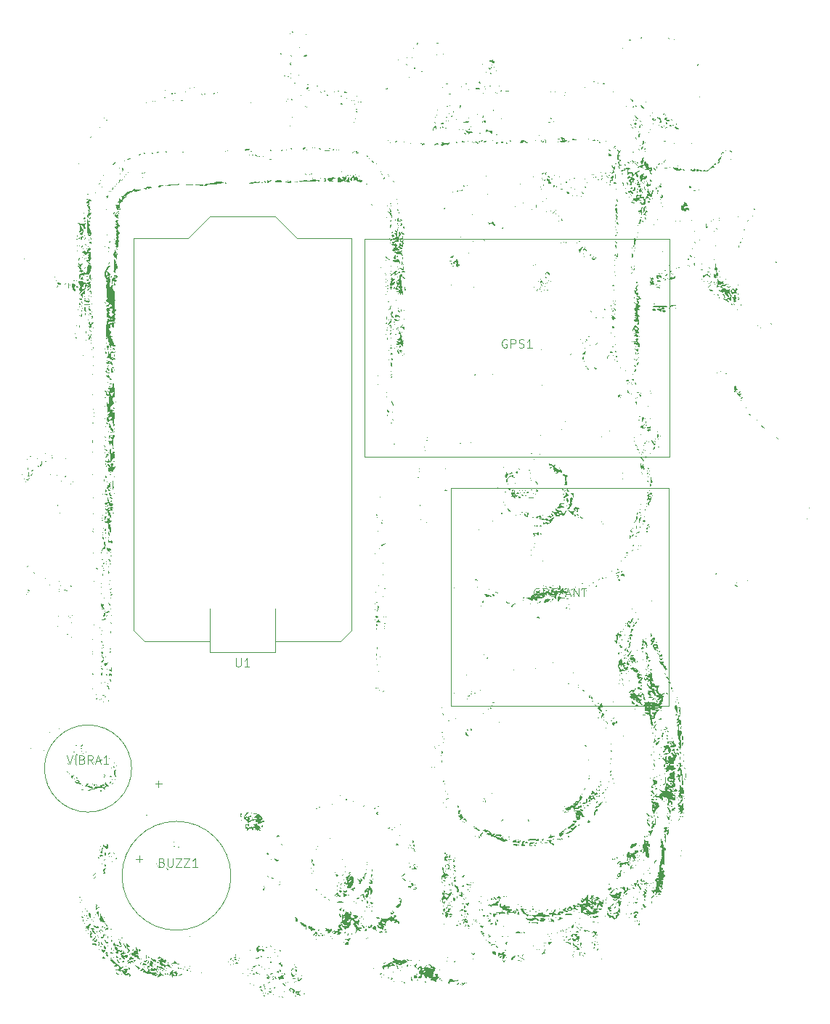
<source format=gbr>
%TF.GenerationSoftware,KiCad,Pcbnew,8.0.4*%
%TF.CreationDate,2024-09-17T14:39:11-07:00*%
%TF.ProjectId,DC33_Cnet_Badge_Main,44433333-5f43-46e6-9574-5f4261646765,rev?*%
%TF.SameCoordinates,Original*%
%TF.FileFunction,Legend,Top*%
%TF.FilePolarity,Positive*%
%FSLAX46Y46*%
G04 Gerber Fmt 4.6, Leading zero omitted, Abs format (unit mm)*
G04 Created by KiCad (PCBNEW 8.0.4) date 2024-09-17 14:39:11*
%MOMM*%
%LPD*%
G01*
G04 APERTURE LIST*
%ADD10C,0.100000*%
%ADD11C,0.000000*%
G04 APERTURE END LIST*
D10*
X166071428Y-106505038D02*
X165976190Y-106457419D01*
X165976190Y-106457419D02*
X165833333Y-106457419D01*
X165833333Y-106457419D02*
X165690476Y-106505038D01*
X165690476Y-106505038D02*
X165595238Y-106600276D01*
X165595238Y-106600276D02*
X165547619Y-106695514D01*
X165547619Y-106695514D02*
X165500000Y-106885990D01*
X165500000Y-106885990D02*
X165500000Y-107028847D01*
X165500000Y-107028847D02*
X165547619Y-107219323D01*
X165547619Y-107219323D02*
X165595238Y-107314561D01*
X165595238Y-107314561D02*
X165690476Y-107409800D01*
X165690476Y-107409800D02*
X165833333Y-107457419D01*
X165833333Y-107457419D02*
X165928571Y-107457419D01*
X165928571Y-107457419D02*
X166071428Y-107409800D01*
X166071428Y-107409800D02*
X166119047Y-107362180D01*
X166119047Y-107362180D02*
X166119047Y-107028847D01*
X166119047Y-107028847D02*
X165928571Y-107028847D01*
X166547619Y-107457419D02*
X166547619Y-106457419D01*
X166547619Y-106457419D02*
X166928571Y-106457419D01*
X166928571Y-106457419D02*
X167023809Y-106505038D01*
X167023809Y-106505038D02*
X167071428Y-106552657D01*
X167071428Y-106552657D02*
X167119047Y-106647895D01*
X167119047Y-106647895D02*
X167119047Y-106790752D01*
X167119047Y-106790752D02*
X167071428Y-106885990D01*
X167071428Y-106885990D02*
X167023809Y-106933609D01*
X167023809Y-106933609D02*
X166928571Y-106981228D01*
X166928571Y-106981228D02*
X166547619Y-106981228D01*
X167500000Y-107409800D02*
X167642857Y-107457419D01*
X167642857Y-107457419D02*
X167880952Y-107457419D01*
X167880952Y-107457419D02*
X167976190Y-107409800D01*
X167976190Y-107409800D02*
X168023809Y-107362180D01*
X168023809Y-107362180D02*
X168071428Y-107266942D01*
X168071428Y-107266942D02*
X168071428Y-107171704D01*
X168071428Y-107171704D02*
X168023809Y-107076466D01*
X168023809Y-107076466D02*
X167976190Y-107028847D01*
X167976190Y-107028847D02*
X167880952Y-106981228D01*
X167880952Y-106981228D02*
X167690476Y-106933609D01*
X167690476Y-106933609D02*
X167595238Y-106885990D01*
X167595238Y-106885990D02*
X167547619Y-106838371D01*
X167547619Y-106838371D02*
X167500000Y-106743133D01*
X167500000Y-106743133D02*
X167500000Y-106647895D01*
X167500000Y-106647895D02*
X167547619Y-106552657D01*
X167547619Y-106552657D02*
X167595238Y-106505038D01*
X167595238Y-106505038D02*
X167690476Y-106457419D01*
X167690476Y-106457419D02*
X167928571Y-106457419D01*
X167928571Y-106457419D02*
X168071428Y-106505038D01*
X168261905Y-107552657D02*
X169023809Y-107552657D01*
X169214286Y-107171704D02*
X169690476Y-107171704D01*
X169119048Y-107457419D02*
X169452381Y-106457419D01*
X169452381Y-106457419D02*
X169785714Y-107457419D01*
X170119048Y-107457419D02*
X170119048Y-106457419D01*
X170119048Y-106457419D02*
X170690476Y-107457419D01*
X170690476Y-107457419D02*
X170690476Y-106457419D01*
X171023810Y-106457419D02*
X171595238Y-106457419D01*
X171309524Y-107457419D02*
X171309524Y-106457419D01*
X111023810Y-125957419D02*
X111357143Y-126957419D01*
X111357143Y-126957419D02*
X111690476Y-125957419D01*
X112023810Y-126957419D02*
X112023810Y-125957419D01*
X112833333Y-126433609D02*
X112976190Y-126481228D01*
X112976190Y-126481228D02*
X113023809Y-126528847D01*
X113023809Y-126528847D02*
X113071428Y-126624085D01*
X113071428Y-126624085D02*
X113071428Y-126766942D01*
X113071428Y-126766942D02*
X113023809Y-126862180D01*
X113023809Y-126862180D02*
X112976190Y-126909800D01*
X112976190Y-126909800D02*
X112880952Y-126957419D01*
X112880952Y-126957419D02*
X112500000Y-126957419D01*
X112500000Y-126957419D02*
X112500000Y-125957419D01*
X112500000Y-125957419D02*
X112833333Y-125957419D01*
X112833333Y-125957419D02*
X112928571Y-126005038D01*
X112928571Y-126005038D02*
X112976190Y-126052657D01*
X112976190Y-126052657D02*
X113023809Y-126147895D01*
X113023809Y-126147895D02*
X113023809Y-126243133D01*
X113023809Y-126243133D02*
X112976190Y-126338371D01*
X112976190Y-126338371D02*
X112928571Y-126385990D01*
X112928571Y-126385990D02*
X112833333Y-126433609D01*
X112833333Y-126433609D02*
X112500000Y-126433609D01*
X114071428Y-126957419D02*
X113738095Y-126481228D01*
X113500000Y-126957419D02*
X113500000Y-125957419D01*
X113500000Y-125957419D02*
X113880952Y-125957419D01*
X113880952Y-125957419D02*
X113976190Y-126005038D01*
X113976190Y-126005038D02*
X114023809Y-126052657D01*
X114023809Y-126052657D02*
X114071428Y-126147895D01*
X114071428Y-126147895D02*
X114071428Y-126290752D01*
X114071428Y-126290752D02*
X114023809Y-126385990D01*
X114023809Y-126385990D02*
X113976190Y-126433609D01*
X113976190Y-126433609D02*
X113880952Y-126481228D01*
X113880952Y-126481228D02*
X113500000Y-126481228D01*
X114452381Y-126671704D02*
X114928571Y-126671704D01*
X114357143Y-126957419D02*
X114690476Y-125957419D01*
X114690476Y-125957419D02*
X115023809Y-126957419D01*
X115880952Y-126957419D02*
X115309524Y-126957419D01*
X115595238Y-126957419D02*
X115595238Y-125957419D01*
X115595238Y-125957419D02*
X115500000Y-126100276D01*
X115500000Y-126100276D02*
X115404762Y-126195514D01*
X115404762Y-126195514D02*
X115309524Y-126243133D01*
X122086115Y-129278533D02*
X121324211Y-129278533D01*
X121705163Y-128897580D02*
X121705163Y-129659485D01*
X130738095Y-114627419D02*
X130738095Y-115436942D01*
X130738095Y-115436942D02*
X130785714Y-115532180D01*
X130785714Y-115532180D02*
X130833333Y-115579800D01*
X130833333Y-115579800D02*
X130928571Y-115627419D01*
X130928571Y-115627419D02*
X131119047Y-115627419D01*
X131119047Y-115627419D02*
X131214285Y-115579800D01*
X131214285Y-115579800D02*
X131261904Y-115532180D01*
X131261904Y-115532180D02*
X131309523Y-115436942D01*
X131309523Y-115436942D02*
X131309523Y-114627419D01*
X132309523Y-115627419D02*
X131738095Y-115627419D01*
X132023809Y-115627419D02*
X132023809Y-114627419D01*
X132023809Y-114627419D02*
X131928571Y-114770276D01*
X131928571Y-114770276D02*
X131833333Y-114865514D01*
X131833333Y-114865514D02*
X131738095Y-114913133D01*
X122119047Y-138433609D02*
X122261904Y-138481228D01*
X122261904Y-138481228D02*
X122309523Y-138528847D01*
X122309523Y-138528847D02*
X122357142Y-138624085D01*
X122357142Y-138624085D02*
X122357142Y-138766942D01*
X122357142Y-138766942D02*
X122309523Y-138862180D01*
X122309523Y-138862180D02*
X122261904Y-138909800D01*
X122261904Y-138909800D02*
X122166666Y-138957419D01*
X122166666Y-138957419D02*
X121785714Y-138957419D01*
X121785714Y-138957419D02*
X121785714Y-137957419D01*
X121785714Y-137957419D02*
X122119047Y-137957419D01*
X122119047Y-137957419D02*
X122214285Y-138005038D01*
X122214285Y-138005038D02*
X122261904Y-138052657D01*
X122261904Y-138052657D02*
X122309523Y-138147895D01*
X122309523Y-138147895D02*
X122309523Y-138243133D01*
X122309523Y-138243133D02*
X122261904Y-138338371D01*
X122261904Y-138338371D02*
X122214285Y-138385990D01*
X122214285Y-138385990D02*
X122119047Y-138433609D01*
X122119047Y-138433609D02*
X121785714Y-138433609D01*
X122785714Y-137957419D02*
X122785714Y-138766942D01*
X122785714Y-138766942D02*
X122833333Y-138862180D01*
X122833333Y-138862180D02*
X122880952Y-138909800D01*
X122880952Y-138909800D02*
X122976190Y-138957419D01*
X122976190Y-138957419D02*
X123166666Y-138957419D01*
X123166666Y-138957419D02*
X123261904Y-138909800D01*
X123261904Y-138909800D02*
X123309523Y-138862180D01*
X123309523Y-138862180D02*
X123357142Y-138766942D01*
X123357142Y-138766942D02*
X123357142Y-137957419D01*
X123738095Y-137957419D02*
X124404761Y-137957419D01*
X124404761Y-137957419D02*
X123738095Y-138957419D01*
X123738095Y-138957419D02*
X124404761Y-138957419D01*
X124690476Y-137957419D02*
X125357142Y-137957419D01*
X125357142Y-137957419D02*
X124690476Y-138957419D01*
X124690476Y-138957419D02*
X125357142Y-138957419D01*
X126261904Y-138957419D02*
X125690476Y-138957419D01*
X125976190Y-138957419D02*
X125976190Y-137957419D01*
X125976190Y-137957419D02*
X125880952Y-138100276D01*
X125880952Y-138100276D02*
X125785714Y-138195514D01*
X125785714Y-138195514D02*
X125690476Y-138243133D01*
X119491466Y-138426115D02*
X119491466Y-137664211D01*
X119872419Y-138045163D02*
X119110514Y-138045163D01*
X162309523Y-77505038D02*
X162214285Y-77457419D01*
X162214285Y-77457419D02*
X162071428Y-77457419D01*
X162071428Y-77457419D02*
X161928571Y-77505038D01*
X161928571Y-77505038D02*
X161833333Y-77600276D01*
X161833333Y-77600276D02*
X161785714Y-77695514D01*
X161785714Y-77695514D02*
X161738095Y-77885990D01*
X161738095Y-77885990D02*
X161738095Y-78028847D01*
X161738095Y-78028847D02*
X161785714Y-78219323D01*
X161785714Y-78219323D02*
X161833333Y-78314561D01*
X161833333Y-78314561D02*
X161928571Y-78409800D01*
X161928571Y-78409800D02*
X162071428Y-78457419D01*
X162071428Y-78457419D02*
X162166666Y-78457419D01*
X162166666Y-78457419D02*
X162309523Y-78409800D01*
X162309523Y-78409800D02*
X162357142Y-78362180D01*
X162357142Y-78362180D02*
X162357142Y-78028847D01*
X162357142Y-78028847D02*
X162166666Y-78028847D01*
X162785714Y-78457419D02*
X162785714Y-77457419D01*
X162785714Y-77457419D02*
X163166666Y-77457419D01*
X163166666Y-77457419D02*
X163261904Y-77505038D01*
X163261904Y-77505038D02*
X163309523Y-77552657D01*
X163309523Y-77552657D02*
X163357142Y-77647895D01*
X163357142Y-77647895D02*
X163357142Y-77790752D01*
X163357142Y-77790752D02*
X163309523Y-77885990D01*
X163309523Y-77885990D02*
X163261904Y-77933609D01*
X163261904Y-77933609D02*
X163166666Y-77981228D01*
X163166666Y-77981228D02*
X162785714Y-77981228D01*
X163738095Y-78409800D02*
X163880952Y-78457419D01*
X163880952Y-78457419D02*
X164119047Y-78457419D01*
X164119047Y-78457419D02*
X164214285Y-78409800D01*
X164214285Y-78409800D02*
X164261904Y-78362180D01*
X164261904Y-78362180D02*
X164309523Y-78266942D01*
X164309523Y-78266942D02*
X164309523Y-78171704D01*
X164309523Y-78171704D02*
X164261904Y-78076466D01*
X164261904Y-78076466D02*
X164214285Y-78028847D01*
X164214285Y-78028847D02*
X164119047Y-77981228D01*
X164119047Y-77981228D02*
X163928571Y-77933609D01*
X163928571Y-77933609D02*
X163833333Y-77885990D01*
X163833333Y-77885990D02*
X163785714Y-77838371D01*
X163785714Y-77838371D02*
X163738095Y-77743133D01*
X163738095Y-77743133D02*
X163738095Y-77647895D01*
X163738095Y-77647895D02*
X163785714Y-77552657D01*
X163785714Y-77552657D02*
X163833333Y-77505038D01*
X163833333Y-77505038D02*
X163928571Y-77457419D01*
X163928571Y-77457419D02*
X164166666Y-77457419D01*
X164166666Y-77457419D02*
X164309523Y-77505038D01*
X165261904Y-78457419D02*
X164690476Y-78457419D01*
X164976190Y-78457419D02*
X164976190Y-77457419D01*
X164976190Y-77457419D02*
X164880952Y-77600276D01*
X164880952Y-77600276D02*
X164785714Y-77695514D01*
X164785714Y-77695514D02*
X164690476Y-77743133D01*
D11*
%TO.C,G\u002A\u002A\u002A*%
G36*
X115814770Y-145994406D02*
G01*
X115810272Y-145997798D01*
X115806679Y-145986315D01*
X115814770Y-145994406D01*
G37*
G36*
X118473905Y-151639306D02*
G01*
X118460973Y-151639358D01*
X118481404Y-151618928D01*
X118473905Y-151639306D01*
G37*
G36*
X148865612Y-62599788D02*
G01*
X148863795Y-62592431D01*
X148867161Y-62590969D01*
X148865612Y-62599788D01*
G37*
G36*
X166243201Y-70680387D02*
G01*
X166239856Y-70693608D01*
X166223360Y-70663000D01*
X166243201Y-70680387D01*
G37*
G36*
X177741500Y-59169500D02*
G01*
X177741497Y-59169501D01*
X177741500Y-59169498D01*
X177741500Y-59169500D01*
G37*
G36*
X105626666Y-105884333D02*
G01*
X105584333Y-105926666D01*
X105542000Y-105884333D01*
X105584333Y-105842000D01*
X105626666Y-105884333D01*
G37*
G36*
X105796000Y-73711000D02*
G01*
X105753666Y-73753333D01*
X105711333Y-73711000D01*
X105753666Y-73668666D01*
X105796000Y-73711000D01*
G37*
G36*
X105796000Y-92253000D02*
G01*
X105753666Y-92295333D01*
X105711333Y-92253000D01*
X105753666Y-92210666D01*
X105796000Y-92253000D01*
G37*
G36*
X105880666Y-104360333D02*
G01*
X105838333Y-104402666D01*
X105796000Y-104360333D01*
X105838333Y-104318000D01*
X105880666Y-104360333D01*
G37*
G36*
X105965333Y-93438333D02*
G01*
X105923000Y-93480666D01*
X105880666Y-93438333D01*
X105923000Y-93396000D01*
X105965333Y-93438333D01*
G37*
G36*
X106050000Y-104360333D02*
G01*
X106007666Y-104402666D01*
X105965333Y-104360333D01*
X106007666Y-104318000D01*
X106050000Y-104360333D01*
G37*
G36*
X106050000Y-106138333D02*
G01*
X106007666Y-106180666D01*
X105965333Y-106138333D01*
X106007666Y-106096000D01*
X106050000Y-106138333D01*
G37*
G36*
X106050000Y-107323666D02*
G01*
X106007666Y-107366000D01*
X105965333Y-107323666D01*
X106007666Y-107281333D01*
X106050000Y-107323666D01*
G37*
G36*
X106134666Y-107154333D02*
G01*
X106092333Y-107196666D01*
X106050000Y-107154333D01*
X106092333Y-107112000D01*
X106134666Y-107154333D01*
G37*
G36*
X106134666Y-125696333D02*
G01*
X106092333Y-125738666D01*
X106050000Y-125696333D01*
X106092333Y-125654000D01*
X106134666Y-125696333D01*
G37*
G36*
X106219333Y-106307666D02*
G01*
X106177000Y-106350000D01*
X106134666Y-106307666D01*
X106177000Y-106265333D01*
X106219333Y-106307666D01*
G37*
G36*
X106388666Y-106815666D02*
G01*
X106346333Y-106858000D01*
X106304000Y-106815666D01*
X106346333Y-106773333D01*
X106388666Y-106815666D01*
G37*
G36*
X106388666Y-125188333D02*
G01*
X106346333Y-125230666D01*
X106304000Y-125188333D01*
X106346333Y-125146000D01*
X106388666Y-125188333D01*
G37*
G36*
X106642666Y-107323666D02*
G01*
X106600333Y-107366000D01*
X106558000Y-107323666D01*
X106600333Y-107281333D01*
X106642666Y-107323666D01*
G37*
G36*
X106642666Y-125103666D02*
G01*
X106600333Y-125146000D01*
X106558000Y-125103666D01*
X106600333Y-125061333D01*
X106642666Y-125103666D01*
G37*
G36*
X106642666Y-125357666D02*
G01*
X106600333Y-125400000D01*
X106558000Y-125357666D01*
X106600333Y-125315333D01*
X106642666Y-125357666D01*
G37*
G36*
X106727333Y-129083000D02*
G01*
X106685000Y-129125333D01*
X106642666Y-129083000D01*
X106685000Y-129040666D01*
X106727333Y-129083000D01*
G37*
G36*
X106896666Y-104445000D02*
G01*
X106854333Y-104487333D01*
X106812000Y-104445000D01*
X106854333Y-104402666D01*
X106896666Y-104445000D01*
G37*
G36*
X106981333Y-92422333D02*
G01*
X106939000Y-92464666D01*
X106896666Y-92422333D01*
X106939000Y-92380000D01*
X106981333Y-92422333D01*
G37*
G36*
X107066000Y-90983000D02*
G01*
X107023666Y-91025333D01*
X106981333Y-90983000D01*
X107023666Y-90940666D01*
X107066000Y-90983000D01*
G37*
G36*
X107066000Y-103937000D02*
G01*
X107023666Y-103979333D01*
X106981333Y-103937000D01*
X107023666Y-103894666D01*
X107066000Y-103937000D01*
G37*
G36*
X107066000Y-125696333D02*
G01*
X107023666Y-125738666D01*
X106981333Y-125696333D01*
X107023666Y-125654000D01*
X107066000Y-125696333D01*
G37*
G36*
X107150666Y-90813666D02*
G01*
X107108333Y-90856000D01*
X107066000Y-90813666D01*
X107108333Y-90771333D01*
X107150666Y-90813666D01*
G37*
G36*
X107150666Y-92253000D02*
G01*
X107108333Y-92295333D01*
X107066000Y-92253000D01*
X107108333Y-92210666D01*
X107150666Y-92253000D01*
G37*
G36*
X107150666Y-92422333D02*
G01*
X107108333Y-92464666D01*
X107066000Y-92422333D01*
X107108333Y-92380000D01*
X107150666Y-92422333D01*
G37*
G36*
X107150666Y-104360333D02*
G01*
X107108333Y-104402666D01*
X107066000Y-104360333D01*
X107108333Y-104318000D01*
X107150666Y-104360333D01*
G37*
G36*
X107235333Y-91152333D02*
G01*
X107193000Y-91194666D01*
X107150666Y-91152333D01*
X107193000Y-91110000D01*
X107235333Y-91152333D01*
G37*
G36*
X107320000Y-92083666D02*
G01*
X107277666Y-92126000D01*
X107235333Y-92083666D01*
X107277666Y-92041333D01*
X107320000Y-92083666D01*
G37*
G36*
X107404666Y-125696333D02*
G01*
X107362333Y-125738666D01*
X107320000Y-125696333D01*
X107362333Y-125654000D01*
X107404666Y-125696333D01*
G37*
G36*
X107489333Y-92507000D02*
G01*
X107447000Y-92549333D01*
X107404666Y-92507000D01*
X107447000Y-92464666D01*
X107489333Y-92507000D01*
G37*
G36*
X107489333Y-125527000D02*
G01*
X107447000Y-125569333D01*
X107404666Y-125527000D01*
X107447000Y-125484666D01*
X107489333Y-125527000D01*
G37*
G36*
X107574000Y-123156333D02*
G01*
X107531666Y-123198666D01*
X107489333Y-123156333D01*
X107531666Y-123114000D01*
X107574000Y-123156333D01*
G37*
G36*
X107658666Y-91152333D02*
G01*
X107616333Y-91194666D01*
X107574000Y-91152333D01*
X107616333Y-91110000D01*
X107658666Y-91152333D01*
G37*
G36*
X107658666Y-126204333D02*
G01*
X107616333Y-126246666D01*
X107574000Y-126204333D01*
X107616333Y-126162000D01*
X107658666Y-126204333D01*
G37*
G36*
X107743333Y-91575666D02*
G01*
X107701000Y-91618000D01*
X107658666Y-91575666D01*
X107701000Y-91533333D01*
X107743333Y-91575666D01*
G37*
G36*
X107743333Y-104191000D02*
G01*
X107701000Y-104233333D01*
X107658666Y-104191000D01*
X107701000Y-104148666D01*
X107743333Y-104191000D01*
G37*
G36*
X107828000Y-91067666D02*
G01*
X107785666Y-91110000D01*
X107743333Y-91067666D01*
X107785666Y-91025333D01*
X107828000Y-91067666D01*
G37*
G36*
X107828000Y-91829666D02*
G01*
X107785666Y-91872000D01*
X107743333Y-91829666D01*
X107785666Y-91787333D01*
X107828000Y-91829666D01*
G37*
G36*
X108082000Y-90983000D02*
G01*
X108039666Y-91025333D01*
X107997333Y-90983000D01*
X108039666Y-90940666D01*
X108082000Y-90983000D01*
G37*
G36*
X108082000Y-126119666D02*
G01*
X108039666Y-126162000D01*
X107997333Y-126119666D01*
X108039666Y-126077333D01*
X108082000Y-126119666D01*
G37*
G36*
X108166666Y-91152333D02*
G01*
X108124333Y-91194666D01*
X108082000Y-91152333D01*
X108124333Y-91110000D01*
X108166666Y-91152333D01*
G37*
G36*
X108166666Y-93269000D02*
G01*
X108124333Y-93311333D01*
X108082000Y-93269000D01*
X108124333Y-93226666D01*
X108166666Y-93269000D01*
G37*
G36*
X108166666Y-123241000D02*
G01*
X108124333Y-123283333D01*
X108082000Y-123241000D01*
X108124333Y-123198666D01*
X108166666Y-123241000D01*
G37*
G36*
X108251333Y-124680333D02*
G01*
X108209000Y-124722666D01*
X108166666Y-124680333D01*
X108209000Y-124638000D01*
X108251333Y-124680333D01*
G37*
G36*
X108251333Y-125273000D02*
G01*
X108209000Y-125315333D01*
X108166666Y-125273000D01*
X108209000Y-125230666D01*
X108251333Y-125273000D01*
G37*
G36*
X108251333Y-125611666D02*
G01*
X108209000Y-125654000D01*
X108166666Y-125611666D01*
X108209000Y-125569333D01*
X108251333Y-125611666D01*
G37*
G36*
X108251333Y-129675666D02*
G01*
X108209000Y-129718000D01*
X108166666Y-129675666D01*
X108209000Y-129633333D01*
X108251333Y-129675666D01*
G37*
G36*
X108336000Y-92083666D02*
G01*
X108293666Y-92126000D01*
X108251333Y-92083666D01*
X108293666Y-92041333D01*
X108336000Y-92083666D01*
G37*
G36*
X108336000Y-129929666D02*
G01*
X108293666Y-129972000D01*
X108251333Y-129929666D01*
X108293666Y-129887333D01*
X108336000Y-129929666D01*
G37*
G36*
X108420666Y-91914333D02*
G01*
X108378333Y-91956666D01*
X108336000Y-91914333D01*
X108378333Y-91872000D01*
X108420666Y-91914333D01*
G37*
G36*
X108420666Y-93184333D02*
G01*
X108378333Y-93226666D01*
X108336000Y-93184333D01*
X108378333Y-93142000D01*
X108420666Y-93184333D01*
G37*
G36*
X108505333Y-123071666D02*
G01*
X108463000Y-123114000D01*
X108420666Y-123071666D01*
X108463000Y-123029333D01*
X108505333Y-123071666D01*
G37*
G36*
X108505333Y-125865666D02*
G01*
X108463000Y-125908000D01*
X108420666Y-125865666D01*
X108463000Y-125823333D01*
X108505333Y-125865666D01*
G37*
G36*
X108590000Y-91914333D02*
G01*
X108547666Y-91956666D01*
X108505333Y-91914333D01*
X108547666Y-91872000D01*
X108590000Y-91914333D01*
G37*
G36*
X108590000Y-106053666D02*
G01*
X108547666Y-106096000D01*
X108505333Y-106053666D01*
X108547666Y-106011333D01*
X108590000Y-106053666D01*
G37*
G36*
X108590000Y-132046333D02*
G01*
X108547666Y-132088666D01*
X108505333Y-132046333D01*
X108547666Y-132004000D01*
X108590000Y-132046333D01*
G37*
G36*
X108674666Y-104191000D02*
G01*
X108632333Y-104233333D01*
X108590000Y-104191000D01*
X108632333Y-104148666D01*
X108674666Y-104191000D01*
G37*
G36*
X108674666Y-104445000D02*
G01*
X108632333Y-104487333D01*
X108590000Y-104445000D01*
X108632333Y-104402666D01*
X108674666Y-104445000D01*
G37*
G36*
X108674666Y-130183666D02*
G01*
X108632333Y-130226000D01*
X108590000Y-130183666D01*
X108632333Y-130141333D01*
X108674666Y-130183666D01*
G37*
G36*
X108759333Y-90559666D02*
G01*
X108717000Y-90602000D01*
X108674666Y-90559666D01*
X108717000Y-90517333D01*
X108759333Y-90559666D01*
G37*
G36*
X108759333Y-91999000D02*
G01*
X108717000Y-92041333D01*
X108674666Y-91999000D01*
X108717000Y-91956666D01*
X108759333Y-91999000D01*
G37*
G36*
X108759333Y-105799666D02*
G01*
X108717000Y-105842000D01*
X108674666Y-105799666D01*
X108717000Y-105757333D01*
X108759333Y-105799666D01*
G37*
G36*
X108759333Y-123241000D02*
G01*
X108717000Y-123283333D01*
X108674666Y-123241000D01*
X108717000Y-123198666D01*
X108759333Y-123241000D01*
G37*
G36*
X108759333Y-124087666D02*
G01*
X108717000Y-124130000D01*
X108674666Y-124087666D01*
X108717000Y-124045333D01*
X108759333Y-124087666D01*
G37*
G36*
X108844000Y-91491000D02*
G01*
X108801666Y-91533333D01*
X108759333Y-91491000D01*
X108801666Y-91448666D01*
X108844000Y-91491000D01*
G37*
G36*
X108844000Y-91745000D02*
G01*
X108801666Y-91787333D01*
X108759333Y-91745000D01*
X108801666Y-91702666D01*
X108844000Y-91745000D01*
G37*
G36*
X108844000Y-103767666D02*
G01*
X108801666Y-103810000D01*
X108759333Y-103767666D01*
X108801666Y-103725333D01*
X108844000Y-103767666D01*
G37*
G36*
X108844000Y-104360333D02*
G01*
X108801666Y-104402666D01*
X108759333Y-104360333D01*
X108801666Y-104318000D01*
X108844000Y-104360333D01*
G37*
G36*
X108928666Y-99449666D02*
G01*
X108886333Y-99492000D01*
X108844000Y-99449666D01*
X108886333Y-99407333D01*
X108928666Y-99449666D01*
G37*
G36*
X108928666Y-131877000D02*
G01*
X108886333Y-131919333D01*
X108844000Y-131877000D01*
X108886333Y-131834666D01*
X108928666Y-131877000D01*
G37*
G36*
X109013333Y-100635000D02*
G01*
X108971000Y-100677333D01*
X108928666Y-100635000D01*
X108971000Y-100592666D01*
X109013333Y-100635000D01*
G37*
G36*
X109013333Y-124087666D02*
G01*
X108971000Y-124130000D01*
X108928666Y-124087666D01*
X108971000Y-124045333D01*
X109013333Y-124087666D01*
G37*
G36*
X109098000Y-91914333D02*
G01*
X109055666Y-91956666D01*
X109013333Y-91914333D01*
X109055666Y-91872000D01*
X109098000Y-91914333D01*
G37*
G36*
X109098000Y-132131000D02*
G01*
X109055666Y-132173333D01*
X109013333Y-132131000D01*
X109055666Y-132088666D01*
X109098000Y-132131000D01*
G37*
G36*
X109267333Y-90644333D02*
G01*
X109225000Y-90686666D01*
X109182666Y-90644333D01*
X109225000Y-90602000D01*
X109267333Y-90644333D01*
G37*
G36*
X109267333Y-102921000D02*
G01*
X109225000Y-102963333D01*
X109182666Y-102921000D01*
X109225000Y-102878666D01*
X109267333Y-102921000D01*
G37*
G36*
X109267333Y-123833666D02*
G01*
X109225000Y-123876000D01*
X109182666Y-123833666D01*
X109225000Y-123791333D01*
X109267333Y-123833666D01*
G37*
G36*
X109352000Y-123579666D02*
G01*
X109309666Y-123622000D01*
X109267333Y-123579666D01*
X109309666Y-123537333D01*
X109352000Y-123579666D01*
G37*
G36*
X109436666Y-70239666D02*
G01*
X109394333Y-70282000D01*
X109352000Y-70239666D01*
X109394333Y-70197333D01*
X109436666Y-70239666D01*
G37*
G36*
X109436666Y-90644333D02*
G01*
X109394333Y-90686666D01*
X109352000Y-90644333D01*
X109394333Y-90602000D01*
X109436666Y-90644333D01*
G37*
G36*
X109436666Y-91575666D02*
G01*
X109394333Y-91618000D01*
X109352000Y-91575666D01*
X109394333Y-91533333D01*
X109436666Y-91575666D01*
G37*
G36*
X109436666Y-91745000D02*
G01*
X109394333Y-91787333D01*
X109352000Y-91745000D01*
X109394333Y-91702666D01*
X109436666Y-91745000D01*
G37*
G36*
X109436666Y-105630333D02*
G01*
X109394333Y-105672666D01*
X109352000Y-105630333D01*
X109394333Y-105588000D01*
X109436666Y-105630333D01*
G37*
G36*
X109436666Y-105969000D02*
G01*
X109394333Y-106011333D01*
X109352000Y-105969000D01*
X109394333Y-105926666D01*
X109436666Y-105969000D01*
G37*
G36*
X109436666Y-106307666D02*
G01*
X109394333Y-106350000D01*
X109352000Y-106307666D01*
X109394333Y-106265333D01*
X109436666Y-106307666D01*
G37*
G36*
X109521333Y-93523000D02*
G01*
X109479000Y-93565333D01*
X109436666Y-93523000D01*
X109479000Y-93480666D01*
X109521333Y-93523000D01*
G37*
G36*
X109521333Y-105122333D02*
G01*
X109479000Y-105164666D01*
X109436666Y-105122333D01*
X109479000Y-105080000D01*
X109521333Y-105122333D01*
G37*
G36*
X109521333Y-123325666D02*
G01*
X109479000Y-123368000D01*
X109436666Y-123325666D01*
X109479000Y-123283333D01*
X109521333Y-123325666D01*
G37*
G36*
X109606000Y-71509666D02*
G01*
X109563666Y-71552000D01*
X109521333Y-71509666D01*
X109563666Y-71467333D01*
X109606000Y-71509666D01*
G37*
G36*
X109606000Y-91067666D02*
G01*
X109563666Y-91110000D01*
X109521333Y-91067666D01*
X109563666Y-91025333D01*
X109606000Y-91067666D01*
G37*
G36*
X109606000Y-106053666D02*
G01*
X109563666Y-106096000D01*
X109521333Y-106053666D01*
X109563666Y-106011333D01*
X109606000Y-106053666D01*
G37*
G36*
X109606000Y-109863666D02*
G01*
X109563666Y-109906000D01*
X109521333Y-109863666D01*
X109563666Y-109821333D01*
X109606000Y-109863666D01*
G37*
G36*
X109690666Y-70832333D02*
G01*
X109648333Y-70874666D01*
X109606000Y-70832333D01*
X109648333Y-70790000D01*
X109690666Y-70832333D01*
G37*
G36*
X109690666Y-90051666D02*
G01*
X109648333Y-90094000D01*
X109606000Y-90051666D01*
X109648333Y-90009333D01*
X109690666Y-90051666D01*
G37*
G36*
X109690666Y-98687666D02*
G01*
X109648333Y-98730000D01*
X109606000Y-98687666D01*
X109648333Y-98645333D01*
X109690666Y-98687666D01*
G37*
G36*
X109690666Y-100127000D02*
G01*
X109648333Y-100169333D01*
X109606000Y-100127000D01*
X109648333Y-100084666D01*
X109690666Y-100127000D01*
G37*
G36*
X109690666Y-106561666D02*
G01*
X109648333Y-106604000D01*
X109606000Y-106561666D01*
X109648333Y-106519333D01*
X109690666Y-106561666D01*
G37*
G36*
X109690666Y-106731000D02*
G01*
X109648333Y-106773333D01*
X109606000Y-106731000D01*
X109648333Y-106688666D01*
X109690666Y-106731000D01*
G37*
G36*
X109775333Y-69816333D02*
G01*
X109733000Y-69858666D01*
X109690666Y-69816333D01*
X109733000Y-69774000D01*
X109775333Y-69816333D01*
G37*
G36*
X109775333Y-71679000D02*
G01*
X109733000Y-71721333D01*
X109690666Y-71679000D01*
X109733000Y-71636666D01*
X109775333Y-71679000D01*
G37*
G36*
X109775333Y-89882333D02*
G01*
X109733000Y-89924666D01*
X109690666Y-89882333D01*
X109733000Y-89840000D01*
X109775333Y-89882333D01*
G37*
G36*
X109775333Y-91914333D02*
G01*
X109733000Y-91956666D01*
X109690666Y-91914333D01*
X109733000Y-91872000D01*
X109775333Y-91914333D01*
G37*
G36*
X109775333Y-106053666D02*
G01*
X109733000Y-106096000D01*
X109690666Y-106053666D01*
X109733000Y-106011333D01*
X109775333Y-106053666D01*
G37*
G36*
X109860000Y-90898333D02*
G01*
X109817666Y-90940666D01*
X109775333Y-90898333D01*
X109817666Y-90856000D01*
X109860000Y-90898333D01*
G37*
G36*
X109860000Y-104953000D02*
G01*
X109817666Y-104995333D01*
X109775333Y-104953000D01*
X109817666Y-104910666D01*
X109860000Y-104953000D01*
G37*
G36*
X109860000Y-105291666D02*
G01*
X109817666Y-105334000D01*
X109775333Y-105291666D01*
X109817666Y-105249333D01*
X109860000Y-105291666D01*
G37*
G36*
X109860000Y-111049000D02*
G01*
X109817666Y-111091333D01*
X109775333Y-111049000D01*
X109817666Y-111006666D01*
X109860000Y-111049000D01*
G37*
G36*
X109860000Y-122817666D02*
G01*
X109817666Y-122860000D01*
X109775333Y-122817666D01*
X109817666Y-122775333D01*
X109860000Y-122817666D01*
G37*
G36*
X109860000Y-123241000D02*
G01*
X109817666Y-123283333D01*
X109775333Y-123241000D01*
X109817666Y-123198666D01*
X109860000Y-123241000D01*
G37*
G36*
X109944666Y-70239666D02*
G01*
X109902333Y-70282000D01*
X109860000Y-70239666D01*
X109902333Y-70197333D01*
X109944666Y-70239666D01*
G37*
G36*
X109944666Y-70409000D02*
G01*
X109902333Y-70451333D01*
X109860000Y-70409000D01*
X109902333Y-70366666D01*
X109944666Y-70409000D01*
G37*
G36*
X109944666Y-91999000D02*
G01*
X109902333Y-92041333D01*
X109860000Y-91999000D01*
X109902333Y-91956666D01*
X109944666Y-91999000D01*
G37*
G36*
X110029333Y-93607666D02*
G01*
X109987000Y-93650000D01*
X109944666Y-93607666D01*
X109987000Y-93565333D01*
X110029333Y-93607666D01*
G37*
G36*
X110029333Y-108678333D02*
G01*
X109987000Y-108720666D01*
X109944666Y-108678333D01*
X109987000Y-108636000D01*
X110029333Y-108678333D01*
G37*
G36*
X110029333Y-109101666D02*
G01*
X109987000Y-109144000D01*
X109944666Y-109101666D01*
X109987000Y-109059333D01*
X110029333Y-109101666D01*
G37*
G36*
X110029333Y-109355666D02*
G01*
X109987000Y-109398000D01*
X109944666Y-109355666D01*
X109987000Y-109313333D01*
X110029333Y-109355666D01*
G37*
G36*
X110029333Y-110371666D02*
G01*
X109987000Y-110414000D01*
X109944666Y-110371666D01*
X109987000Y-110329333D01*
X110029333Y-110371666D01*
G37*
G36*
X110029333Y-111557000D02*
G01*
X109987000Y-111599333D01*
X109944666Y-111557000D01*
X109987000Y-111514666D01*
X110029333Y-111557000D01*
G37*
G36*
X110114000Y-68885000D02*
G01*
X110071666Y-68927333D01*
X110029333Y-68885000D01*
X110071666Y-68842666D01*
X110114000Y-68885000D01*
G37*
G36*
X110114000Y-71425000D02*
G01*
X110071666Y-71467333D01*
X110029333Y-71425000D01*
X110071666Y-71382666D01*
X110114000Y-71425000D01*
G37*
G36*
X110114000Y-90136333D02*
G01*
X110071666Y-90178666D01*
X110029333Y-90136333D01*
X110071666Y-90094000D01*
X110114000Y-90136333D01*
G37*
G36*
X110114000Y-100804333D02*
G01*
X110071666Y-100846666D01*
X110029333Y-100804333D01*
X110071666Y-100762000D01*
X110114000Y-100804333D01*
G37*
G36*
X110114000Y-105969000D02*
G01*
X110071666Y-106011333D01*
X110029333Y-105969000D01*
X110071666Y-105926666D01*
X110114000Y-105969000D01*
G37*
G36*
X110198666Y-90305666D02*
G01*
X110156333Y-90348000D01*
X110114000Y-90305666D01*
X110156333Y-90263333D01*
X110198666Y-90305666D01*
G37*
G36*
X110198666Y-99619000D02*
G01*
X110156333Y-99661333D01*
X110114000Y-99619000D01*
X110156333Y-99576666D01*
X110198666Y-99619000D01*
G37*
G36*
X110198666Y-109271000D02*
G01*
X110156333Y-109313333D01*
X110114000Y-109271000D01*
X110156333Y-109228666D01*
X110198666Y-109271000D01*
G37*
G36*
X110198666Y-110541000D02*
G01*
X110156333Y-110583333D01*
X110114000Y-110541000D01*
X110156333Y-110498666D01*
X110198666Y-110541000D01*
G37*
G36*
X110283333Y-93523000D02*
G01*
X110241000Y-93565333D01*
X110198666Y-93523000D01*
X110241000Y-93480666D01*
X110283333Y-93523000D01*
G37*
G36*
X110283333Y-93692333D02*
G01*
X110241000Y-93734666D01*
X110198666Y-93692333D01*
X110241000Y-93650000D01*
X110283333Y-93692333D01*
G37*
G36*
X110283333Y-97163666D02*
G01*
X110241000Y-97206000D01*
X110198666Y-97163666D01*
X110241000Y-97121333D01*
X110283333Y-97163666D01*
G37*
G36*
X110283333Y-97333000D02*
G01*
X110241000Y-97375333D01*
X110198666Y-97333000D01*
X110241000Y-97290666D01*
X110283333Y-97333000D01*
G37*
G36*
X110283333Y-98433666D02*
G01*
X110241000Y-98476000D01*
X110198666Y-98433666D01*
X110241000Y-98391333D01*
X110283333Y-98433666D01*
G37*
G36*
X110283333Y-105799666D02*
G01*
X110241000Y-105842000D01*
X110198666Y-105799666D01*
X110241000Y-105757333D01*
X110283333Y-105799666D01*
G37*
G36*
X110283333Y-106985000D02*
G01*
X110241000Y-107027333D01*
X110198666Y-106985000D01*
X110241000Y-106942666D01*
X110283333Y-106985000D01*
G37*
G36*
X110283333Y-123241000D02*
G01*
X110241000Y-123283333D01*
X110198666Y-123241000D01*
X110241000Y-123198666D01*
X110283333Y-123241000D01*
G37*
G36*
X110368000Y-71255666D02*
G01*
X110325666Y-71298000D01*
X110283333Y-71255666D01*
X110325666Y-71213333D01*
X110368000Y-71255666D01*
G37*
G36*
X110368000Y-110795000D02*
G01*
X110325666Y-110837333D01*
X110283333Y-110795000D01*
X110325666Y-110752666D01*
X110368000Y-110795000D01*
G37*
G36*
X110452666Y-100465666D02*
G01*
X110410333Y-100508000D01*
X110368000Y-100465666D01*
X110410333Y-100423333D01*
X110452666Y-100465666D01*
G37*
G36*
X110452666Y-105376333D02*
G01*
X110410333Y-105418666D01*
X110368000Y-105376333D01*
X110410333Y-105334000D01*
X110452666Y-105376333D01*
G37*
G36*
X110452666Y-108593666D02*
G01*
X110410333Y-108636000D01*
X110368000Y-108593666D01*
X110410333Y-108551333D01*
X110452666Y-108593666D01*
G37*
G36*
X110452666Y-122733000D02*
G01*
X110410333Y-122775333D01*
X110368000Y-122733000D01*
X110410333Y-122690666D01*
X110452666Y-122733000D01*
G37*
G36*
X110537333Y-71425000D02*
G01*
X110495000Y-71467333D01*
X110452666Y-71425000D01*
X110495000Y-71382666D01*
X110537333Y-71425000D01*
G37*
G36*
X110622000Y-69477666D02*
G01*
X110579666Y-69520000D01*
X110537333Y-69477666D01*
X110579666Y-69435333D01*
X110622000Y-69477666D01*
G37*
G36*
X110622000Y-71171000D02*
G01*
X110579666Y-71213333D01*
X110537333Y-71171000D01*
X110579666Y-71128666D01*
X110622000Y-71171000D01*
G37*
G36*
X110622000Y-90390333D02*
G01*
X110579666Y-90432666D01*
X110537333Y-90390333D01*
X110579666Y-90348000D01*
X110622000Y-90390333D01*
G37*
G36*
X110622000Y-99619000D02*
G01*
X110579666Y-99661333D01*
X110537333Y-99619000D01*
X110579666Y-99576666D01*
X110622000Y-99619000D01*
G37*
G36*
X110622000Y-100719666D02*
G01*
X110579666Y-100762000D01*
X110537333Y-100719666D01*
X110579666Y-100677333D01*
X110622000Y-100719666D01*
G37*
G36*
X110622000Y-108255000D02*
G01*
X110579666Y-108297333D01*
X110537333Y-108255000D01*
X110579666Y-108212666D01*
X110622000Y-108255000D01*
G37*
G36*
X110622000Y-109017000D02*
G01*
X110579666Y-109059333D01*
X110537333Y-109017000D01*
X110579666Y-108974666D01*
X110622000Y-109017000D01*
G37*
G36*
X110706666Y-91491000D02*
G01*
X110664333Y-91533333D01*
X110622000Y-91491000D01*
X110664333Y-91448666D01*
X110706666Y-91491000D01*
G37*
G36*
X110706666Y-91745000D02*
G01*
X110664333Y-91787333D01*
X110622000Y-91745000D01*
X110664333Y-91702666D01*
X110706666Y-91745000D01*
G37*
G36*
X110791333Y-98857000D02*
G01*
X110749000Y-98899333D01*
X110706666Y-98857000D01*
X110749000Y-98814666D01*
X110791333Y-98857000D01*
G37*
G36*
X110791333Y-99619000D02*
G01*
X110749000Y-99661333D01*
X110706666Y-99619000D01*
X110749000Y-99576666D01*
X110791333Y-99619000D01*
G37*
G36*
X110960666Y-106392333D02*
G01*
X110918333Y-106434666D01*
X110876000Y-106392333D01*
X110918333Y-106350000D01*
X110960666Y-106392333D01*
G37*
G36*
X110960666Y-112149666D02*
G01*
X110918333Y-112192000D01*
X110876000Y-112149666D01*
X110918333Y-112107333D01*
X110960666Y-112149666D01*
G37*
G36*
X111045333Y-89797666D02*
G01*
X111003000Y-89840000D01*
X110960666Y-89797666D01*
X111003000Y-89755333D01*
X111045333Y-89797666D01*
G37*
G36*
X111045333Y-97502333D02*
G01*
X111003000Y-97544666D01*
X110960666Y-97502333D01*
X111003000Y-97460000D01*
X111045333Y-97502333D01*
G37*
G36*
X111045333Y-99449666D02*
G01*
X111003000Y-99492000D01*
X110960666Y-99449666D01*
X111003000Y-99407333D01*
X111045333Y-99449666D01*
G37*
G36*
X111045333Y-105884333D02*
G01*
X111003000Y-105926666D01*
X110960666Y-105884333D01*
X111003000Y-105842000D01*
X111045333Y-105884333D01*
G37*
G36*
X111045333Y-106138333D02*
G01*
X111003000Y-106180666D01*
X110960666Y-106138333D01*
X111003000Y-106096000D01*
X111045333Y-106138333D01*
G37*
G36*
X111045333Y-111641666D02*
G01*
X111003000Y-111684000D01*
X110960666Y-111641666D01*
X111003000Y-111599333D01*
X111045333Y-111641666D01*
G37*
G36*
X111045333Y-127474333D02*
G01*
X111003000Y-127516666D01*
X110960666Y-127474333D01*
X111003000Y-127432000D01*
X111045333Y-127474333D01*
G37*
G36*
X111130000Y-89543666D02*
G01*
X111087666Y-89586000D01*
X111045333Y-89543666D01*
X111087666Y-89501333D01*
X111130000Y-89543666D01*
G37*
G36*
X111130000Y-94115666D02*
G01*
X111087666Y-94158000D01*
X111045333Y-94115666D01*
X111087666Y-94073333D01*
X111130000Y-94115666D01*
G37*
G36*
X111130000Y-96063000D02*
G01*
X111087666Y-96105333D01*
X111045333Y-96063000D01*
X111087666Y-96020666D01*
X111130000Y-96063000D01*
G37*
G36*
X111130000Y-106561666D02*
G01*
X111087666Y-106604000D01*
X111045333Y-106561666D01*
X111087666Y-106519333D01*
X111130000Y-106561666D01*
G37*
G36*
X111214666Y-91660333D02*
G01*
X111172333Y-91702666D01*
X111130000Y-91660333D01*
X111172333Y-91618000D01*
X111214666Y-91660333D01*
G37*
G36*
X111214666Y-108847666D02*
G01*
X111172333Y-108890000D01*
X111130000Y-108847666D01*
X111172333Y-108805333D01*
X111214666Y-108847666D01*
G37*
G36*
X111214666Y-111218333D02*
G01*
X111172333Y-111260666D01*
X111130000Y-111218333D01*
X111172333Y-111176000D01*
X111214666Y-111218333D01*
G37*
G36*
X111299333Y-99111000D02*
G01*
X111257000Y-99153333D01*
X111214666Y-99111000D01*
X111257000Y-99068666D01*
X111299333Y-99111000D01*
G37*
G36*
X111299333Y-110202333D02*
G01*
X111257000Y-110244666D01*
X111214666Y-110202333D01*
X111257000Y-110160000D01*
X111299333Y-110202333D01*
G37*
G36*
X111384000Y-68461666D02*
G01*
X111341666Y-68504000D01*
X111299333Y-68461666D01*
X111341666Y-68419333D01*
X111384000Y-68461666D01*
G37*
G36*
X111384000Y-109355666D02*
G01*
X111341666Y-109398000D01*
X111299333Y-109355666D01*
X111341666Y-109313333D01*
X111384000Y-109355666D01*
G37*
G36*
X111468666Y-96232333D02*
G01*
X111426333Y-96274666D01*
X111384000Y-96232333D01*
X111426333Y-96190000D01*
X111468666Y-96232333D01*
G37*
G36*
X111468666Y-98518333D02*
G01*
X111426333Y-98560666D01*
X111384000Y-98518333D01*
X111426333Y-98476000D01*
X111468666Y-98518333D01*
G37*
G36*
X111468666Y-99111000D02*
G01*
X111426333Y-99153333D01*
X111384000Y-99111000D01*
X111426333Y-99068666D01*
X111468666Y-99111000D01*
G37*
G36*
X111468666Y-108339666D02*
G01*
X111426333Y-108382000D01*
X111384000Y-108339666D01*
X111426333Y-108297333D01*
X111468666Y-108339666D01*
G37*
G36*
X111468666Y-111218333D02*
G01*
X111426333Y-111260666D01*
X111384000Y-111218333D01*
X111426333Y-111176000D01*
X111468666Y-111218333D01*
G37*
G36*
X111468666Y-125865666D02*
G01*
X111426333Y-125908000D01*
X111384000Y-125865666D01*
X111426333Y-125823333D01*
X111468666Y-125865666D01*
G37*
G36*
X111553333Y-71594333D02*
G01*
X111511000Y-71636666D01*
X111468666Y-71594333D01*
X111511000Y-71552000D01*
X111553333Y-71594333D01*
G37*
G36*
X111553333Y-96825000D02*
G01*
X111511000Y-96867333D01*
X111468666Y-96825000D01*
X111511000Y-96782666D01*
X111553333Y-96825000D01*
G37*
G36*
X111553333Y-110117666D02*
G01*
X111511000Y-110160000D01*
X111468666Y-110117666D01*
X111511000Y-110075333D01*
X111553333Y-110117666D01*
G37*
G36*
X111553333Y-110795000D02*
G01*
X111511000Y-110837333D01*
X111468666Y-110795000D01*
X111511000Y-110752666D01*
X111553333Y-110795000D01*
G37*
G36*
X111553333Y-127897666D02*
G01*
X111511000Y-127940000D01*
X111468666Y-127897666D01*
X111511000Y-127855333D01*
X111553333Y-127897666D01*
G37*
G36*
X111553333Y-133401000D02*
G01*
X111511000Y-133443333D01*
X111468666Y-133401000D01*
X111511000Y-133358666D01*
X111553333Y-133401000D01*
G37*
G36*
X111638000Y-70747666D02*
G01*
X111595666Y-70790000D01*
X111553333Y-70747666D01*
X111595666Y-70705333D01*
X111638000Y-70747666D01*
G37*
G36*
X111638000Y-93523000D02*
G01*
X111595666Y-93565333D01*
X111553333Y-93523000D01*
X111595666Y-93480666D01*
X111638000Y-93523000D01*
G37*
G36*
X111638000Y-126373666D02*
G01*
X111595666Y-126416000D01*
X111553333Y-126373666D01*
X111595666Y-126331333D01*
X111638000Y-126373666D01*
G37*
G36*
X111722666Y-94369666D02*
G01*
X111680333Y-94412000D01*
X111638000Y-94369666D01*
X111680333Y-94327333D01*
X111722666Y-94369666D01*
G37*
G36*
X111722666Y-94539000D02*
G01*
X111680333Y-94581333D01*
X111638000Y-94539000D01*
X111680333Y-94496666D01*
X111722666Y-94539000D01*
G37*
G36*
X111722666Y-102836333D02*
G01*
X111680333Y-102878666D01*
X111638000Y-102836333D01*
X111680333Y-102794000D01*
X111722666Y-102836333D01*
G37*
G36*
X111722666Y-108932333D02*
G01*
X111680333Y-108974666D01*
X111638000Y-108932333D01*
X111680333Y-108890000D01*
X111722666Y-108932333D01*
G37*
G36*
X111722666Y-110879666D02*
G01*
X111680333Y-110922000D01*
X111638000Y-110879666D01*
X111680333Y-110837333D01*
X111722666Y-110879666D01*
G37*
G36*
X111892000Y-77013000D02*
G01*
X111849666Y-77055333D01*
X111807333Y-77013000D01*
X111849666Y-76970666D01*
X111892000Y-77013000D01*
G37*
G36*
X111976666Y-97502333D02*
G01*
X111934333Y-97544666D01*
X111892000Y-97502333D01*
X111934333Y-97460000D01*
X111976666Y-97502333D01*
G37*
G36*
X111976666Y-98433666D02*
G01*
X111934333Y-98476000D01*
X111892000Y-98433666D01*
X111934333Y-98391333D01*
X111976666Y-98433666D01*
G37*
G36*
X111976666Y-98687666D02*
G01*
X111934333Y-98730000D01*
X111892000Y-98687666D01*
X111934333Y-98645333D01*
X111976666Y-98687666D01*
G37*
G36*
X112061333Y-76335666D02*
G01*
X112019000Y-76378000D01*
X111976666Y-76335666D01*
X112019000Y-76293333D01*
X112061333Y-76335666D01*
G37*
G36*
X112061333Y-94115666D02*
G01*
X112019000Y-94158000D01*
X111976666Y-94115666D01*
X112019000Y-94073333D01*
X112061333Y-94115666D01*
G37*
G36*
X112061333Y-98264333D02*
G01*
X112019000Y-98306666D01*
X111976666Y-98264333D01*
X112019000Y-98222000D01*
X112061333Y-98264333D01*
G37*
G36*
X112061333Y-128321000D02*
G01*
X112019000Y-128363333D01*
X111976666Y-128321000D01*
X112019000Y-128278666D01*
X112061333Y-128321000D01*
G37*
G36*
X112146000Y-77013000D02*
G01*
X112103666Y-77055333D01*
X112061333Y-77013000D01*
X112103666Y-76970666D01*
X112146000Y-77013000D01*
G37*
G36*
X112146000Y-77775000D02*
G01*
X112103666Y-77817333D01*
X112061333Y-77775000D01*
X112103666Y-77732666D01*
X112146000Y-77775000D01*
G37*
G36*
X112146000Y-78029000D02*
G01*
X112103666Y-78071333D01*
X112061333Y-78029000D01*
X112103666Y-77986666D01*
X112146000Y-78029000D01*
G37*
G36*
X112146000Y-97925666D02*
G01*
X112103666Y-97968000D01*
X112061333Y-97925666D01*
X112103666Y-97883333D01*
X112146000Y-97925666D01*
G37*
G36*
X112146000Y-98095000D02*
G01*
X112103666Y-98137333D01*
X112061333Y-98095000D01*
X112103666Y-98052666D01*
X112146000Y-98095000D01*
G37*
G36*
X112230666Y-63805000D02*
G01*
X112188333Y-63847333D01*
X112146000Y-63805000D01*
X112188333Y-63762666D01*
X112230666Y-63805000D01*
G37*
G36*
X112230666Y-64567000D02*
G01*
X112188333Y-64609333D01*
X112146000Y-64567000D01*
X112188333Y-64524666D01*
X112230666Y-64567000D01*
G37*
G36*
X112230666Y-71509666D02*
G01*
X112188333Y-71552000D01*
X112146000Y-71509666D01*
X112188333Y-71467333D01*
X112230666Y-71509666D01*
G37*
G36*
X112230666Y-76166333D02*
G01*
X112188333Y-76208666D01*
X112146000Y-76166333D01*
X112188333Y-76124000D01*
X112230666Y-76166333D01*
G37*
G36*
X112230666Y-78367666D02*
G01*
X112188333Y-78410000D01*
X112146000Y-78367666D01*
X112188333Y-78325333D01*
X112230666Y-78367666D01*
G37*
G36*
X112230666Y-125103666D02*
G01*
X112188333Y-125146000D01*
X112146000Y-125103666D01*
X112188333Y-125061333D01*
X112230666Y-125103666D01*
G37*
G36*
X112315333Y-63212333D02*
G01*
X112273000Y-63254666D01*
X112230666Y-63212333D01*
X112273000Y-63170000D01*
X112315333Y-63212333D01*
G37*
G36*
X112315333Y-66260333D02*
G01*
X112273000Y-66302666D01*
X112230666Y-66260333D01*
X112273000Y-66218000D01*
X112315333Y-66260333D01*
G37*
G36*
X112315333Y-71679000D02*
G01*
X112273000Y-71721333D01*
X112230666Y-71679000D01*
X112273000Y-71636666D01*
X112315333Y-71679000D01*
G37*
G36*
X112315333Y-79299000D02*
G01*
X112273000Y-79341333D01*
X112230666Y-79299000D01*
X112273000Y-79256666D01*
X112315333Y-79299000D01*
G37*
G36*
X112315333Y-97841000D02*
G01*
X112273000Y-97883333D01*
X112230666Y-97841000D01*
X112273000Y-97798666D01*
X112315333Y-97841000D01*
G37*
G36*
X112315333Y-125357666D02*
G01*
X112273000Y-125400000D01*
X112230666Y-125357666D01*
X112273000Y-125315333D01*
X112315333Y-125357666D01*
G37*
G36*
X112400000Y-64821000D02*
G01*
X112357666Y-64863333D01*
X112315333Y-64821000D01*
X112357666Y-64778666D01*
X112400000Y-64821000D01*
G37*
G36*
X112400000Y-67699666D02*
G01*
X112357666Y-67742000D01*
X112315333Y-67699666D01*
X112357666Y-67657333D01*
X112400000Y-67699666D01*
G37*
G36*
X112400000Y-125103666D02*
G01*
X112357666Y-125146000D01*
X112315333Y-125103666D01*
X112357666Y-125061333D01*
X112400000Y-125103666D01*
G37*
G36*
X112484666Y-142121666D02*
G01*
X112442333Y-142164000D01*
X112400000Y-142121666D01*
X112442333Y-142079333D01*
X112484666Y-142121666D01*
G37*
G36*
X112484666Y-142291000D02*
G01*
X112442333Y-142333333D01*
X112400000Y-142291000D01*
X112442333Y-142248666D01*
X112484666Y-142291000D01*
G37*
G36*
X112484666Y-142714333D02*
G01*
X112442333Y-142756666D01*
X112400000Y-142714333D01*
X112442333Y-142672000D01*
X112484666Y-142714333D01*
G37*
G36*
X112484666Y-143053000D02*
G01*
X112442333Y-143095333D01*
X112400000Y-143053000D01*
X112442333Y-143010666D01*
X112484666Y-143053000D01*
G37*
G36*
X112569333Y-66853000D02*
G01*
X112527000Y-66895333D01*
X112484666Y-66853000D01*
X112527000Y-66810666D01*
X112569333Y-66853000D01*
G37*
G36*
X112569333Y-72356333D02*
G01*
X112527000Y-72398666D01*
X112484666Y-72356333D01*
X112527000Y-72314000D01*
X112569333Y-72356333D01*
G37*
G36*
X112654000Y-78706333D02*
G01*
X112611666Y-78748666D01*
X112569333Y-78706333D01*
X112611666Y-78664000D01*
X112654000Y-78706333D01*
G37*
G36*
X112654000Y-143307000D02*
G01*
X112611666Y-143349333D01*
X112569333Y-143307000D01*
X112611666Y-143264666D01*
X112654000Y-143307000D01*
G37*
G36*
X112738666Y-67022333D02*
G01*
X112696333Y-67064666D01*
X112654000Y-67022333D01*
X112696333Y-66980000D01*
X112738666Y-67022333D01*
G37*
G36*
X112738666Y-68292333D02*
G01*
X112696333Y-68334666D01*
X112654000Y-68292333D01*
X112696333Y-68250000D01*
X112738666Y-68292333D01*
G37*
G36*
X112738666Y-70070333D02*
G01*
X112696333Y-70112666D01*
X112654000Y-70070333D01*
X112696333Y-70028000D01*
X112738666Y-70070333D01*
G37*
G36*
X112823333Y-55677000D02*
G01*
X112781000Y-55719333D01*
X112738666Y-55677000D01*
X112781000Y-55634666D01*
X112823333Y-55677000D01*
G37*
G36*
X112823333Y-55846333D02*
G01*
X112781000Y-55888666D01*
X112738666Y-55846333D01*
X112781000Y-55804000D01*
X112823333Y-55846333D01*
G37*
G36*
X112823333Y-66260333D02*
G01*
X112781000Y-66302666D01*
X112738666Y-66260333D01*
X112781000Y-66218000D01*
X112823333Y-66260333D01*
G37*
G36*
X112823333Y-80061000D02*
G01*
X112781000Y-80103333D01*
X112738666Y-80061000D01*
X112781000Y-80018666D01*
X112823333Y-80061000D01*
G37*
G36*
X112823333Y-126966333D02*
G01*
X112781000Y-127008666D01*
X112738666Y-126966333D01*
X112781000Y-126924000D01*
X112823333Y-126966333D01*
G37*
G36*
X112823333Y-141698333D02*
G01*
X112781000Y-141740666D01*
X112738666Y-141698333D01*
X112781000Y-141656000D01*
X112823333Y-141698333D01*
G37*
G36*
X112908000Y-67530333D02*
G01*
X112865666Y-67572666D01*
X112823333Y-67530333D01*
X112865666Y-67488000D01*
X112908000Y-67530333D01*
G37*
G36*
X112908000Y-142714333D02*
G01*
X112865666Y-142756666D01*
X112823333Y-142714333D01*
X112865666Y-142672000D01*
X112908000Y-142714333D01*
G37*
G36*
X112908000Y-143137666D02*
G01*
X112865666Y-143180000D01*
X112823333Y-143137666D01*
X112865666Y-143095333D01*
X112908000Y-143137666D01*
G37*
G36*
X112992666Y-63043000D02*
G01*
X112950333Y-63085333D01*
X112908000Y-63043000D01*
X112950333Y-63000666D01*
X112992666Y-63043000D01*
G37*
G36*
X112992666Y-73033666D02*
G01*
X112950333Y-73076000D01*
X112908000Y-73033666D01*
X112950333Y-72991333D01*
X112992666Y-73033666D01*
G37*
G36*
X112992666Y-78960333D02*
G01*
X112950333Y-79002666D01*
X112908000Y-78960333D01*
X112950333Y-78918000D01*
X112992666Y-78960333D01*
G37*
G36*
X112992666Y-125103666D02*
G01*
X112950333Y-125146000D01*
X112908000Y-125103666D01*
X112950333Y-125061333D01*
X112992666Y-125103666D01*
G37*
G36*
X113077333Y-65075000D02*
G01*
X113035000Y-65117333D01*
X112992666Y-65075000D01*
X113035000Y-65032666D01*
X113077333Y-65075000D01*
G37*
G36*
X113077333Y-66683666D02*
G01*
X113035000Y-66726000D01*
X112992666Y-66683666D01*
X113035000Y-66641333D01*
X113077333Y-66683666D01*
G37*
G36*
X113077333Y-75827666D02*
G01*
X113035000Y-75870000D01*
X112992666Y-75827666D01*
X113035000Y-75785333D01*
X113077333Y-75827666D01*
G37*
G36*
X113077333Y-77267000D02*
G01*
X113035000Y-77309333D01*
X112992666Y-77267000D01*
X113035000Y-77224666D01*
X113077333Y-77267000D01*
G37*
G36*
X113077333Y-79129666D02*
G01*
X113035000Y-79172000D01*
X112992666Y-79129666D01*
X113035000Y-79087333D01*
X113077333Y-79129666D01*
G37*
G36*
X113077333Y-142968333D02*
G01*
X113035000Y-143010666D01*
X112992666Y-142968333D01*
X113035000Y-142926000D01*
X113077333Y-142968333D01*
G37*
G36*
X113162000Y-68631000D02*
G01*
X113119666Y-68673333D01*
X113077333Y-68631000D01*
X113119666Y-68588666D01*
X113162000Y-68631000D01*
G37*
G36*
X113162000Y-70493666D02*
G01*
X113119666Y-70536000D01*
X113077333Y-70493666D01*
X113119666Y-70451333D01*
X113162000Y-70493666D01*
G37*
G36*
X113162000Y-75319666D02*
G01*
X113119666Y-75362000D01*
X113077333Y-75319666D01*
X113119666Y-75277333D01*
X113162000Y-75319666D01*
G37*
G36*
X113162000Y-79299000D02*
G01*
X113119666Y-79341333D01*
X113077333Y-79299000D01*
X113119666Y-79256666D01*
X113162000Y-79299000D01*
G37*
G36*
X113162000Y-125950333D02*
G01*
X113119666Y-125992666D01*
X113077333Y-125950333D01*
X113119666Y-125908000D01*
X113162000Y-125950333D01*
G37*
G36*
X113162000Y-126881666D02*
G01*
X113119666Y-126924000D01*
X113077333Y-126881666D01*
X113119666Y-126839333D01*
X113162000Y-126881666D01*
G37*
G36*
X113162000Y-129845000D02*
G01*
X113119666Y-129887333D01*
X113077333Y-129845000D01*
X113119666Y-129802666D01*
X113162000Y-129845000D01*
G37*
G36*
X113162000Y-130099000D02*
G01*
X113119666Y-130141333D01*
X113077333Y-130099000D01*
X113119666Y-130056666D01*
X113162000Y-130099000D01*
G37*
G36*
X113162000Y-143561000D02*
G01*
X113119666Y-143603333D01*
X113077333Y-143561000D01*
X113119666Y-143518666D01*
X113162000Y-143561000D01*
G37*
G36*
X113162000Y-144407666D02*
G01*
X113119666Y-144450000D01*
X113077333Y-144407666D01*
X113119666Y-144365333D01*
X113162000Y-144407666D01*
G37*
G36*
X113162000Y-145169666D02*
G01*
X113119666Y-145212000D01*
X113077333Y-145169666D01*
X113119666Y-145127333D01*
X113162000Y-145169666D01*
G37*
G36*
X113246666Y-54915000D02*
G01*
X113204333Y-54957333D01*
X113162000Y-54915000D01*
X113204333Y-54872666D01*
X113246666Y-54915000D01*
G37*
G36*
X113246666Y-74811666D02*
G01*
X113204333Y-74854000D01*
X113162000Y-74811666D01*
X113204333Y-74769333D01*
X113246666Y-74811666D01*
G37*
G36*
X113246666Y-78960333D02*
G01*
X113204333Y-79002666D01*
X113162000Y-78960333D01*
X113204333Y-78918000D01*
X113246666Y-78960333D01*
G37*
G36*
X113246666Y-144831000D02*
G01*
X113204333Y-144873333D01*
X113162000Y-144831000D01*
X113204333Y-144788666D01*
X113246666Y-144831000D01*
G37*
G36*
X113246666Y-145000333D02*
G01*
X113204333Y-145042666D01*
X113162000Y-145000333D01*
X113204333Y-144958000D01*
X113246666Y-145000333D01*
G37*
G36*
X113331333Y-71763666D02*
G01*
X113289000Y-71806000D01*
X113246666Y-71763666D01*
X113289000Y-71721333D01*
X113331333Y-71763666D01*
G37*
G36*
X113331333Y-75404333D02*
G01*
X113289000Y-75446666D01*
X113246666Y-75404333D01*
X113289000Y-75362000D01*
X113331333Y-75404333D01*
G37*
G36*
X113331333Y-79214333D02*
G01*
X113289000Y-79256666D01*
X113246666Y-79214333D01*
X113289000Y-79172000D01*
X113331333Y-79214333D01*
G37*
G36*
X113331333Y-126881666D02*
G01*
X113289000Y-126924000D01*
X113246666Y-126881666D01*
X113289000Y-126839333D01*
X113331333Y-126881666D01*
G37*
G36*
X113331333Y-128998333D02*
G01*
X113289000Y-129040666D01*
X113246666Y-128998333D01*
X113289000Y-128956000D01*
X113331333Y-128998333D01*
G37*
G36*
X113331333Y-129845000D02*
G01*
X113289000Y-129887333D01*
X113246666Y-129845000D01*
X113289000Y-129802666D01*
X113331333Y-129845000D01*
G37*
G36*
X113331333Y-130014333D02*
G01*
X113289000Y-130056666D01*
X113246666Y-130014333D01*
X113289000Y-129972000D01*
X113331333Y-130014333D01*
G37*
G36*
X113416000Y-54576333D02*
G01*
X113373666Y-54618666D01*
X113331333Y-54576333D01*
X113373666Y-54534000D01*
X113416000Y-54576333D01*
G37*
G36*
X113416000Y-62535000D02*
G01*
X113373666Y-62577333D01*
X113331333Y-62535000D01*
X113373666Y-62492666D01*
X113416000Y-62535000D01*
G37*
G36*
X113416000Y-65413666D02*
G01*
X113373666Y-65456000D01*
X113331333Y-65413666D01*
X113373666Y-65371333D01*
X113416000Y-65413666D01*
G37*
G36*
X113416000Y-72779666D02*
G01*
X113373666Y-72822000D01*
X113331333Y-72779666D01*
X113373666Y-72737333D01*
X113416000Y-72779666D01*
G37*
G36*
X113416000Y-125781000D02*
G01*
X113373666Y-125823333D01*
X113331333Y-125781000D01*
X113373666Y-125738666D01*
X113416000Y-125781000D01*
G37*
G36*
X113500666Y-66175666D02*
G01*
X113458333Y-66218000D01*
X113416000Y-66175666D01*
X113458333Y-66133333D01*
X113500666Y-66175666D01*
G37*
G36*
X113500666Y-77859666D02*
G01*
X113458333Y-77902000D01*
X113416000Y-77859666D01*
X113458333Y-77817333D01*
X113500666Y-77859666D01*
G37*
G36*
X113500666Y-79214333D02*
G01*
X113458333Y-79256666D01*
X113416000Y-79214333D01*
X113458333Y-79172000D01*
X113500666Y-79214333D01*
G37*
G36*
X113500666Y-126712333D02*
G01*
X113458333Y-126754666D01*
X113416000Y-126712333D01*
X113458333Y-126670000D01*
X113500666Y-126712333D01*
G37*
G36*
X113500666Y-129083000D02*
G01*
X113458333Y-129125333D01*
X113416000Y-129083000D01*
X113458333Y-129040666D01*
X113500666Y-129083000D01*
G37*
G36*
X113500666Y-129929666D02*
G01*
X113458333Y-129972000D01*
X113416000Y-129929666D01*
X113458333Y-129887333D01*
X113500666Y-129929666D01*
G37*
G36*
X113585333Y-54322333D02*
G01*
X113543000Y-54364666D01*
X113500666Y-54322333D01*
X113543000Y-54280000D01*
X113585333Y-54322333D01*
G37*
G36*
X113585333Y-60841666D02*
G01*
X113543000Y-60884000D01*
X113500666Y-60841666D01*
X113543000Y-60799333D01*
X113585333Y-60841666D01*
G37*
G36*
X113585333Y-65583000D02*
G01*
X113543000Y-65625333D01*
X113500666Y-65583000D01*
X113543000Y-65540666D01*
X113585333Y-65583000D01*
G37*
G36*
X113585333Y-72102333D02*
G01*
X113543000Y-72144666D01*
X113500666Y-72102333D01*
X113543000Y-72060000D01*
X113585333Y-72102333D01*
G37*
G36*
X113585333Y-144746333D02*
G01*
X113543000Y-144788666D01*
X113500666Y-144746333D01*
X113543000Y-144704000D01*
X113585333Y-144746333D01*
G37*
G36*
X113670000Y-54153000D02*
G01*
X113627666Y-54195333D01*
X113585333Y-54153000D01*
X113627666Y-54110666D01*
X113670000Y-54153000D01*
G37*
G36*
X113670000Y-59741000D02*
G01*
X113627666Y-59783333D01*
X113585333Y-59741000D01*
X113627666Y-59698666D01*
X113670000Y-59741000D01*
G37*
G36*
X113670000Y-59910333D02*
G01*
X113627666Y-59952666D01*
X113585333Y-59910333D01*
X113627666Y-59868000D01*
X113670000Y-59910333D01*
G37*
G36*
X113670000Y-66429666D02*
G01*
X113627666Y-66472000D01*
X113585333Y-66429666D01*
X113627666Y-66387333D01*
X113670000Y-66429666D01*
G37*
G36*
X113670000Y-74811666D02*
G01*
X113627666Y-74854000D01*
X113585333Y-74811666D01*
X113627666Y-74769333D01*
X113670000Y-74811666D01*
G37*
G36*
X113670000Y-74981000D02*
G01*
X113627666Y-75023333D01*
X113585333Y-74981000D01*
X113627666Y-74938666D01*
X113670000Y-74981000D01*
G37*
G36*
X113670000Y-77690333D02*
G01*
X113627666Y-77732666D01*
X113585333Y-77690333D01*
X113627666Y-77648000D01*
X113670000Y-77690333D01*
G37*
G36*
X113670000Y-79129666D02*
G01*
X113627666Y-79172000D01*
X113585333Y-79129666D01*
X113627666Y-79087333D01*
X113670000Y-79129666D01*
G37*
G36*
X113754666Y-72610333D02*
G01*
X113712333Y-72652666D01*
X113670000Y-72610333D01*
X113712333Y-72568000D01*
X113754666Y-72610333D01*
G37*
G36*
X113754666Y-76674333D02*
G01*
X113712333Y-76716666D01*
X113670000Y-76674333D01*
X113712333Y-76632000D01*
X113754666Y-76674333D01*
G37*
G36*
X113754666Y-78621666D02*
G01*
X113712333Y-78664000D01*
X113670000Y-78621666D01*
X113712333Y-78579333D01*
X113754666Y-78621666D01*
G37*
G36*
X113754666Y-130183666D02*
G01*
X113712333Y-130226000D01*
X113670000Y-130183666D01*
X113712333Y-130141333D01*
X113754666Y-130183666D01*
G37*
G36*
X113839333Y-61519000D02*
G01*
X113797000Y-61561333D01*
X113754666Y-61519000D01*
X113797000Y-61476666D01*
X113839333Y-61519000D01*
G37*
G36*
X113839333Y-74896333D02*
G01*
X113797000Y-74938666D01*
X113754666Y-74896333D01*
X113797000Y-74854000D01*
X113839333Y-74896333D01*
G37*
G36*
X113839333Y-126119666D02*
G01*
X113797000Y-126162000D01*
X113754666Y-126119666D01*
X113797000Y-126077333D01*
X113839333Y-126119666D01*
G37*
G36*
X113839333Y-129252333D02*
G01*
X113797000Y-129294666D01*
X113754666Y-129252333D01*
X113797000Y-129210000D01*
X113839333Y-129252333D01*
G37*
G36*
X113924000Y-59487000D02*
G01*
X113881666Y-59529333D01*
X113839333Y-59487000D01*
X113881666Y-59444666D01*
X113924000Y-59487000D01*
G37*
G36*
X113924000Y-78113666D02*
G01*
X113881666Y-78156000D01*
X113839333Y-78113666D01*
X113881666Y-78071333D01*
X113924000Y-78113666D01*
G37*
G36*
X113924000Y-135602333D02*
G01*
X113881666Y-135644666D01*
X113839333Y-135602333D01*
X113881666Y-135560000D01*
X113924000Y-135602333D01*
G37*
G36*
X113924000Y-144153666D02*
G01*
X113881666Y-144196000D01*
X113839333Y-144153666D01*
X113881666Y-144111333D01*
X113924000Y-144153666D01*
G37*
G36*
X113924000Y-145847000D02*
G01*
X113881666Y-145889333D01*
X113839333Y-145847000D01*
X113881666Y-145804666D01*
X113924000Y-145847000D01*
G37*
G36*
X114008666Y-53391000D02*
G01*
X113966333Y-53433333D01*
X113924000Y-53391000D01*
X113966333Y-53348666D01*
X114008666Y-53391000D01*
G37*
G36*
X114008666Y-59233000D02*
G01*
X113966333Y-59275333D01*
X113924000Y-59233000D01*
X113966333Y-59190666D01*
X114008666Y-59233000D01*
G37*
G36*
X114008666Y-62535000D02*
G01*
X113966333Y-62577333D01*
X113924000Y-62535000D01*
X113966333Y-62492666D01*
X114008666Y-62535000D01*
G37*
G36*
X114008666Y-62958333D02*
G01*
X113966333Y-63000666D01*
X113924000Y-62958333D01*
X113966333Y-62916000D01*
X114008666Y-62958333D01*
G37*
G36*
X114008666Y-65667666D02*
G01*
X113966333Y-65710000D01*
X113924000Y-65667666D01*
X113966333Y-65625333D01*
X114008666Y-65667666D01*
G37*
G36*
X114008666Y-68461666D02*
G01*
X113966333Y-68504000D01*
X113924000Y-68461666D01*
X113966333Y-68419333D01*
X114008666Y-68461666D01*
G37*
G36*
X114008666Y-73033666D02*
G01*
X113966333Y-73076000D01*
X113924000Y-73033666D01*
X113966333Y-72991333D01*
X114008666Y-73033666D01*
G37*
G36*
X114008666Y-73880333D02*
G01*
X113966333Y-73922666D01*
X113924000Y-73880333D01*
X113966333Y-73838000D01*
X114008666Y-73880333D01*
G37*
G36*
X114008666Y-79299000D02*
G01*
X113966333Y-79341333D01*
X113924000Y-79299000D01*
X113966333Y-79256666D01*
X114008666Y-79299000D01*
G37*
G36*
X114008666Y-86495666D02*
G01*
X113966333Y-86538000D01*
X113924000Y-86495666D01*
X113966333Y-86453333D01*
X114008666Y-86495666D01*
G37*
G36*
X114008666Y-90051666D02*
G01*
X113966333Y-90094000D01*
X113924000Y-90051666D01*
X113966333Y-90009333D01*
X114008666Y-90051666D01*
G37*
G36*
X114008666Y-126458333D02*
G01*
X113966333Y-126500666D01*
X113924000Y-126458333D01*
X113966333Y-126416000D01*
X114008666Y-126458333D01*
G37*
G36*
X114008666Y-147709666D02*
G01*
X113966333Y-147752000D01*
X113924000Y-147709666D01*
X113966333Y-147667333D01*
X114008666Y-147709666D01*
G37*
G36*
X114093333Y-54745666D02*
G01*
X114051000Y-54788000D01*
X114008666Y-54745666D01*
X114051000Y-54703333D01*
X114093333Y-54745666D01*
G37*
G36*
X114093333Y-58979000D02*
G01*
X114051000Y-59021333D01*
X114008666Y-58979000D01*
X114051000Y-58936666D01*
X114093333Y-58979000D01*
G37*
G36*
X114093333Y-81754333D02*
G01*
X114051000Y-81796666D01*
X114008666Y-81754333D01*
X114051000Y-81712000D01*
X114093333Y-81754333D01*
G37*
G36*
X114093333Y-84971666D02*
G01*
X114051000Y-85014000D01*
X114008666Y-84971666D01*
X114051000Y-84929333D01*
X114093333Y-84971666D01*
G37*
G36*
X114093333Y-85141000D02*
G01*
X114051000Y-85183333D01*
X114008666Y-85141000D01*
X114051000Y-85098666D01*
X114093333Y-85141000D01*
G37*
G36*
X114093333Y-88189000D02*
G01*
X114051000Y-88231333D01*
X114008666Y-88189000D01*
X114051000Y-88146666D01*
X114093333Y-88189000D01*
G37*
G36*
X114093333Y-88612333D02*
G01*
X114051000Y-88654666D01*
X114008666Y-88612333D01*
X114051000Y-88570000D01*
X114093333Y-88612333D01*
G37*
G36*
X114093333Y-89713000D02*
G01*
X114051000Y-89755333D01*
X114008666Y-89713000D01*
X114051000Y-89670666D01*
X114093333Y-89713000D01*
G37*
G36*
X114093333Y-94031000D02*
G01*
X114051000Y-94073333D01*
X114008666Y-94031000D01*
X114051000Y-93988666D01*
X114093333Y-94031000D01*
G37*
G36*
X114093333Y-94369666D02*
G01*
X114051000Y-94412000D01*
X114008666Y-94369666D01*
X114051000Y-94327333D01*
X114093333Y-94369666D01*
G37*
G36*
X114093333Y-98772333D02*
G01*
X114051000Y-98814666D01*
X114008666Y-98772333D01*
X114051000Y-98730000D01*
X114093333Y-98772333D01*
G37*
G36*
X114093333Y-100381000D02*
G01*
X114051000Y-100423333D01*
X114008666Y-100381000D01*
X114051000Y-100338666D01*
X114093333Y-100381000D01*
G37*
G36*
X114093333Y-102074333D02*
G01*
X114051000Y-102116666D01*
X114008666Y-102074333D01*
X114051000Y-102032000D01*
X114093333Y-102074333D01*
G37*
G36*
X114093333Y-103090333D02*
G01*
X114051000Y-103132666D01*
X114008666Y-103090333D01*
X114051000Y-103048000D01*
X114093333Y-103090333D01*
G37*
G36*
X114093333Y-107577666D02*
G01*
X114051000Y-107620000D01*
X114008666Y-107577666D01*
X114051000Y-107535333D01*
X114093333Y-107577666D01*
G37*
G36*
X114093333Y-108085666D02*
G01*
X114051000Y-108128000D01*
X114008666Y-108085666D01*
X114051000Y-108043333D01*
X114093333Y-108085666D01*
G37*
G36*
X114093333Y-108255000D02*
G01*
X114051000Y-108297333D01*
X114008666Y-108255000D01*
X114051000Y-108212666D01*
X114093333Y-108255000D01*
G37*
G36*
X114093333Y-109101666D02*
G01*
X114051000Y-109144000D01*
X114008666Y-109101666D01*
X114051000Y-109059333D01*
X114093333Y-109101666D01*
G37*
G36*
X114093333Y-111387666D02*
G01*
X114051000Y-111430000D01*
X114008666Y-111387666D01*
X114051000Y-111345333D01*
X114093333Y-111387666D01*
G37*
G36*
X114093333Y-113250333D02*
G01*
X114051000Y-113292666D01*
X114008666Y-113250333D01*
X114051000Y-113208000D01*
X114093333Y-113250333D01*
G37*
G36*
X114093333Y-114435666D02*
G01*
X114051000Y-114478000D01*
X114008666Y-114435666D01*
X114051000Y-114393333D01*
X114093333Y-114435666D01*
G37*
G36*
X114093333Y-114943666D02*
G01*
X114051000Y-114986000D01*
X114008666Y-114943666D01*
X114051000Y-114901333D01*
X114093333Y-114943666D01*
G37*
G36*
X114093333Y-115621000D02*
G01*
X114051000Y-115663333D01*
X114008666Y-115621000D01*
X114051000Y-115578666D01*
X114093333Y-115621000D01*
G37*
G36*
X114093333Y-116044333D02*
G01*
X114051000Y-116086666D01*
X114008666Y-116044333D01*
X114051000Y-116002000D01*
X114093333Y-116044333D01*
G37*
G36*
X114093333Y-146863000D02*
G01*
X114051000Y-146905333D01*
X114008666Y-146863000D01*
X114051000Y-146820666D01*
X114093333Y-146863000D01*
G37*
G36*
X114178000Y-53221666D02*
G01*
X114135666Y-53264000D01*
X114093333Y-53221666D01*
X114135666Y-53179333D01*
X114178000Y-53221666D01*
G37*
G36*
X114178000Y-75319666D02*
G01*
X114135666Y-75362000D01*
X114093333Y-75319666D01*
X114135666Y-75277333D01*
X114178000Y-75319666D01*
G37*
G36*
X114178000Y-78706333D02*
G01*
X114135666Y-78748666D01*
X114093333Y-78706333D01*
X114135666Y-78664000D01*
X114178000Y-78706333D01*
G37*
G36*
X114178000Y-84379000D02*
G01*
X114135666Y-84421333D01*
X114093333Y-84379000D01*
X114135666Y-84336666D01*
X114178000Y-84379000D01*
G37*
G36*
X114178000Y-92930333D02*
G01*
X114135666Y-92972666D01*
X114093333Y-92930333D01*
X114135666Y-92888000D01*
X114178000Y-92930333D01*
G37*
G36*
X114178000Y-94708333D02*
G01*
X114135666Y-94750666D01*
X114093333Y-94708333D01*
X114135666Y-94666000D01*
X114178000Y-94708333D01*
G37*
G36*
X114178000Y-95639666D02*
G01*
X114135666Y-95682000D01*
X114093333Y-95639666D01*
X114135666Y-95597333D01*
X114178000Y-95639666D01*
G37*
G36*
X114178000Y-97417666D02*
G01*
X114135666Y-97460000D01*
X114093333Y-97417666D01*
X114135666Y-97375333D01*
X114178000Y-97417666D01*
G37*
G36*
X114178000Y-98603000D02*
G01*
X114135666Y-98645333D01*
X114093333Y-98603000D01*
X114135666Y-98560666D01*
X114178000Y-98603000D01*
G37*
G36*
X114178000Y-99195666D02*
G01*
X114135666Y-99238000D01*
X114093333Y-99195666D01*
X114135666Y-99153333D01*
X114178000Y-99195666D01*
G37*
G36*
X114178000Y-101058333D02*
G01*
X114135666Y-101100666D01*
X114093333Y-101058333D01*
X114135666Y-101016000D01*
X114178000Y-101058333D01*
G37*
G36*
X114178000Y-101397000D02*
G01*
X114135666Y-101439333D01*
X114093333Y-101397000D01*
X114135666Y-101354666D01*
X114178000Y-101397000D01*
G37*
G36*
X114178000Y-109609666D02*
G01*
X114135666Y-109652000D01*
X114093333Y-109609666D01*
X114135666Y-109567333D01*
X114178000Y-109609666D01*
G37*
G36*
X114178000Y-110456333D02*
G01*
X114135666Y-110498666D01*
X114093333Y-110456333D01*
X114135666Y-110414000D01*
X114178000Y-110456333D01*
G37*
G36*
X114178000Y-117145000D02*
G01*
X114135666Y-117187333D01*
X114093333Y-117145000D01*
X114135666Y-117102666D01*
X114178000Y-117145000D01*
G37*
G36*
X114178000Y-117314333D02*
G01*
X114135666Y-117356666D01*
X114093333Y-117314333D01*
X114135666Y-117272000D01*
X114178000Y-117314333D01*
G37*
G36*
X114178000Y-117822333D02*
G01*
X114135666Y-117864666D01*
X114093333Y-117822333D01*
X114135666Y-117780000D01*
X114178000Y-117822333D01*
G37*
G36*
X114178000Y-118584333D02*
G01*
X114135666Y-118626666D01*
X114093333Y-118584333D01*
X114135666Y-118542000D01*
X114178000Y-118584333D01*
G37*
G36*
X114178000Y-126543000D02*
G01*
X114135666Y-126585333D01*
X114093333Y-126543000D01*
X114135666Y-126500666D01*
X114178000Y-126543000D01*
G37*
G36*
X114262666Y-53052333D02*
G01*
X114220333Y-53094666D01*
X114178000Y-53052333D01*
X114220333Y-53010000D01*
X114262666Y-53052333D01*
G37*
G36*
X114262666Y-58640333D02*
G01*
X114220333Y-58682666D01*
X114178000Y-58640333D01*
X114220333Y-58598000D01*
X114262666Y-58640333D01*
G37*
G36*
X114262666Y-85818333D02*
G01*
X114220333Y-85860666D01*
X114178000Y-85818333D01*
X114220333Y-85776000D01*
X114262666Y-85818333D01*
G37*
G36*
X114262666Y-103090333D02*
G01*
X114220333Y-103132666D01*
X114178000Y-103090333D01*
X114220333Y-103048000D01*
X114262666Y-103090333D01*
G37*
G36*
X114262666Y-110287000D02*
G01*
X114220333Y-110329333D01*
X114178000Y-110287000D01*
X114220333Y-110244666D01*
X114262666Y-110287000D01*
G37*
G36*
X114262666Y-147709666D02*
G01*
X114220333Y-147752000D01*
X114178000Y-147709666D01*
X114220333Y-147667333D01*
X114262666Y-147709666D01*
G37*
G36*
X114347333Y-112319000D02*
G01*
X114305000Y-112361333D01*
X114262666Y-112319000D01*
X114305000Y-112276666D01*
X114347333Y-112319000D01*
G37*
G36*
X114347333Y-118838333D02*
G01*
X114305000Y-118880666D01*
X114262666Y-118838333D01*
X114305000Y-118796000D01*
X114347333Y-118838333D01*
G37*
G36*
X114347333Y-119007666D02*
G01*
X114305000Y-119050000D01*
X114262666Y-119007666D01*
X114305000Y-118965333D01*
X114347333Y-119007666D01*
G37*
G36*
X114347333Y-126543000D02*
G01*
X114305000Y-126585333D01*
X114262666Y-126543000D01*
X114305000Y-126500666D01*
X114347333Y-126543000D01*
G37*
G36*
X114347333Y-141698333D02*
G01*
X114305000Y-141740666D01*
X114262666Y-141698333D01*
X114305000Y-141656000D01*
X114347333Y-141698333D01*
G37*
G36*
X114432000Y-145762333D02*
G01*
X114389666Y-145804666D01*
X114347333Y-145762333D01*
X114389666Y-145720000D01*
X114432000Y-145762333D01*
G37*
G36*
X114516666Y-53475666D02*
G01*
X114474333Y-53518000D01*
X114432000Y-53475666D01*
X114474333Y-53433333D01*
X114516666Y-53475666D01*
G37*
G36*
X114516666Y-57624333D02*
G01*
X114474333Y-57666666D01*
X114432000Y-57624333D01*
X114474333Y-57582000D01*
X114516666Y-57624333D01*
G37*
G36*
X114516666Y-108678333D02*
G01*
X114474333Y-108720666D01*
X114432000Y-108678333D01*
X114474333Y-108636000D01*
X114516666Y-108678333D01*
G37*
G36*
X114516666Y-136364333D02*
G01*
X114474333Y-136406666D01*
X114432000Y-136364333D01*
X114474333Y-136322000D01*
X114516666Y-136364333D01*
G37*
G36*
X114516666Y-138057666D02*
G01*
X114474333Y-138100000D01*
X114432000Y-138057666D01*
X114474333Y-138015333D01*
X114516666Y-138057666D01*
G37*
G36*
X114516666Y-141867666D02*
G01*
X114474333Y-141910000D01*
X114432000Y-141867666D01*
X114474333Y-141825333D01*
X114516666Y-141867666D01*
G37*
G36*
X114601333Y-53306333D02*
G01*
X114559000Y-53348666D01*
X114516666Y-53306333D01*
X114559000Y-53264000D01*
X114601333Y-53306333D01*
G37*
G36*
X114601333Y-59995000D02*
G01*
X114559000Y-60037333D01*
X114516666Y-59995000D01*
X114559000Y-59952666D01*
X114601333Y-59995000D01*
G37*
G36*
X114601333Y-136025666D02*
G01*
X114559000Y-136068000D01*
X114516666Y-136025666D01*
X114559000Y-135983333D01*
X114601333Y-136025666D01*
G37*
G36*
X114601333Y-142883666D02*
G01*
X114559000Y-142926000D01*
X114516666Y-142883666D01*
X114559000Y-142841333D01*
X114601333Y-142883666D01*
G37*
G36*
X114601333Y-148556333D02*
G01*
X114559000Y-148598666D01*
X114516666Y-148556333D01*
X114559000Y-148514000D01*
X114601333Y-148556333D01*
G37*
G36*
X114686000Y-59571666D02*
G01*
X114643666Y-59614000D01*
X114601333Y-59571666D01*
X114643666Y-59529333D01*
X114686000Y-59571666D01*
G37*
G36*
X114686000Y-126712333D02*
G01*
X114643666Y-126754666D01*
X114601333Y-126712333D01*
X114643666Y-126670000D01*
X114686000Y-126712333D01*
G37*
G36*
X114686000Y-138227000D02*
G01*
X114643666Y-138269333D01*
X114601333Y-138227000D01*
X114643666Y-138184666D01*
X114686000Y-138227000D01*
G37*
G36*
X114686000Y-145593000D02*
G01*
X114643666Y-145635333D01*
X114601333Y-145593000D01*
X114643666Y-145550666D01*
X114686000Y-145593000D01*
G37*
G36*
X114770666Y-53137000D02*
G01*
X114728333Y-53179333D01*
X114686000Y-53137000D01*
X114728333Y-53094666D01*
X114770666Y-53137000D01*
G37*
G36*
X114770666Y-126289000D02*
G01*
X114728333Y-126331333D01*
X114686000Y-126289000D01*
X114728333Y-126246666D01*
X114770666Y-126289000D01*
G37*
G36*
X114770666Y-130014333D02*
G01*
X114728333Y-130056666D01*
X114686000Y-130014333D01*
X114728333Y-129972000D01*
X114770666Y-130014333D01*
G37*
G36*
X114770666Y-148302333D02*
G01*
X114728333Y-148344666D01*
X114686000Y-148302333D01*
X114728333Y-148260000D01*
X114770666Y-148302333D01*
G37*
G36*
X114770666Y-148810333D02*
G01*
X114728333Y-148852666D01*
X114686000Y-148810333D01*
X114728333Y-148768000D01*
X114770666Y-148810333D01*
G37*
G36*
X114855333Y-52967666D02*
G01*
X114813000Y-53010000D01*
X114770666Y-52967666D01*
X114813000Y-52925333D01*
X114855333Y-52967666D01*
G37*
G36*
X114855333Y-57201000D02*
G01*
X114813000Y-57243333D01*
X114770666Y-57201000D01*
X114813000Y-57158666D01*
X114855333Y-57201000D01*
G37*
G36*
X114855333Y-104360333D02*
G01*
X114813000Y-104402666D01*
X114770666Y-104360333D01*
X114813000Y-104318000D01*
X114855333Y-104360333D01*
G37*
G36*
X114855333Y-111303000D02*
G01*
X114813000Y-111345333D01*
X114770666Y-111303000D01*
X114813000Y-111260666D01*
X114855333Y-111303000D01*
G37*
G36*
X114855333Y-136787666D02*
G01*
X114813000Y-136830000D01*
X114770666Y-136787666D01*
X114813000Y-136745333D01*
X114855333Y-136787666D01*
G37*
G36*
X114940000Y-96825000D02*
G01*
X114897666Y-96867333D01*
X114855333Y-96825000D01*
X114897666Y-96782666D01*
X114940000Y-96825000D01*
G37*
G36*
X114940000Y-104529666D02*
G01*
X114897666Y-104572000D01*
X114855333Y-104529666D01*
X114897666Y-104487333D01*
X114940000Y-104529666D01*
G37*
G36*
X114940000Y-105376333D02*
G01*
X114897666Y-105418666D01*
X114855333Y-105376333D01*
X114897666Y-105334000D01*
X114940000Y-105376333D01*
G37*
G36*
X114940000Y-113504333D02*
G01*
X114897666Y-113546666D01*
X114855333Y-113504333D01*
X114897666Y-113462000D01*
X114940000Y-113504333D01*
G37*
G36*
X114940000Y-115705666D02*
G01*
X114897666Y-115748000D01*
X114855333Y-115705666D01*
X114897666Y-115663333D01*
X114940000Y-115705666D01*
G37*
G36*
X114940000Y-129252333D02*
G01*
X114897666Y-129294666D01*
X114855333Y-129252333D01*
X114897666Y-129210000D01*
X114940000Y-129252333D01*
G37*
G36*
X115024666Y-105037666D02*
G01*
X114982333Y-105080000D01*
X114940000Y-105037666D01*
X114982333Y-104995333D01*
X115024666Y-105037666D01*
G37*
G36*
X115024666Y-109779000D02*
G01*
X114982333Y-109821333D01*
X114940000Y-109779000D01*
X114982333Y-109736666D01*
X115024666Y-109779000D01*
G37*
G36*
X115024666Y-117907000D02*
G01*
X114982333Y-117949333D01*
X114940000Y-117907000D01*
X114982333Y-117864666D01*
X115024666Y-117907000D01*
G37*
G36*
X115024666Y-138481000D02*
G01*
X114982333Y-138523333D01*
X114940000Y-138481000D01*
X114982333Y-138438666D01*
X115024666Y-138481000D01*
G37*
G36*
X115024666Y-144238333D02*
G01*
X114982333Y-144280666D01*
X114940000Y-144238333D01*
X114982333Y-144196000D01*
X115024666Y-144238333D01*
G37*
G36*
X115109333Y-51951666D02*
G01*
X115067000Y-51994000D01*
X115024666Y-51951666D01*
X115067000Y-51909333D01*
X115109333Y-51951666D01*
G37*
G36*
X115109333Y-98941666D02*
G01*
X115067000Y-98984000D01*
X115024666Y-98941666D01*
X115067000Y-98899333D01*
X115109333Y-98941666D01*
G37*
G36*
X115109333Y-103513666D02*
G01*
X115067000Y-103556000D01*
X115024666Y-103513666D01*
X115067000Y-103471333D01*
X115109333Y-103513666D01*
G37*
G36*
X115109333Y-106138333D02*
G01*
X115067000Y-106180666D01*
X115024666Y-106138333D01*
X115067000Y-106096000D01*
X115109333Y-106138333D01*
G37*
G36*
X115109333Y-117060333D02*
G01*
X115067000Y-117102666D01*
X115024666Y-117060333D01*
X115067000Y-117018000D01*
X115109333Y-117060333D01*
G37*
G36*
X115109333Y-127051000D02*
G01*
X115067000Y-127093333D01*
X115024666Y-127051000D01*
X115067000Y-127008666D01*
X115109333Y-127051000D01*
G37*
G36*
X115109333Y-135941000D02*
G01*
X115067000Y-135983333D01*
X115024666Y-135941000D01*
X115067000Y-135898666D01*
X115109333Y-135941000D01*
G37*
G36*
X115194000Y-53391000D02*
G01*
X115151666Y-53433333D01*
X115109333Y-53391000D01*
X115151666Y-53348666D01*
X115194000Y-53391000D01*
G37*
G36*
X115194000Y-53560333D02*
G01*
X115151666Y-53602666D01*
X115109333Y-53560333D01*
X115151666Y-53518000D01*
X115194000Y-53560333D01*
G37*
G36*
X115194000Y-58555666D02*
G01*
X115151666Y-58598000D01*
X115109333Y-58555666D01*
X115151666Y-58513333D01*
X115194000Y-58555666D01*
G37*
G36*
X115194000Y-59487000D02*
G01*
X115151666Y-59529333D01*
X115109333Y-59487000D01*
X115151666Y-59444666D01*
X115194000Y-59487000D01*
G37*
G36*
X115194000Y-97671666D02*
G01*
X115151666Y-97714000D01*
X115109333Y-97671666D01*
X115151666Y-97629333D01*
X115194000Y-97671666D01*
G37*
G36*
X115194000Y-107831666D02*
G01*
X115151666Y-107874000D01*
X115109333Y-107831666D01*
X115151666Y-107789333D01*
X115194000Y-107831666D01*
G37*
G36*
X115194000Y-111049000D02*
G01*
X115151666Y-111091333D01*
X115109333Y-111049000D01*
X115151666Y-111006666D01*
X115194000Y-111049000D01*
G37*
G36*
X115194000Y-113758333D02*
G01*
X115151666Y-113800666D01*
X115109333Y-113758333D01*
X115151666Y-113716000D01*
X115194000Y-113758333D01*
G37*
G36*
X115194000Y-115367000D02*
G01*
X115151666Y-115409333D01*
X115109333Y-115367000D01*
X115151666Y-115324666D01*
X115194000Y-115367000D01*
G37*
G36*
X115194000Y-118499666D02*
G01*
X115151666Y-118542000D01*
X115109333Y-118499666D01*
X115151666Y-118457333D01*
X115194000Y-118499666D01*
G37*
G36*
X115194000Y-126797000D02*
G01*
X115151666Y-126839333D01*
X115109333Y-126797000D01*
X115151666Y-126754666D01*
X115194000Y-126797000D01*
G37*
G36*
X115194000Y-137888333D02*
G01*
X115151666Y-137930666D01*
X115109333Y-137888333D01*
X115151666Y-137846000D01*
X115194000Y-137888333D01*
G37*
G36*
X115194000Y-146778333D02*
G01*
X115151666Y-146820666D01*
X115109333Y-146778333D01*
X115151666Y-146736000D01*
X115194000Y-146778333D01*
G37*
G36*
X115194000Y-146947666D02*
G01*
X115151666Y-146990000D01*
X115109333Y-146947666D01*
X115151666Y-146905333D01*
X115194000Y-146947666D01*
G37*
G36*
X115194000Y-149403000D02*
G01*
X115151666Y-149445333D01*
X115109333Y-149403000D01*
X115151666Y-149360666D01*
X115194000Y-149403000D01*
G37*
G36*
X115278666Y-59317666D02*
G01*
X115236333Y-59360000D01*
X115194000Y-59317666D01*
X115236333Y-59275333D01*
X115278666Y-59317666D01*
G37*
G36*
X115278666Y-88781666D02*
G01*
X115236333Y-88824000D01*
X115194000Y-88781666D01*
X115236333Y-88739333D01*
X115278666Y-88781666D01*
G37*
G36*
X115278666Y-95893666D02*
G01*
X115236333Y-95936000D01*
X115194000Y-95893666D01*
X115236333Y-95851333D01*
X115278666Y-95893666D01*
G37*
G36*
X115278666Y-102582333D02*
G01*
X115236333Y-102624666D01*
X115194000Y-102582333D01*
X115236333Y-102540000D01*
X115278666Y-102582333D01*
G37*
G36*
X115278666Y-110033000D02*
G01*
X115236333Y-110075333D01*
X115194000Y-110033000D01*
X115236333Y-109990666D01*
X115278666Y-110033000D01*
G37*
G36*
X115278666Y-145593000D02*
G01*
X115236333Y-145635333D01*
X115194000Y-145593000D01*
X115236333Y-145550666D01*
X115278666Y-145593000D01*
G37*
G36*
X115363333Y-52375000D02*
G01*
X115321000Y-52417333D01*
X115278666Y-52375000D01*
X115321000Y-52332666D01*
X115363333Y-52375000D01*
G37*
G36*
X115363333Y-89543666D02*
G01*
X115321000Y-89586000D01*
X115278666Y-89543666D01*
X115321000Y-89501333D01*
X115363333Y-89543666D01*
G37*
G36*
X115363333Y-92337666D02*
G01*
X115321000Y-92380000D01*
X115278666Y-92337666D01*
X115321000Y-92295333D01*
X115363333Y-92337666D01*
G37*
G36*
X115363333Y-92930333D02*
G01*
X115321000Y-92972666D01*
X115278666Y-92930333D01*
X115321000Y-92888000D01*
X115363333Y-92930333D01*
G37*
G36*
X115363333Y-95047000D02*
G01*
X115321000Y-95089333D01*
X115278666Y-95047000D01*
X115321000Y-95004666D01*
X115363333Y-95047000D01*
G37*
G36*
X115363333Y-98857000D02*
G01*
X115321000Y-98899333D01*
X115278666Y-98857000D01*
X115321000Y-98814666D01*
X115363333Y-98857000D01*
G37*
G36*
X115363333Y-99280333D02*
G01*
X115321000Y-99322666D01*
X115278666Y-99280333D01*
X115321000Y-99238000D01*
X115363333Y-99280333D01*
G37*
G36*
X115363333Y-103344333D02*
G01*
X115321000Y-103386666D01*
X115278666Y-103344333D01*
X115321000Y-103302000D01*
X115363333Y-103344333D01*
G37*
G36*
X115363333Y-112573000D02*
G01*
X115321000Y-112615333D01*
X115278666Y-112573000D01*
X115321000Y-112530666D01*
X115363333Y-112573000D01*
G37*
G36*
X115363333Y-112911666D02*
G01*
X115321000Y-112954000D01*
X115278666Y-112911666D01*
X115321000Y-112869333D01*
X115363333Y-112911666D01*
G37*
G36*
X115363333Y-114351000D02*
G01*
X115321000Y-114393333D01*
X115278666Y-114351000D01*
X115321000Y-114308666D01*
X115363333Y-114351000D01*
G37*
G36*
X115363333Y-116467666D02*
G01*
X115321000Y-116510000D01*
X115278666Y-116467666D01*
X115321000Y-116425333D01*
X115363333Y-116467666D01*
G37*
G36*
X115363333Y-129083000D02*
G01*
X115321000Y-129125333D01*
X115278666Y-129083000D01*
X115321000Y-129040666D01*
X115363333Y-129083000D01*
G37*
G36*
X115363333Y-136195000D02*
G01*
X115321000Y-136237333D01*
X115278666Y-136195000D01*
X115321000Y-136152666D01*
X115363333Y-136195000D01*
G37*
G36*
X115363333Y-136957000D02*
G01*
X115321000Y-136999333D01*
X115278666Y-136957000D01*
X115321000Y-136914666D01*
X115363333Y-136957000D01*
G37*
G36*
X115363333Y-137973000D02*
G01*
X115321000Y-138015333D01*
X115278666Y-137973000D01*
X115321000Y-137930666D01*
X115363333Y-137973000D01*
G37*
G36*
X115363333Y-149911000D02*
G01*
X115321000Y-149953333D01*
X115278666Y-149911000D01*
X115321000Y-149868666D01*
X115363333Y-149911000D01*
G37*
G36*
X115448000Y-52205666D02*
G01*
X115405666Y-52248000D01*
X115363333Y-52205666D01*
X115405666Y-52163333D01*
X115448000Y-52205666D01*
G37*
G36*
X115448000Y-89374333D02*
G01*
X115405666Y-89416666D01*
X115363333Y-89374333D01*
X115405666Y-89332000D01*
X115448000Y-89374333D01*
G37*
G36*
X115448000Y-93269000D02*
G01*
X115405666Y-93311333D01*
X115363333Y-93269000D01*
X115405666Y-93226666D01*
X115448000Y-93269000D01*
G37*
G36*
X115448000Y-94369666D02*
G01*
X115405666Y-94412000D01*
X115363333Y-94369666D01*
X115405666Y-94327333D01*
X115448000Y-94369666D01*
G37*
G36*
X115448000Y-95216333D02*
G01*
X115405666Y-95258666D01*
X115363333Y-95216333D01*
X115405666Y-95174000D01*
X115448000Y-95216333D01*
G37*
G36*
X115448000Y-96825000D02*
G01*
X115405666Y-96867333D01*
X115363333Y-96825000D01*
X115405666Y-96782666D01*
X115448000Y-96825000D01*
G37*
G36*
X115448000Y-97079000D02*
G01*
X115405666Y-97121333D01*
X115363333Y-97079000D01*
X115405666Y-97036666D01*
X115448000Y-97079000D01*
G37*
G36*
X115448000Y-97417666D02*
G01*
X115405666Y-97460000D01*
X115363333Y-97417666D01*
X115405666Y-97375333D01*
X115448000Y-97417666D01*
G37*
G36*
X115448000Y-99026333D02*
G01*
X115405666Y-99068666D01*
X115363333Y-99026333D01*
X115405666Y-98984000D01*
X115448000Y-99026333D01*
G37*
G36*
X115448000Y-105969000D02*
G01*
X115405666Y-106011333D01*
X115363333Y-105969000D01*
X115405666Y-105926666D01*
X115448000Y-105969000D01*
G37*
G36*
X115448000Y-110625666D02*
G01*
X115405666Y-110668000D01*
X115363333Y-110625666D01*
X115405666Y-110583333D01*
X115448000Y-110625666D01*
G37*
G36*
X115448000Y-111980333D02*
G01*
X115405666Y-112022666D01*
X115363333Y-111980333D01*
X115405666Y-111938000D01*
X115448000Y-111980333D01*
G37*
G36*
X115448000Y-113927666D02*
G01*
X115405666Y-113970000D01*
X115363333Y-113927666D01*
X115405666Y-113885333D01*
X115448000Y-113927666D01*
G37*
G36*
X115448000Y-116637000D02*
G01*
X115405666Y-116679333D01*
X115363333Y-116637000D01*
X115405666Y-116594666D01*
X115448000Y-116637000D01*
G37*
G36*
X115448000Y-116975666D02*
G01*
X115405666Y-117018000D01*
X115363333Y-116975666D01*
X115405666Y-116933333D01*
X115448000Y-116975666D01*
G37*
G36*
X115532666Y-57878333D02*
G01*
X115490333Y-57920666D01*
X115448000Y-57878333D01*
X115490333Y-57836000D01*
X115532666Y-57878333D01*
G37*
G36*
X115532666Y-58809666D02*
G01*
X115490333Y-58852000D01*
X115448000Y-58809666D01*
X115490333Y-58767333D01*
X115532666Y-58809666D01*
G37*
G36*
X115532666Y-77605666D02*
G01*
X115490333Y-77648000D01*
X115448000Y-77605666D01*
X115490333Y-77563333D01*
X115532666Y-77605666D01*
G37*
G36*
X115532666Y-79637666D02*
G01*
X115490333Y-79680000D01*
X115448000Y-79637666D01*
X115490333Y-79595333D01*
X115532666Y-79637666D01*
G37*
G36*
X115532666Y-84887000D02*
G01*
X115490333Y-84929333D01*
X115448000Y-84887000D01*
X115490333Y-84844666D01*
X115532666Y-84887000D01*
G37*
G36*
X115532666Y-100296333D02*
G01*
X115490333Y-100338666D01*
X115448000Y-100296333D01*
X115490333Y-100254000D01*
X115532666Y-100296333D01*
G37*
G36*
X115532666Y-111641666D02*
G01*
X115490333Y-111684000D01*
X115448000Y-111641666D01*
X115490333Y-111599333D01*
X115532666Y-111641666D01*
G37*
G36*
X115532666Y-114097000D02*
G01*
X115490333Y-114139333D01*
X115448000Y-114097000D01*
X115490333Y-114054666D01*
X115532666Y-114097000D01*
G37*
G36*
X115532666Y-117737666D02*
G01*
X115490333Y-117780000D01*
X115448000Y-117737666D01*
X115490333Y-117695333D01*
X115532666Y-117737666D01*
G37*
G36*
X115532666Y-121547666D02*
G01*
X115490333Y-121590000D01*
X115448000Y-121547666D01*
X115490333Y-121505333D01*
X115532666Y-121547666D01*
G37*
G36*
X115532666Y-125865666D02*
G01*
X115490333Y-125908000D01*
X115448000Y-125865666D01*
X115490333Y-125823333D01*
X115532666Y-125865666D01*
G37*
G36*
X115532666Y-139920333D02*
G01*
X115490333Y-139962666D01*
X115448000Y-139920333D01*
X115490333Y-139878000D01*
X115532666Y-139920333D01*
G37*
G36*
X115532666Y-145847000D02*
G01*
X115490333Y-145889333D01*
X115448000Y-145847000D01*
X115490333Y-145804666D01*
X115532666Y-145847000D01*
G37*
G36*
X115617333Y-65667666D02*
G01*
X115575000Y-65710000D01*
X115532666Y-65667666D01*
X115575000Y-65625333D01*
X115617333Y-65667666D01*
G37*
G36*
X115617333Y-87850333D02*
G01*
X115575000Y-87892666D01*
X115532666Y-87850333D01*
X115575000Y-87808000D01*
X115617333Y-87850333D01*
G37*
G36*
X115617333Y-94623666D02*
G01*
X115575000Y-94666000D01*
X115532666Y-94623666D01*
X115575000Y-94581333D01*
X115617333Y-94623666D01*
G37*
G36*
X115617333Y-95809000D02*
G01*
X115575000Y-95851333D01*
X115532666Y-95809000D01*
X115575000Y-95766666D01*
X115617333Y-95809000D01*
G37*
G36*
X115617333Y-99026333D02*
G01*
X115575000Y-99068666D01*
X115532666Y-99026333D01*
X115575000Y-98984000D01*
X115617333Y-99026333D01*
G37*
G36*
X115617333Y-99280333D02*
G01*
X115575000Y-99322666D01*
X115532666Y-99280333D01*
X115575000Y-99238000D01*
X115617333Y-99280333D01*
G37*
G36*
X115617333Y-106985000D02*
G01*
X115575000Y-107027333D01*
X115532666Y-106985000D01*
X115575000Y-106942666D01*
X115617333Y-106985000D01*
G37*
G36*
X115617333Y-108847666D02*
G01*
X115575000Y-108890000D01*
X115532666Y-108847666D01*
X115575000Y-108805333D01*
X115617333Y-108847666D01*
G37*
G36*
X115617333Y-110879666D02*
G01*
X115575000Y-110922000D01*
X115532666Y-110879666D01*
X115575000Y-110837333D01*
X115617333Y-110879666D01*
G37*
G36*
X115617333Y-113673666D02*
G01*
X115575000Y-113716000D01*
X115532666Y-113673666D01*
X115575000Y-113631333D01*
X115617333Y-113673666D01*
G37*
G36*
X115617333Y-118923000D02*
G01*
X115575000Y-118965333D01*
X115532666Y-118923000D01*
X115575000Y-118880666D01*
X115617333Y-118923000D01*
G37*
G36*
X115617333Y-128575000D02*
G01*
X115575000Y-128617333D01*
X115532666Y-128575000D01*
X115575000Y-128532666D01*
X115617333Y-128575000D01*
G37*
G36*
X115702000Y-57878333D02*
G01*
X115659666Y-57920666D01*
X115617333Y-57878333D01*
X115659666Y-57836000D01*
X115702000Y-57878333D01*
G37*
G36*
X115702000Y-66768333D02*
G01*
X115659666Y-66810666D01*
X115617333Y-66768333D01*
X115659666Y-66726000D01*
X115702000Y-66768333D01*
G37*
G36*
X115702000Y-82516333D02*
G01*
X115659666Y-82558666D01*
X115617333Y-82516333D01*
X115659666Y-82474000D01*
X115702000Y-82516333D01*
G37*
G36*
X115702000Y-83109000D02*
G01*
X115659666Y-83151333D01*
X115617333Y-83109000D01*
X115659666Y-83066666D01*
X115702000Y-83109000D01*
G37*
G36*
X115702000Y-90644333D02*
G01*
X115659666Y-90686666D01*
X115617333Y-90644333D01*
X115659666Y-90602000D01*
X115702000Y-90644333D01*
G37*
G36*
X115702000Y-91406333D02*
G01*
X115659666Y-91448666D01*
X115617333Y-91406333D01*
X115659666Y-91364000D01*
X115702000Y-91406333D01*
G37*
G36*
X115702000Y-93099666D02*
G01*
X115659666Y-93142000D01*
X115617333Y-93099666D01*
X115659666Y-93057333D01*
X115702000Y-93099666D01*
G37*
G36*
X115702000Y-94454333D02*
G01*
X115659666Y-94496666D01*
X115617333Y-94454333D01*
X115659666Y-94412000D01*
X115702000Y-94454333D01*
G37*
G36*
X115702000Y-110202333D02*
G01*
X115659666Y-110244666D01*
X115617333Y-110202333D01*
X115659666Y-110160000D01*
X115702000Y-110202333D01*
G37*
G36*
X115702000Y-114689666D02*
G01*
X115659666Y-114732000D01*
X115617333Y-114689666D01*
X115659666Y-114647333D01*
X115702000Y-114689666D01*
G37*
G36*
X115702000Y-115028333D02*
G01*
X115659666Y-115070666D01*
X115617333Y-115028333D01*
X115659666Y-114986000D01*
X115702000Y-115028333D01*
G37*
G36*
X115702000Y-118753666D02*
G01*
X115659666Y-118796000D01*
X115617333Y-118753666D01*
X115659666Y-118711333D01*
X115702000Y-118753666D01*
G37*
G36*
X115702000Y-137973000D02*
G01*
X115659666Y-138015333D01*
X115617333Y-137973000D01*
X115659666Y-137930666D01*
X115702000Y-137973000D01*
G37*
G36*
X115702000Y-138311666D02*
G01*
X115659666Y-138354000D01*
X115617333Y-138311666D01*
X115659666Y-138269333D01*
X115702000Y-138311666D01*
G37*
G36*
X115702000Y-147455666D02*
G01*
X115659666Y-147498000D01*
X115617333Y-147455666D01*
X115659666Y-147413333D01*
X115702000Y-147455666D01*
G37*
G36*
X115786666Y-84463666D02*
G01*
X115744333Y-84506000D01*
X115702000Y-84463666D01*
X115744333Y-84421333D01*
X115786666Y-84463666D01*
G37*
G36*
X115786666Y-88358333D02*
G01*
X115744333Y-88400666D01*
X115702000Y-88358333D01*
X115744333Y-88316000D01*
X115786666Y-88358333D01*
G37*
G36*
X115786666Y-91575666D02*
G01*
X115744333Y-91618000D01*
X115702000Y-91575666D01*
X115744333Y-91533333D01*
X115786666Y-91575666D01*
G37*
G36*
X115786666Y-101566333D02*
G01*
X115744333Y-101608666D01*
X115702000Y-101566333D01*
X115744333Y-101524000D01*
X115786666Y-101566333D01*
G37*
G36*
X115786666Y-105461000D02*
G01*
X115744333Y-105503333D01*
X115702000Y-105461000D01*
X115744333Y-105418666D01*
X115786666Y-105461000D01*
G37*
G36*
X115786666Y-106985000D02*
G01*
X115744333Y-107027333D01*
X115702000Y-106985000D01*
X115744333Y-106942666D01*
X115786666Y-106985000D01*
G37*
G36*
X115786666Y-109017000D02*
G01*
X115744333Y-109059333D01*
X115702000Y-109017000D01*
X115744333Y-108974666D01*
X115786666Y-109017000D01*
G37*
G36*
X115786666Y-128321000D02*
G01*
X115744333Y-128363333D01*
X115702000Y-128321000D01*
X115744333Y-128278666D01*
X115786666Y-128321000D01*
G37*
G36*
X115786666Y-129675666D02*
G01*
X115744333Y-129718000D01*
X115702000Y-129675666D01*
X115744333Y-129633333D01*
X115786666Y-129675666D01*
G37*
G36*
X115871333Y-51697666D02*
G01*
X115829000Y-51740000D01*
X115786666Y-51697666D01*
X115829000Y-51655333D01*
X115871333Y-51697666D01*
G37*
G36*
X115871333Y-56100333D02*
G01*
X115829000Y-56142666D01*
X115786666Y-56100333D01*
X115829000Y-56058000D01*
X115871333Y-56100333D01*
G37*
G36*
X115871333Y-57793666D02*
G01*
X115829000Y-57836000D01*
X115786666Y-57793666D01*
X115829000Y-57751333D01*
X115871333Y-57793666D01*
G37*
G36*
X115871333Y-67022333D02*
G01*
X115829000Y-67064666D01*
X115786666Y-67022333D01*
X115829000Y-66980000D01*
X115871333Y-67022333D01*
G37*
G36*
X115871333Y-95639666D02*
G01*
X115829000Y-95682000D01*
X115786666Y-95639666D01*
X115829000Y-95597333D01*
X115871333Y-95639666D01*
G37*
G36*
X115871333Y-106223000D02*
G01*
X115829000Y-106265333D01*
X115786666Y-106223000D01*
X115829000Y-106180666D01*
X115871333Y-106223000D01*
G37*
G36*
X115871333Y-108509000D02*
G01*
X115829000Y-108551333D01*
X115786666Y-108509000D01*
X115829000Y-108466666D01*
X115871333Y-108509000D01*
G37*
G36*
X115871333Y-114774333D02*
G01*
X115829000Y-114816666D01*
X115786666Y-114774333D01*
X115829000Y-114732000D01*
X115871333Y-114774333D01*
G37*
G36*
X115871333Y-126373666D02*
G01*
X115829000Y-126416000D01*
X115786666Y-126373666D01*
X115829000Y-126331333D01*
X115871333Y-126373666D01*
G37*
G36*
X115871333Y-137211000D02*
G01*
X115829000Y-137253333D01*
X115786666Y-137211000D01*
X115829000Y-137168666D01*
X115871333Y-137211000D01*
G37*
G36*
X115956000Y-66345000D02*
G01*
X115913666Y-66387333D01*
X115871333Y-66345000D01*
X115913666Y-66302666D01*
X115956000Y-66345000D01*
G37*
G36*
X115956000Y-69477666D02*
G01*
X115913666Y-69520000D01*
X115871333Y-69477666D01*
X115913666Y-69435333D01*
X115956000Y-69477666D01*
G37*
G36*
X115956000Y-79722333D02*
G01*
X115913666Y-79764666D01*
X115871333Y-79722333D01*
X115913666Y-79680000D01*
X115956000Y-79722333D01*
G37*
G36*
X115956000Y-88019666D02*
G01*
X115913666Y-88062000D01*
X115871333Y-88019666D01*
X115913666Y-87977333D01*
X115956000Y-88019666D01*
G37*
G36*
X115956000Y-93353666D02*
G01*
X115913666Y-93396000D01*
X115871333Y-93353666D01*
X115913666Y-93311333D01*
X115956000Y-93353666D01*
G37*
G36*
X115956000Y-99619000D02*
G01*
X115913666Y-99661333D01*
X115871333Y-99619000D01*
X115913666Y-99576666D01*
X115956000Y-99619000D01*
G37*
G36*
X115956000Y-101397000D02*
G01*
X115913666Y-101439333D01*
X115871333Y-101397000D01*
X115913666Y-101354666D01*
X115956000Y-101397000D01*
G37*
G36*
X115956000Y-102413000D02*
G01*
X115913666Y-102455333D01*
X115871333Y-102413000D01*
X115913666Y-102370666D01*
X115956000Y-102413000D01*
G37*
G36*
X115956000Y-104191000D02*
G01*
X115913666Y-104233333D01*
X115871333Y-104191000D01*
X115913666Y-104148666D01*
X115956000Y-104191000D01*
G37*
G36*
X115956000Y-110371666D02*
G01*
X115913666Y-110414000D01*
X115871333Y-110371666D01*
X115913666Y-110329333D01*
X115956000Y-110371666D01*
G37*
G36*
X115956000Y-110710333D02*
G01*
X115913666Y-110752666D01*
X115871333Y-110710333D01*
X115913666Y-110668000D01*
X115956000Y-110710333D01*
G37*
G36*
X115956000Y-111472333D02*
G01*
X115913666Y-111514666D01*
X115871333Y-111472333D01*
X115913666Y-111430000D01*
X115956000Y-111472333D01*
G37*
G36*
X115956000Y-149149000D02*
G01*
X115913666Y-149191333D01*
X115871333Y-149149000D01*
X115913666Y-149106666D01*
X115956000Y-149149000D01*
G37*
G36*
X116040666Y-57285666D02*
G01*
X115998333Y-57328000D01*
X115956000Y-57285666D01*
X115998333Y-57243333D01*
X116040666Y-57285666D01*
G37*
G36*
X116040666Y-60418333D02*
G01*
X115998333Y-60460666D01*
X115956000Y-60418333D01*
X115998333Y-60376000D01*
X116040666Y-60418333D01*
G37*
G36*
X116040666Y-60841666D02*
G01*
X115998333Y-60884000D01*
X115956000Y-60841666D01*
X115998333Y-60799333D01*
X116040666Y-60841666D01*
G37*
G36*
X116040666Y-105291666D02*
G01*
X115998333Y-105334000D01*
X115956000Y-105291666D01*
X115998333Y-105249333D01*
X116040666Y-105291666D01*
G37*
G36*
X116040666Y-107662333D02*
G01*
X115998333Y-107704666D01*
X115956000Y-107662333D01*
X115998333Y-107620000D01*
X116040666Y-107662333D01*
G37*
G36*
X116040666Y-110033000D02*
G01*
X115998333Y-110075333D01*
X115956000Y-110033000D01*
X115998333Y-109990666D01*
X116040666Y-110033000D01*
G37*
G36*
X116040666Y-112996333D02*
G01*
X115998333Y-113038666D01*
X115956000Y-112996333D01*
X115998333Y-112954000D01*
X116040666Y-112996333D01*
G37*
G36*
X116040666Y-114689666D02*
G01*
X115998333Y-114732000D01*
X115956000Y-114689666D01*
X115998333Y-114647333D01*
X116040666Y-114689666D01*
G37*
G36*
X116040666Y-115282333D02*
G01*
X115998333Y-115324666D01*
X115956000Y-115282333D01*
X115998333Y-115240000D01*
X116040666Y-115282333D01*
G37*
G36*
X116040666Y-118415000D02*
G01*
X115998333Y-118457333D01*
X115956000Y-118415000D01*
X115998333Y-118372666D01*
X116040666Y-118415000D01*
G37*
G36*
X116040666Y-126119666D02*
G01*
X115998333Y-126162000D01*
X115956000Y-126119666D01*
X115998333Y-126077333D01*
X116040666Y-126119666D01*
G37*
G36*
X116040666Y-147625000D02*
G01*
X115998333Y-147667333D01*
X115956000Y-147625000D01*
X115998333Y-147582666D01*
X116040666Y-147625000D01*
G37*
G36*
X116040666Y-149318333D02*
G01*
X115998333Y-149360666D01*
X115956000Y-149318333D01*
X115998333Y-149276000D01*
X116040666Y-149318333D01*
G37*
G36*
X116125333Y-57709000D02*
G01*
X116083000Y-57751333D01*
X116040666Y-57709000D01*
X116083000Y-57666666D01*
X116125333Y-57709000D01*
G37*
G36*
X116125333Y-69139000D02*
G01*
X116083000Y-69181333D01*
X116040666Y-69139000D01*
X116083000Y-69096666D01*
X116125333Y-69139000D01*
G37*
G36*
X116125333Y-93607666D02*
G01*
X116083000Y-93650000D01*
X116040666Y-93607666D01*
X116083000Y-93565333D01*
X116125333Y-93607666D01*
G37*
G36*
X116125333Y-106223000D02*
G01*
X116083000Y-106265333D01*
X116040666Y-106223000D01*
X116083000Y-106180666D01*
X116125333Y-106223000D01*
G37*
G36*
X116125333Y-110202333D02*
G01*
X116083000Y-110244666D01*
X116040666Y-110202333D01*
X116083000Y-110160000D01*
X116125333Y-110202333D01*
G37*
G36*
X116125333Y-112319000D02*
G01*
X116083000Y-112361333D01*
X116040666Y-112319000D01*
X116083000Y-112276666D01*
X116125333Y-112319000D01*
G37*
G36*
X116125333Y-112827000D02*
G01*
X116083000Y-112869333D01*
X116040666Y-112827000D01*
X116083000Y-112784666D01*
X116125333Y-112827000D01*
G37*
G36*
X116125333Y-117907000D02*
G01*
X116083000Y-117949333D01*
X116040666Y-117907000D01*
X116083000Y-117864666D01*
X116125333Y-117907000D01*
G37*
G36*
X116125333Y-125865666D02*
G01*
X116083000Y-125908000D01*
X116040666Y-125865666D01*
X116083000Y-125823333D01*
X116125333Y-125865666D01*
G37*
G36*
X116125333Y-129506333D02*
G01*
X116083000Y-129548666D01*
X116040666Y-129506333D01*
X116083000Y-129464000D01*
X116125333Y-129506333D01*
G37*
G36*
X116210000Y-60418333D02*
G01*
X116167666Y-60460666D01*
X116125333Y-60418333D01*
X116167666Y-60376000D01*
X116210000Y-60418333D01*
G37*
G36*
X116210000Y-100635000D02*
G01*
X116167666Y-100677333D01*
X116125333Y-100635000D01*
X116167666Y-100592666D01*
X116210000Y-100635000D01*
G37*
G36*
X116210000Y-108170333D02*
G01*
X116167666Y-108212666D01*
X116125333Y-108170333D01*
X116167666Y-108128000D01*
X116210000Y-108170333D01*
G37*
G36*
X116210000Y-109101666D02*
G01*
X116167666Y-109144000D01*
X116125333Y-109101666D01*
X116167666Y-109059333D01*
X116210000Y-109101666D01*
G37*
G36*
X116210000Y-111049000D02*
G01*
X116167666Y-111091333D01*
X116125333Y-111049000D01*
X116167666Y-111006666D01*
X116210000Y-111049000D01*
G37*
G36*
X116210000Y-114181666D02*
G01*
X116167666Y-114224000D01*
X116125333Y-114181666D01*
X116167666Y-114139333D01*
X116210000Y-114181666D01*
G37*
G36*
X116210000Y-114520333D02*
G01*
X116167666Y-114562666D01*
X116125333Y-114520333D01*
X116167666Y-114478000D01*
X116210000Y-114520333D01*
G37*
G36*
X116210000Y-115451666D02*
G01*
X116167666Y-115494000D01*
X116125333Y-115451666D01*
X116167666Y-115409333D01*
X116210000Y-115451666D01*
G37*
G36*
X116210000Y-126966333D02*
G01*
X116167666Y-127008666D01*
X116125333Y-126966333D01*
X116167666Y-126924000D01*
X116210000Y-126966333D01*
G37*
G36*
X116210000Y-137041666D02*
G01*
X116167666Y-137084000D01*
X116125333Y-137041666D01*
X116167666Y-136999333D01*
X116210000Y-137041666D01*
G37*
G36*
X116294666Y-57455000D02*
G01*
X116252333Y-57497333D01*
X116210000Y-57455000D01*
X116252333Y-57412666D01*
X116294666Y-57455000D01*
G37*
G36*
X116294666Y-63297000D02*
G01*
X116252333Y-63339333D01*
X116210000Y-63297000D01*
X116252333Y-63254666D01*
X116294666Y-63297000D01*
G37*
G36*
X116294666Y-63466333D02*
G01*
X116252333Y-63508666D01*
X116210000Y-63466333D01*
X116252333Y-63424000D01*
X116294666Y-63466333D01*
G37*
G36*
X116294666Y-87173000D02*
G01*
X116252333Y-87215333D01*
X116210000Y-87173000D01*
X116252333Y-87130666D01*
X116294666Y-87173000D01*
G37*
G36*
X116294666Y-93777000D02*
G01*
X116252333Y-93819333D01*
X116210000Y-93777000D01*
X116252333Y-93734666D01*
X116294666Y-93777000D01*
G37*
G36*
X116294666Y-100127000D02*
G01*
X116252333Y-100169333D01*
X116210000Y-100127000D01*
X116252333Y-100084666D01*
X116294666Y-100127000D01*
G37*
G36*
X116294666Y-101397000D02*
G01*
X116252333Y-101439333D01*
X116210000Y-101397000D01*
X116252333Y-101354666D01*
X116294666Y-101397000D01*
G37*
G36*
X116294666Y-102497666D02*
G01*
X116252333Y-102540000D01*
X116210000Y-102497666D01*
X116252333Y-102455333D01*
X116294666Y-102497666D01*
G37*
G36*
X116294666Y-106053666D02*
G01*
X116252333Y-106096000D01*
X116210000Y-106053666D01*
X116252333Y-106011333D01*
X116294666Y-106053666D01*
G37*
G36*
X116294666Y-137295666D02*
G01*
X116252333Y-137338000D01*
X116210000Y-137295666D01*
X116252333Y-137253333D01*
X116294666Y-137295666D01*
G37*
G36*
X116294666Y-137465000D02*
G01*
X116252333Y-137507333D01*
X116210000Y-137465000D01*
X116252333Y-137422666D01*
X116294666Y-137465000D01*
G37*
G36*
X116379333Y-79299000D02*
G01*
X116337000Y-79341333D01*
X116294666Y-79299000D01*
X116337000Y-79256666D01*
X116379333Y-79299000D01*
G37*
G36*
X116379333Y-93269000D02*
G01*
X116337000Y-93311333D01*
X116294666Y-93269000D01*
X116337000Y-93226666D01*
X116379333Y-93269000D01*
G37*
G36*
X116379333Y-93523000D02*
G01*
X116337000Y-93565333D01*
X116294666Y-93523000D01*
X116337000Y-93480666D01*
X116379333Y-93523000D01*
G37*
G36*
X116379333Y-100465666D02*
G01*
X116337000Y-100508000D01*
X116294666Y-100465666D01*
X116337000Y-100423333D01*
X116379333Y-100465666D01*
G37*
G36*
X116379333Y-104275666D02*
G01*
X116337000Y-104318000D01*
X116294666Y-104275666D01*
X116337000Y-104233333D01*
X116379333Y-104275666D01*
G37*
G36*
X116379333Y-109779000D02*
G01*
X116337000Y-109821333D01*
X116294666Y-109779000D01*
X116337000Y-109736666D01*
X116379333Y-109779000D01*
G37*
G36*
X116379333Y-113165666D02*
G01*
X116337000Y-113208000D01*
X116294666Y-113165666D01*
X116337000Y-113123333D01*
X116379333Y-113165666D01*
G37*
G36*
X116379333Y-126543000D02*
G01*
X116337000Y-126585333D01*
X116294666Y-126543000D01*
X116337000Y-126500666D01*
X116379333Y-126543000D01*
G37*
G36*
X116379333Y-126966333D02*
G01*
X116337000Y-127008666D01*
X116294666Y-126966333D01*
X116337000Y-126924000D01*
X116379333Y-126966333D01*
G37*
G36*
X116379333Y-127982333D02*
G01*
X116337000Y-128024666D01*
X116294666Y-127982333D01*
X116337000Y-127940000D01*
X116379333Y-127982333D01*
G37*
G36*
X116379333Y-146439666D02*
G01*
X116337000Y-146482000D01*
X116294666Y-146439666D01*
X116337000Y-146397333D01*
X116379333Y-146439666D01*
G37*
G36*
X116464000Y-76759000D02*
G01*
X116421666Y-76801333D01*
X116379333Y-76759000D01*
X116421666Y-76716666D01*
X116464000Y-76759000D01*
G37*
G36*
X116464000Y-93777000D02*
G01*
X116421666Y-93819333D01*
X116379333Y-93777000D01*
X116421666Y-93734666D01*
X116464000Y-93777000D01*
G37*
G36*
X116464000Y-95216333D02*
G01*
X116421666Y-95258666D01*
X116379333Y-95216333D01*
X116421666Y-95174000D01*
X116464000Y-95216333D01*
G37*
G36*
X116464000Y-100804333D02*
G01*
X116421666Y-100846666D01*
X116379333Y-100804333D01*
X116421666Y-100762000D01*
X116464000Y-100804333D01*
G37*
G36*
X116464000Y-126712333D02*
G01*
X116421666Y-126754666D01*
X116379333Y-126712333D01*
X116421666Y-126670000D01*
X116464000Y-126712333D01*
G37*
G36*
X116464000Y-127643666D02*
G01*
X116421666Y-127686000D01*
X116379333Y-127643666D01*
X116421666Y-127601333D01*
X116464000Y-127643666D01*
G37*
G36*
X116464000Y-141359666D02*
G01*
X116421666Y-141402000D01*
X116379333Y-141359666D01*
X116421666Y-141317333D01*
X116464000Y-141359666D01*
G37*
G36*
X116548666Y-63212333D02*
G01*
X116506333Y-63254666D01*
X116464000Y-63212333D01*
X116506333Y-63170000D01*
X116548666Y-63212333D01*
G37*
G36*
X116548666Y-80145666D02*
G01*
X116506333Y-80188000D01*
X116464000Y-80145666D01*
X116506333Y-80103333D01*
X116548666Y-80145666D01*
G37*
G36*
X116548666Y-85225666D02*
G01*
X116506333Y-85268000D01*
X116464000Y-85225666D01*
X116506333Y-85183333D01*
X116548666Y-85225666D01*
G37*
G36*
X116548666Y-90390333D02*
G01*
X116506333Y-90432666D01*
X116464000Y-90390333D01*
X116506333Y-90348000D01*
X116548666Y-90390333D01*
G37*
G36*
X116548666Y-95639666D02*
G01*
X116506333Y-95682000D01*
X116464000Y-95639666D01*
X116506333Y-95597333D01*
X116548666Y-95639666D01*
G37*
G36*
X116548666Y-101651000D02*
G01*
X116506333Y-101693333D01*
X116464000Y-101651000D01*
X116506333Y-101608666D01*
X116548666Y-101651000D01*
G37*
G36*
X116548666Y-128575000D02*
G01*
X116506333Y-128617333D01*
X116464000Y-128575000D01*
X116506333Y-128532666D01*
X116548666Y-128575000D01*
G37*
G36*
X116633333Y-63805000D02*
G01*
X116591000Y-63847333D01*
X116548666Y-63805000D01*
X116591000Y-63762666D01*
X116633333Y-63805000D01*
G37*
G36*
X116633333Y-77605666D02*
G01*
X116591000Y-77648000D01*
X116548666Y-77605666D01*
X116591000Y-77563333D01*
X116633333Y-77605666D01*
G37*
G36*
X116633333Y-80315000D02*
G01*
X116591000Y-80357333D01*
X116548666Y-80315000D01*
X116591000Y-80272666D01*
X116633333Y-80315000D01*
G37*
G36*
X116633333Y-93777000D02*
G01*
X116591000Y-93819333D01*
X116548666Y-93777000D01*
X116591000Y-93734666D01*
X116633333Y-93777000D01*
G37*
G36*
X116633333Y-93946333D02*
G01*
X116591000Y-93988666D01*
X116548666Y-93946333D01*
X116591000Y-93904000D01*
X116633333Y-93946333D01*
G37*
G36*
X116633333Y-94115666D02*
G01*
X116591000Y-94158000D01*
X116548666Y-94115666D01*
X116591000Y-94073333D01*
X116633333Y-94115666D01*
G37*
G36*
X116633333Y-147455666D02*
G01*
X116591000Y-147498000D01*
X116548666Y-147455666D01*
X116591000Y-147413333D01*
X116633333Y-147455666D01*
G37*
G36*
X116718000Y-56100333D02*
G01*
X116675666Y-56142666D01*
X116633333Y-56100333D01*
X116675666Y-56058000D01*
X116718000Y-56100333D01*
G37*
G36*
X116718000Y-57201000D02*
G01*
X116675666Y-57243333D01*
X116633333Y-57201000D01*
X116675666Y-57158666D01*
X116718000Y-57201000D01*
G37*
G36*
X116718000Y-57539666D02*
G01*
X116675666Y-57582000D01*
X116633333Y-57539666D01*
X116675666Y-57497333D01*
X116718000Y-57539666D01*
G37*
G36*
X116718000Y-84379000D02*
G01*
X116675666Y-84421333D01*
X116633333Y-84379000D01*
X116675666Y-84336666D01*
X116718000Y-84379000D01*
G37*
G36*
X116718000Y-85056333D02*
G01*
X116675666Y-85098666D01*
X116633333Y-85056333D01*
X116675666Y-85014000D01*
X116718000Y-85056333D01*
G37*
G36*
X116718000Y-91999000D02*
G01*
X116675666Y-92041333D01*
X116633333Y-91999000D01*
X116675666Y-91956666D01*
X116718000Y-91999000D01*
G37*
G36*
X116718000Y-92845666D02*
G01*
X116675666Y-92888000D01*
X116633333Y-92845666D01*
X116675666Y-92803333D01*
X116718000Y-92845666D01*
G37*
G36*
X116718000Y-95131666D02*
G01*
X116675666Y-95174000D01*
X116633333Y-95131666D01*
X116675666Y-95089333D01*
X116718000Y-95131666D01*
G37*
G36*
X116718000Y-137719000D02*
G01*
X116675666Y-137761333D01*
X116633333Y-137719000D01*
X116675666Y-137676666D01*
X116718000Y-137719000D01*
G37*
G36*
X116718000Y-141867666D02*
G01*
X116675666Y-141910000D01*
X116633333Y-141867666D01*
X116675666Y-141825333D01*
X116718000Y-141867666D01*
G37*
G36*
X116802666Y-56947000D02*
G01*
X116760333Y-56989333D01*
X116718000Y-56947000D01*
X116760333Y-56904666D01*
X116802666Y-56947000D01*
G37*
G36*
X116802666Y-120785666D02*
G01*
X116760333Y-120828000D01*
X116718000Y-120785666D01*
X116760333Y-120743333D01*
X116802666Y-120785666D01*
G37*
G36*
X116887333Y-50681666D02*
G01*
X116845000Y-50724000D01*
X116802666Y-50681666D01*
X116845000Y-50639333D01*
X116887333Y-50681666D01*
G37*
G36*
X116887333Y-56015666D02*
G01*
X116845000Y-56058000D01*
X116802666Y-56015666D01*
X116845000Y-55973333D01*
X116887333Y-56015666D01*
G37*
G36*
X116887333Y-137719000D02*
G01*
X116845000Y-137761333D01*
X116802666Y-137719000D01*
X116845000Y-137676666D01*
X116887333Y-137719000D01*
G37*
G36*
X116887333Y-150757666D02*
G01*
X116845000Y-150800000D01*
X116802666Y-150757666D01*
X116845000Y-150715333D01*
X116887333Y-150757666D01*
G37*
G36*
X116972000Y-51274333D02*
G01*
X116929666Y-51316666D01*
X116887333Y-51274333D01*
X116929666Y-51232000D01*
X116972000Y-51274333D01*
G37*
G36*
X116972000Y-56777666D02*
G01*
X116929666Y-56820000D01*
X116887333Y-56777666D01*
X116929666Y-56735333D01*
X116972000Y-56777666D01*
G37*
G36*
X117056666Y-57709000D02*
G01*
X117014333Y-57751333D01*
X116972000Y-57709000D01*
X117014333Y-57666666D01*
X117056666Y-57709000D01*
G37*
G36*
X117056666Y-69393000D02*
G01*
X117014333Y-69435333D01*
X116972000Y-69393000D01*
X117014333Y-69350666D01*
X117056666Y-69393000D01*
G37*
G36*
X117056666Y-150757666D02*
G01*
X117014333Y-150800000D01*
X116972000Y-150757666D01*
X117014333Y-150715333D01*
X117056666Y-150757666D01*
G37*
G36*
X117056666Y-151265666D02*
G01*
X117014333Y-151308000D01*
X116972000Y-151265666D01*
X117014333Y-151223333D01*
X117056666Y-151265666D01*
G37*
G36*
X117141333Y-120785666D02*
G01*
X117099000Y-120828000D01*
X117056666Y-120785666D01*
X117099000Y-120743333D01*
X117141333Y-120785666D01*
G37*
G36*
X117141333Y-137888333D02*
G01*
X117099000Y-137930666D01*
X117056666Y-137888333D01*
X117099000Y-137846000D01*
X117141333Y-137888333D01*
G37*
G36*
X117141333Y-146947666D02*
G01*
X117099000Y-146990000D01*
X117056666Y-146947666D01*
X117099000Y-146905333D01*
X117141333Y-146947666D01*
G37*
G36*
X117226000Y-147117000D02*
G01*
X117183666Y-147159333D01*
X117141333Y-147117000D01*
X117183666Y-147074666D01*
X117226000Y-147117000D01*
G37*
G36*
X117226000Y-148471666D02*
G01*
X117183666Y-148514000D01*
X117141333Y-148471666D01*
X117183666Y-148429333D01*
X117226000Y-148471666D01*
G37*
G36*
X117226000Y-149403000D02*
G01*
X117183666Y-149445333D01*
X117141333Y-149403000D01*
X117183666Y-149360666D01*
X117226000Y-149403000D01*
G37*
G36*
X117310666Y-51274333D02*
G01*
X117268333Y-51316666D01*
X117226000Y-51274333D01*
X117268333Y-51232000D01*
X117310666Y-51274333D01*
G37*
G36*
X117310666Y-56862333D02*
G01*
X117268333Y-56904666D01*
X117226000Y-56862333D01*
X117268333Y-56820000D01*
X117310666Y-56862333D01*
G37*
G36*
X117310666Y-57878333D02*
G01*
X117268333Y-57920666D01*
X117226000Y-57878333D01*
X117268333Y-57836000D01*
X117310666Y-57878333D01*
G37*
G36*
X117310666Y-141613666D02*
G01*
X117268333Y-141656000D01*
X117226000Y-141613666D01*
X117268333Y-141571333D01*
X117310666Y-141613666D01*
G37*
G36*
X117310666Y-147286333D02*
G01*
X117268333Y-147328666D01*
X117226000Y-147286333D01*
X117268333Y-147244000D01*
X117310666Y-147286333D01*
G37*
G36*
X117395333Y-58386333D02*
G01*
X117353000Y-58428666D01*
X117310666Y-58386333D01*
X117353000Y-58344000D01*
X117395333Y-58386333D01*
G37*
G36*
X117480000Y-50258333D02*
G01*
X117437666Y-50300666D01*
X117395333Y-50258333D01*
X117437666Y-50216000D01*
X117480000Y-50258333D01*
G37*
G36*
X117480000Y-50512333D02*
G01*
X117437666Y-50554666D01*
X117395333Y-50512333D01*
X117437666Y-50470000D01*
X117480000Y-50512333D01*
G37*
G36*
X117480000Y-141613666D02*
G01*
X117437666Y-141656000D01*
X117395333Y-141613666D01*
X117437666Y-141571333D01*
X117480000Y-141613666D01*
G37*
G36*
X117480000Y-150927000D02*
G01*
X117437666Y-150969333D01*
X117395333Y-150927000D01*
X117437666Y-150884666D01*
X117480000Y-150927000D01*
G37*
G36*
X117564666Y-56608333D02*
G01*
X117522333Y-56650666D01*
X117480000Y-56608333D01*
X117522333Y-56566000D01*
X117564666Y-56608333D01*
G37*
G36*
X117564666Y-120870333D02*
G01*
X117522333Y-120912666D01*
X117480000Y-120870333D01*
X117522333Y-120828000D01*
X117564666Y-120870333D01*
G37*
G36*
X117564666Y-148302333D02*
G01*
X117522333Y-148344666D01*
X117480000Y-148302333D01*
X117522333Y-148260000D01*
X117564666Y-148302333D01*
G37*
G36*
X117734000Y-55169000D02*
G01*
X117691666Y-55211333D01*
X117649333Y-55169000D01*
X117691666Y-55126666D01*
X117734000Y-55169000D01*
G37*
G36*
X117734000Y-141698333D02*
G01*
X117691666Y-141740666D01*
X117649333Y-141698333D01*
X117691666Y-141656000D01*
X117734000Y-141698333D01*
G37*
G36*
X117818666Y-58894333D02*
G01*
X117776333Y-58936666D01*
X117734000Y-58894333D01*
X117776333Y-58852000D01*
X117818666Y-58894333D01*
G37*
G36*
X117818666Y-147455666D02*
G01*
X117776333Y-147498000D01*
X117734000Y-147455666D01*
X117776333Y-147413333D01*
X117818666Y-147455666D01*
G37*
G36*
X117818666Y-150249666D02*
G01*
X117776333Y-150292000D01*
X117734000Y-150249666D01*
X117776333Y-150207333D01*
X117818666Y-150249666D01*
G37*
G36*
X117903333Y-50004333D02*
G01*
X117861000Y-50046666D01*
X117818666Y-50004333D01*
X117861000Y-49962000D01*
X117903333Y-50004333D01*
G37*
G36*
X117903333Y-142206333D02*
G01*
X117861000Y-142248666D01*
X117818666Y-142206333D01*
X117861000Y-142164000D01*
X117903333Y-142206333D01*
G37*
G36*
X117903333Y-147709666D02*
G01*
X117861000Y-147752000D01*
X117818666Y-147709666D01*
X117861000Y-147667333D01*
X117903333Y-147709666D01*
G37*
G36*
X117903333Y-148810333D02*
G01*
X117861000Y-148852666D01*
X117818666Y-148810333D01*
X117861000Y-148768000D01*
X117903333Y-148810333D01*
G37*
G36*
X117988000Y-50512333D02*
G01*
X117945666Y-50554666D01*
X117903333Y-50512333D01*
X117945666Y-50470000D01*
X117988000Y-50512333D01*
G37*
G36*
X118072666Y-151773666D02*
G01*
X118030333Y-151816000D01*
X117988000Y-151773666D01*
X118030333Y-151731333D01*
X118072666Y-151773666D01*
G37*
G36*
X118157333Y-150588333D02*
G01*
X118115000Y-150630666D01*
X118072666Y-150588333D01*
X118115000Y-150546000D01*
X118157333Y-150588333D01*
G37*
G36*
X118326666Y-151096333D02*
G01*
X118284333Y-151138666D01*
X118242000Y-151096333D01*
X118284333Y-151054000D01*
X118326666Y-151096333D01*
G37*
G36*
X118665333Y-151435000D02*
G01*
X118623000Y-151477333D01*
X118580666Y-151435000D01*
X118623000Y-151392666D01*
X118665333Y-151435000D01*
G37*
G36*
X118750000Y-135009666D02*
G01*
X118707666Y-135052000D01*
X118665333Y-135009666D01*
X118707666Y-134967333D01*
X118750000Y-135009666D01*
G37*
G36*
X118750000Y-148133000D02*
G01*
X118707666Y-148175333D01*
X118665333Y-148133000D01*
X118707666Y-148090666D01*
X118750000Y-148133000D01*
G37*
G36*
X118750000Y-148387000D02*
G01*
X118707666Y-148429333D01*
X118665333Y-148387000D01*
X118707666Y-148344666D01*
X118750000Y-148387000D01*
G37*
G36*
X118750000Y-150334333D02*
G01*
X118707666Y-150376666D01*
X118665333Y-150334333D01*
X118707666Y-150292000D01*
X118750000Y-150334333D01*
G37*
G36*
X118750000Y-150927000D02*
G01*
X118707666Y-150969333D01*
X118665333Y-150927000D01*
X118707666Y-150884666D01*
X118750000Y-150927000D01*
G37*
G36*
X118750000Y-151689000D02*
G01*
X118707666Y-151731333D01*
X118665333Y-151689000D01*
X118707666Y-151646666D01*
X118750000Y-151689000D01*
G37*
G36*
X118919333Y-151096333D02*
G01*
X118877000Y-151138666D01*
X118834666Y-151096333D01*
X118877000Y-151054000D01*
X118919333Y-151096333D01*
G37*
G36*
X118919333Y-151689000D02*
G01*
X118877000Y-151731333D01*
X118834666Y-151689000D01*
X118877000Y-151646666D01*
X118919333Y-151689000D01*
G37*
G36*
X119088666Y-135433000D02*
G01*
X119046333Y-135475333D01*
X119004000Y-135433000D01*
X119046333Y-135390666D01*
X119088666Y-135433000D01*
G37*
G36*
X119173333Y-56015666D02*
G01*
X119131000Y-56058000D01*
X119088666Y-56015666D01*
X119131000Y-55973333D01*
X119173333Y-56015666D01*
G37*
G36*
X119173333Y-149149000D02*
G01*
X119131000Y-149191333D01*
X119088666Y-149149000D01*
X119131000Y-149106666D01*
X119173333Y-149149000D01*
G37*
G36*
X119173333Y-149995666D02*
G01*
X119131000Y-150038000D01*
X119088666Y-149995666D01*
X119131000Y-149953333D01*
X119173333Y-149995666D01*
G37*
G36*
X119173333Y-150249666D02*
G01*
X119131000Y-150292000D01*
X119088666Y-150249666D01*
X119131000Y-150207333D01*
X119173333Y-150249666D01*
G37*
G36*
X119173333Y-151858333D02*
G01*
X119131000Y-151900666D01*
X119088666Y-151858333D01*
X119131000Y-151816000D01*
X119173333Y-151858333D01*
G37*
G36*
X119258000Y-135433000D02*
G01*
X119215666Y-135475333D01*
X119173333Y-135433000D01*
X119215666Y-135390666D01*
X119258000Y-135433000D01*
G37*
G36*
X119342666Y-149911000D02*
G01*
X119300333Y-149953333D01*
X119258000Y-149911000D01*
X119300333Y-149868666D01*
X119342666Y-149911000D01*
G37*
G36*
X119427333Y-59910333D02*
G01*
X119385000Y-59952666D01*
X119342666Y-59910333D01*
X119385000Y-59868000D01*
X119427333Y-59910333D01*
G37*
G36*
X119427333Y-150080333D02*
G01*
X119385000Y-150122666D01*
X119342666Y-150080333D01*
X119385000Y-150038000D01*
X119427333Y-150080333D01*
G37*
G36*
X119681333Y-58386333D02*
G01*
X119639000Y-58428666D01*
X119596666Y-58386333D01*
X119639000Y-58344000D01*
X119681333Y-58386333D01*
G37*
G36*
X119681333Y-58640333D02*
G01*
X119639000Y-58682666D01*
X119596666Y-58640333D01*
X119639000Y-58598000D01*
X119681333Y-58640333D01*
G37*
G36*
X119681333Y-149318333D02*
G01*
X119639000Y-149360666D01*
X119596666Y-149318333D01*
X119639000Y-149276000D01*
X119681333Y-149318333D01*
G37*
G36*
X119681333Y-151689000D02*
G01*
X119639000Y-151731333D01*
X119596666Y-151689000D01*
X119639000Y-151646666D01*
X119681333Y-151689000D01*
G37*
G36*
X119766000Y-48988333D02*
G01*
X119723666Y-49030666D01*
X119681333Y-48988333D01*
X119723666Y-48946000D01*
X119766000Y-48988333D01*
G37*
G36*
X119766000Y-56015666D02*
G01*
X119723666Y-56058000D01*
X119681333Y-56015666D01*
X119723666Y-55973333D01*
X119766000Y-56015666D01*
G37*
G36*
X119766000Y-150588333D02*
G01*
X119723666Y-150630666D01*
X119681333Y-150588333D01*
X119723666Y-150546000D01*
X119766000Y-150588333D01*
G37*
G36*
X119766000Y-151350333D02*
G01*
X119723666Y-151392666D01*
X119681333Y-151350333D01*
X119723666Y-151308000D01*
X119766000Y-151350333D01*
G37*
G36*
X119935333Y-55931000D02*
G01*
X119893000Y-55973333D01*
X119850666Y-55931000D01*
X119893000Y-55888666D01*
X119935333Y-55931000D01*
G37*
G36*
X119935333Y-59656333D02*
G01*
X119893000Y-59698666D01*
X119850666Y-59656333D01*
X119893000Y-59614000D01*
X119935333Y-59656333D01*
G37*
G36*
X120020000Y-49327000D02*
G01*
X119977666Y-49369333D01*
X119935333Y-49327000D01*
X119977666Y-49284666D01*
X120020000Y-49327000D01*
G37*
G36*
X120020000Y-49750333D02*
G01*
X119977666Y-49792666D01*
X119935333Y-49750333D01*
X119977666Y-49708000D01*
X120020000Y-49750333D01*
G37*
G36*
X120020000Y-50004333D02*
G01*
X119977666Y-50046666D01*
X119935333Y-50004333D01*
X119977666Y-49962000D01*
X120020000Y-50004333D01*
G37*
G36*
X120104666Y-133485666D02*
G01*
X120062333Y-133528000D01*
X120020000Y-133485666D01*
X120062333Y-133443333D01*
X120104666Y-133485666D01*
G37*
G36*
X120189333Y-49665666D02*
G01*
X120147000Y-49708000D01*
X120104666Y-49665666D01*
X120147000Y-49623333D01*
X120189333Y-49665666D01*
G37*
G36*
X120274000Y-49496333D02*
G01*
X120231666Y-49538666D01*
X120189333Y-49496333D01*
X120231666Y-49454000D01*
X120274000Y-49496333D01*
G37*
G36*
X120274000Y-56015666D02*
G01*
X120231666Y-56058000D01*
X120189333Y-56015666D01*
X120231666Y-55973333D01*
X120274000Y-56015666D01*
G37*
G36*
X120443333Y-54661000D02*
G01*
X120401000Y-54703333D01*
X120358666Y-54661000D01*
X120401000Y-54618666D01*
X120443333Y-54661000D01*
G37*
G36*
X120612666Y-49411666D02*
G01*
X120570333Y-49454000D01*
X120528000Y-49411666D01*
X120570333Y-49369333D01*
X120612666Y-49411666D01*
G37*
G36*
X120612666Y-49835000D02*
G01*
X120570333Y-49877333D01*
X120528000Y-49835000D01*
X120570333Y-49792666D01*
X120612666Y-49835000D01*
G37*
G36*
X120612666Y-55761666D02*
G01*
X120570333Y-55804000D01*
X120528000Y-55761666D01*
X120570333Y-55719333D01*
X120612666Y-55761666D01*
G37*
G36*
X120697333Y-151604333D02*
G01*
X120655000Y-151646666D01*
X120612666Y-151604333D01*
X120655000Y-151562000D01*
X120697333Y-151604333D01*
G37*
G36*
X120782000Y-49665666D02*
G01*
X120739666Y-49708000D01*
X120697333Y-49665666D01*
X120739666Y-49623333D01*
X120782000Y-49665666D01*
G37*
G36*
X120782000Y-54322333D02*
G01*
X120739666Y-54364666D01*
X120697333Y-54322333D01*
X120739666Y-54280000D01*
X120782000Y-54322333D01*
G37*
G36*
X121036000Y-54322333D02*
G01*
X120993666Y-54364666D01*
X120951333Y-54322333D01*
X120993666Y-54280000D01*
X121036000Y-54322333D01*
G37*
G36*
X121205333Y-150249666D02*
G01*
X121163000Y-150292000D01*
X121120666Y-150249666D01*
X121163000Y-150207333D01*
X121205333Y-150249666D01*
G37*
G36*
X121290000Y-55677000D02*
G01*
X121247666Y-55719333D01*
X121205333Y-55677000D01*
X121247666Y-55634666D01*
X121290000Y-55677000D01*
G37*
G36*
X121374666Y-59741000D02*
G01*
X121332333Y-59783333D01*
X121290000Y-59741000D01*
X121332333Y-59698666D01*
X121374666Y-59741000D01*
G37*
G36*
X121459333Y-49411666D02*
G01*
X121417000Y-49454000D01*
X121374666Y-49411666D01*
X121417000Y-49369333D01*
X121459333Y-49411666D01*
G37*
G36*
X121544000Y-139243000D02*
G01*
X121501666Y-139285333D01*
X121459333Y-139243000D01*
X121501666Y-139200666D01*
X121544000Y-139243000D01*
G37*
G36*
X121713333Y-49411666D02*
G01*
X121671000Y-49454000D01*
X121628666Y-49411666D01*
X121671000Y-49369333D01*
X121713333Y-49411666D01*
G37*
G36*
X121713333Y-139327666D02*
G01*
X121671000Y-139370000D01*
X121628666Y-139327666D01*
X121671000Y-139285333D01*
X121713333Y-139327666D01*
G37*
G36*
X121798000Y-147201666D02*
G01*
X121755666Y-147244000D01*
X121713333Y-147201666D01*
X121755666Y-147159333D01*
X121798000Y-147201666D01*
G37*
G36*
X121798000Y-150334333D02*
G01*
X121755666Y-150376666D01*
X121713333Y-150334333D01*
X121755666Y-150292000D01*
X121798000Y-150334333D01*
G37*
G36*
X121882666Y-138481000D02*
G01*
X121840333Y-138523333D01*
X121798000Y-138481000D01*
X121840333Y-138438666D01*
X121882666Y-138481000D01*
G37*
G36*
X121882666Y-138735000D02*
G01*
X121840333Y-138777333D01*
X121798000Y-138735000D01*
X121840333Y-138692666D01*
X121882666Y-138735000D01*
G37*
G36*
X121967333Y-49665666D02*
G01*
X121925000Y-49708000D01*
X121882666Y-49665666D01*
X121925000Y-49623333D01*
X121967333Y-49665666D01*
G37*
G36*
X121967333Y-138057666D02*
G01*
X121925000Y-138100000D01*
X121882666Y-138057666D01*
X121925000Y-138015333D01*
X121967333Y-138057666D01*
G37*
G36*
X122052000Y-138227000D02*
G01*
X122009666Y-138269333D01*
X121967333Y-138227000D01*
X122009666Y-138184666D01*
X122052000Y-138227000D01*
G37*
G36*
X122052000Y-138481000D02*
G01*
X122009666Y-138523333D01*
X121967333Y-138481000D01*
X122009666Y-138438666D01*
X122052000Y-138481000D01*
G37*
G36*
X122136666Y-49665666D02*
G01*
X122094333Y-49708000D01*
X122052000Y-49665666D01*
X122094333Y-49623333D01*
X122136666Y-49665666D01*
G37*
G36*
X122221333Y-48988333D02*
G01*
X122179000Y-49030666D01*
X122136666Y-48988333D01*
X122179000Y-48946000D01*
X122221333Y-48988333D01*
G37*
G36*
X122390666Y-48311000D02*
G01*
X122348333Y-48353333D01*
X122306000Y-48311000D01*
X122348333Y-48268666D01*
X122390666Y-48311000D01*
G37*
G36*
X122390666Y-55677000D02*
G01*
X122348333Y-55719333D01*
X122306000Y-55677000D01*
X122348333Y-55634666D01*
X122390666Y-55677000D01*
G37*
G36*
X122814000Y-49327000D02*
G01*
X122771666Y-49369333D01*
X122729333Y-49327000D01*
X122771666Y-49284666D01*
X122814000Y-49327000D01*
G37*
G36*
X122898666Y-49157666D02*
G01*
X122856333Y-49200000D01*
X122814000Y-49157666D01*
X122856333Y-49115333D01*
X122898666Y-49157666D01*
G37*
G36*
X122898666Y-139581666D02*
G01*
X122856333Y-139624000D01*
X122814000Y-139581666D01*
X122856333Y-139539333D01*
X122898666Y-139581666D01*
G37*
G36*
X122983333Y-48903666D02*
G01*
X122941000Y-48946000D01*
X122898666Y-48903666D01*
X122941000Y-48861333D01*
X122983333Y-48903666D01*
G37*
G36*
X122983333Y-55169000D02*
G01*
X122941000Y-55211333D01*
X122898666Y-55169000D01*
X122941000Y-55126666D01*
X122983333Y-55169000D01*
G37*
G36*
X122983333Y-55507666D02*
G01*
X122941000Y-55550000D01*
X122898666Y-55507666D01*
X122941000Y-55465333D01*
X122983333Y-55507666D01*
G37*
G36*
X122983333Y-149995666D02*
G01*
X122941000Y-150038000D01*
X122898666Y-149995666D01*
X122941000Y-149953333D01*
X122983333Y-149995666D01*
G37*
G36*
X122983333Y-151096333D02*
G01*
X122941000Y-151138666D01*
X122898666Y-151096333D01*
X122941000Y-151054000D01*
X122983333Y-151096333D01*
G37*
G36*
X123068000Y-150165000D02*
G01*
X123025666Y-150207333D01*
X122983333Y-150165000D01*
X123025666Y-150122666D01*
X123068000Y-150165000D01*
G37*
G36*
X123152666Y-149826333D02*
G01*
X123110333Y-149868666D01*
X123068000Y-149826333D01*
X123110333Y-149784000D01*
X123152666Y-149826333D01*
G37*
G36*
X123237333Y-49919666D02*
G01*
X123195000Y-49962000D01*
X123152666Y-49919666D01*
X123195000Y-49877333D01*
X123237333Y-49919666D01*
G37*
G36*
X123237333Y-139243000D02*
G01*
X123195000Y-139285333D01*
X123152666Y-139243000D01*
X123195000Y-139200666D01*
X123237333Y-139243000D01*
G37*
G36*
X123322000Y-138989000D02*
G01*
X123279666Y-139031333D01*
X123237333Y-138989000D01*
X123279666Y-138946666D01*
X123322000Y-138989000D01*
G37*
G36*
X123322000Y-140174333D02*
G01*
X123279666Y-140216666D01*
X123237333Y-140174333D01*
X123279666Y-140132000D01*
X123322000Y-140174333D01*
G37*
G36*
X123322000Y-149995666D02*
G01*
X123279666Y-150038000D01*
X123237333Y-149995666D01*
X123279666Y-149953333D01*
X123322000Y-149995666D01*
G37*
G36*
X123406666Y-150673000D02*
G01*
X123364333Y-150715333D01*
X123322000Y-150673000D01*
X123364333Y-150630666D01*
X123406666Y-150673000D01*
G37*
G36*
X123491333Y-137803666D02*
G01*
X123449000Y-137846000D01*
X123406666Y-137803666D01*
X123449000Y-137761333D01*
X123491333Y-137803666D01*
G37*
G36*
X123576000Y-49327000D02*
G01*
X123533666Y-49369333D01*
X123491333Y-49327000D01*
X123533666Y-49284666D01*
X123576000Y-49327000D01*
G37*
G36*
X123660666Y-135941000D02*
G01*
X123618333Y-135983333D01*
X123576000Y-135941000D01*
X123618333Y-135898666D01*
X123660666Y-135941000D01*
G37*
G36*
X123660666Y-138057666D02*
G01*
X123618333Y-138100000D01*
X123576000Y-138057666D01*
X123618333Y-138015333D01*
X123660666Y-138057666D01*
G37*
G36*
X123830000Y-49919666D02*
G01*
X123787666Y-49962000D01*
X123745333Y-49919666D01*
X123787666Y-49877333D01*
X123830000Y-49919666D01*
G37*
G36*
X123830000Y-135941000D02*
G01*
X123787666Y-135983333D01*
X123745333Y-135941000D01*
X123787666Y-135898666D01*
X123830000Y-135941000D01*
G37*
G36*
X123830000Y-136110333D02*
G01*
X123787666Y-136152666D01*
X123745333Y-136110333D01*
X123787666Y-136068000D01*
X123830000Y-136110333D01*
G37*
G36*
X123830000Y-136279666D02*
G01*
X123787666Y-136322000D01*
X123745333Y-136279666D01*
X123787666Y-136237333D01*
X123830000Y-136279666D01*
G37*
G36*
X123914666Y-151858333D02*
G01*
X123872333Y-151900666D01*
X123830000Y-151858333D01*
X123872333Y-151816000D01*
X123914666Y-151858333D01*
G37*
G36*
X123999333Y-49665666D02*
G01*
X123957000Y-49708000D01*
X123914666Y-49665666D01*
X123957000Y-49623333D01*
X123999333Y-49665666D01*
G37*
G36*
X123999333Y-54999666D02*
G01*
X123957000Y-55042000D01*
X123914666Y-54999666D01*
X123957000Y-54957333D01*
X123999333Y-54999666D01*
G37*
G36*
X124168666Y-48480333D02*
G01*
X124126333Y-48522666D01*
X124084000Y-48480333D01*
X124126333Y-48438000D01*
X124168666Y-48480333D01*
G37*
G36*
X124168666Y-49242333D02*
G01*
X124126333Y-49284666D01*
X124084000Y-49242333D01*
X124126333Y-49200000D01*
X124168666Y-49242333D01*
G37*
G36*
X124253333Y-48734333D02*
G01*
X124211000Y-48776666D01*
X124168666Y-48734333D01*
X124211000Y-48692000D01*
X124253333Y-48734333D01*
G37*
G36*
X124338000Y-151265666D02*
G01*
X124295666Y-151308000D01*
X124253333Y-151265666D01*
X124295666Y-151223333D01*
X124338000Y-151265666D01*
G37*
G36*
X124507333Y-151011666D02*
G01*
X124465000Y-151054000D01*
X124422666Y-151011666D01*
X124465000Y-150969333D01*
X124507333Y-151011666D01*
G37*
G36*
X124846000Y-55338333D02*
G01*
X124803666Y-55380666D01*
X124761333Y-55338333D01*
X124803666Y-55296000D01*
X124846000Y-55338333D01*
G37*
G36*
X124846000Y-55592333D02*
G01*
X124803666Y-55634666D01*
X124761333Y-55592333D01*
X124803666Y-55550000D01*
X124846000Y-55592333D01*
G37*
G36*
X124846000Y-150419000D02*
G01*
X124803666Y-150461333D01*
X124761333Y-150419000D01*
X124803666Y-150376666D01*
X124846000Y-150419000D01*
G37*
G36*
X124930666Y-136618333D02*
G01*
X124888333Y-136660666D01*
X124846000Y-136618333D01*
X124888333Y-136576000D01*
X124930666Y-136618333D01*
G37*
G36*
X124930666Y-136787666D02*
G01*
X124888333Y-136830000D01*
X124846000Y-136787666D01*
X124888333Y-136745333D01*
X124930666Y-136787666D01*
G37*
G36*
X125100000Y-48480333D02*
G01*
X125057666Y-48522666D01*
X125015333Y-48480333D01*
X125057666Y-48438000D01*
X125100000Y-48480333D01*
G37*
G36*
X125100000Y-48903666D02*
G01*
X125057666Y-48946000D01*
X125015333Y-48903666D01*
X125057666Y-48861333D01*
X125100000Y-48903666D01*
G37*
G36*
X125184666Y-48649666D02*
G01*
X125142333Y-48692000D01*
X125100000Y-48649666D01*
X125142333Y-48607333D01*
X125184666Y-48649666D01*
G37*
G36*
X125184666Y-150249666D02*
G01*
X125142333Y-150292000D01*
X125100000Y-150249666D01*
X125142333Y-150207333D01*
X125184666Y-150249666D01*
G37*
G36*
X125269333Y-151519666D02*
G01*
X125227000Y-151562000D01*
X125184666Y-151519666D01*
X125227000Y-151477333D01*
X125269333Y-151519666D01*
G37*
G36*
X125354000Y-48819000D02*
G01*
X125311666Y-48861333D01*
X125269333Y-48819000D01*
X125311666Y-48776666D01*
X125354000Y-48819000D01*
G37*
G36*
X125354000Y-151350333D02*
G01*
X125311666Y-151392666D01*
X125269333Y-151350333D01*
X125311666Y-151308000D01*
X125354000Y-151350333D01*
G37*
G36*
X125608000Y-48057000D02*
G01*
X125565666Y-48099333D01*
X125523333Y-48057000D01*
X125565666Y-48014666D01*
X125608000Y-48057000D01*
G37*
G36*
X125608000Y-48819000D02*
G01*
X125565666Y-48861333D01*
X125523333Y-48819000D01*
X125565666Y-48776666D01*
X125608000Y-48819000D01*
G37*
G36*
X125777333Y-150249666D02*
G01*
X125735000Y-150292000D01*
X125692666Y-150249666D01*
X125735000Y-150207333D01*
X125777333Y-150249666D01*
G37*
G36*
X125862000Y-120955000D02*
G01*
X125819666Y-120997333D01*
X125777333Y-120955000D01*
X125819666Y-120912666D01*
X125862000Y-120955000D01*
G37*
G36*
X125946666Y-135263666D02*
G01*
X125904333Y-135306000D01*
X125862000Y-135263666D01*
X125904333Y-135221333D01*
X125946666Y-135263666D01*
G37*
G36*
X125946666Y-150249666D02*
G01*
X125904333Y-150292000D01*
X125862000Y-150249666D01*
X125904333Y-150207333D01*
X125946666Y-150249666D01*
G37*
G36*
X126031333Y-49835000D02*
G01*
X125989000Y-49877333D01*
X125946666Y-49835000D01*
X125989000Y-49792666D01*
X126031333Y-49835000D01*
G37*
G36*
X126116000Y-48141666D02*
G01*
X126073666Y-48184000D01*
X126031333Y-48141666D01*
X126073666Y-48099333D01*
X126116000Y-48141666D01*
G37*
G36*
X126200666Y-48565000D02*
G01*
X126158333Y-48607333D01*
X126116000Y-48565000D01*
X126158333Y-48522666D01*
X126200666Y-48565000D01*
G37*
G36*
X126454666Y-48141666D02*
G01*
X126412333Y-48184000D01*
X126370000Y-48141666D01*
X126412333Y-48099333D01*
X126454666Y-48141666D01*
G37*
G36*
X126454666Y-151435000D02*
G01*
X126412333Y-151477333D01*
X126370000Y-151435000D01*
X126412333Y-151392666D01*
X126454666Y-151435000D01*
G37*
G36*
X126878000Y-56439000D02*
G01*
X126835666Y-56481333D01*
X126793333Y-56439000D01*
X126835666Y-56396666D01*
X126878000Y-56439000D01*
G37*
G36*
X127386000Y-49242333D02*
G01*
X127343666Y-49284666D01*
X127301333Y-49242333D01*
X127343666Y-49200000D01*
X127386000Y-49242333D01*
G37*
G36*
X127386000Y-55592333D02*
G01*
X127343666Y-55634666D01*
X127301333Y-55592333D01*
X127343666Y-55550000D01*
X127386000Y-55592333D01*
G37*
G36*
X127470666Y-48819000D02*
G01*
X127428333Y-48861333D01*
X127386000Y-48819000D01*
X127428333Y-48776666D01*
X127470666Y-48819000D01*
G37*
G36*
X127555333Y-131115000D02*
G01*
X127513000Y-131157333D01*
X127470666Y-131115000D01*
X127513000Y-131072666D01*
X127555333Y-131115000D01*
G37*
G36*
X127809333Y-131115000D02*
G01*
X127767000Y-131157333D01*
X127724666Y-131115000D01*
X127767000Y-131072666D01*
X127809333Y-131115000D01*
G37*
G36*
X128148000Y-49411666D02*
G01*
X128105666Y-49454000D01*
X128063333Y-49411666D01*
X128105666Y-49369333D01*
X128148000Y-49411666D01*
G37*
G36*
X128148000Y-131199666D02*
G01*
X128105666Y-131242000D01*
X128063333Y-131199666D01*
X128105666Y-131157333D01*
X128148000Y-131199666D01*
G37*
G36*
X128571333Y-49750333D02*
G01*
X128529000Y-49792666D01*
X128486666Y-49750333D01*
X128529000Y-49708000D01*
X128571333Y-49750333D01*
G37*
G36*
X128740666Y-55253666D02*
G01*
X128698333Y-55296000D01*
X128656000Y-55253666D01*
X128698333Y-55211333D01*
X128740666Y-55253666D01*
G37*
G36*
X128825333Y-55507666D02*
G01*
X128783000Y-55550000D01*
X128740666Y-55507666D01*
X128783000Y-55465333D01*
X128825333Y-55507666D01*
G37*
G36*
X128910000Y-49750333D02*
G01*
X128867666Y-49792666D01*
X128825333Y-49750333D01*
X128867666Y-49708000D01*
X128910000Y-49750333D01*
G37*
G36*
X129079333Y-48649666D02*
G01*
X129037000Y-48692000D01*
X128994666Y-48649666D01*
X129037000Y-48607333D01*
X129079333Y-48649666D01*
G37*
G36*
X129418000Y-48819000D02*
G01*
X129375666Y-48861333D01*
X129333333Y-48819000D01*
X129375666Y-48776666D01*
X129418000Y-48819000D01*
G37*
G36*
X129418000Y-138057666D02*
G01*
X129375666Y-138100000D01*
X129333333Y-138057666D01*
X129375666Y-138015333D01*
X129418000Y-138057666D01*
G37*
G36*
X129756666Y-59148333D02*
G01*
X129714333Y-59190666D01*
X129672000Y-59148333D01*
X129714333Y-59106000D01*
X129756666Y-59148333D01*
G37*
G36*
X129841333Y-59317666D02*
G01*
X129799000Y-59360000D01*
X129756666Y-59317666D01*
X129799000Y-59275333D01*
X129841333Y-59317666D01*
G37*
G36*
X129926000Y-131369000D02*
G01*
X129883666Y-131411333D01*
X129841333Y-131369000D01*
X129883666Y-131326666D01*
X129926000Y-131369000D01*
G37*
G36*
X130010666Y-55592333D02*
G01*
X129968333Y-55634666D01*
X129926000Y-55592333D01*
X129968333Y-55550000D01*
X130010666Y-55592333D01*
G37*
G36*
X130010666Y-134671000D02*
G01*
X129968333Y-134713333D01*
X129926000Y-134671000D01*
X129968333Y-134628666D01*
X130010666Y-134671000D01*
G37*
G36*
X130010666Y-148895000D02*
G01*
X129968333Y-148937333D01*
X129926000Y-148895000D01*
X129968333Y-148852666D01*
X130010666Y-148895000D01*
G37*
G36*
X130010666Y-150249666D02*
G01*
X129968333Y-150292000D01*
X129926000Y-150249666D01*
X129968333Y-150207333D01*
X130010666Y-150249666D01*
G37*
G36*
X130095333Y-55253666D02*
G01*
X130053000Y-55296000D01*
X130010666Y-55253666D01*
X130053000Y-55211333D01*
X130095333Y-55253666D01*
G37*
G36*
X130180000Y-134078333D02*
G01*
X130137666Y-134120666D01*
X130095333Y-134078333D01*
X130137666Y-134036000D01*
X130180000Y-134078333D01*
G37*
G36*
X130264666Y-43993000D02*
G01*
X130222333Y-44035333D01*
X130180000Y-43993000D01*
X130222333Y-43950666D01*
X130264666Y-43993000D01*
G37*
G36*
X130349333Y-149064333D02*
G01*
X130307000Y-149106666D01*
X130264666Y-149064333D01*
X130307000Y-149022000D01*
X130349333Y-149064333D01*
G37*
G36*
X130349333Y-149233666D02*
G01*
X130307000Y-149276000D01*
X130264666Y-149233666D01*
X130307000Y-149191333D01*
X130349333Y-149233666D01*
G37*
G36*
X130349333Y-150080333D02*
G01*
X130307000Y-150122666D01*
X130264666Y-150080333D01*
X130307000Y-150038000D01*
X130349333Y-150080333D01*
G37*
G36*
X130349333Y-150419000D02*
G01*
X130307000Y-150461333D01*
X130264666Y-150419000D01*
X130307000Y-150376666D01*
X130349333Y-150419000D01*
G37*
G36*
X130434000Y-59317666D02*
G01*
X130391666Y-59360000D01*
X130349333Y-59317666D01*
X130391666Y-59275333D01*
X130434000Y-59317666D01*
G37*
G36*
X130434000Y-149657000D02*
G01*
X130391666Y-149699333D01*
X130349333Y-149657000D01*
X130391666Y-149614666D01*
X130434000Y-149657000D01*
G37*
G36*
X130518666Y-55253666D02*
G01*
X130476333Y-55296000D01*
X130434000Y-55253666D01*
X130476333Y-55211333D01*
X130518666Y-55253666D01*
G37*
G36*
X130518666Y-55677000D02*
G01*
X130476333Y-55719333D01*
X130434000Y-55677000D01*
X130476333Y-55634666D01*
X130518666Y-55677000D01*
G37*
G36*
X130688000Y-150419000D02*
G01*
X130645666Y-150461333D01*
X130603333Y-150419000D01*
X130645666Y-150376666D01*
X130688000Y-150419000D01*
G37*
G36*
X130772666Y-150588333D02*
G01*
X130730333Y-150630666D01*
X130688000Y-150588333D01*
X130730333Y-150546000D01*
X130772666Y-150588333D01*
G37*
G36*
X130857333Y-46109666D02*
G01*
X130815000Y-46152000D01*
X130772666Y-46109666D01*
X130815000Y-46067333D01*
X130857333Y-46109666D01*
G37*
G36*
X130942000Y-49496333D02*
G01*
X130899666Y-49538666D01*
X130857333Y-49496333D01*
X130899666Y-49454000D01*
X130942000Y-49496333D01*
G37*
G36*
X131111333Y-48734333D02*
G01*
X131069000Y-48776666D01*
X131026666Y-48734333D01*
X131069000Y-48692000D01*
X131111333Y-48734333D01*
G37*
G36*
X131111333Y-59063666D02*
G01*
X131069000Y-59106000D01*
X131026666Y-59063666D01*
X131069000Y-59021333D01*
X131111333Y-59063666D01*
G37*
G36*
X131111333Y-138057666D02*
G01*
X131069000Y-138100000D01*
X131026666Y-138057666D01*
X131069000Y-138015333D01*
X131111333Y-138057666D01*
G37*
G36*
X131111333Y-149318333D02*
G01*
X131069000Y-149360666D01*
X131026666Y-149318333D01*
X131069000Y-149276000D01*
X131111333Y-149318333D01*
G37*
G36*
X131111333Y-150334333D02*
G01*
X131069000Y-150376666D01*
X131026666Y-150334333D01*
X131069000Y-150292000D01*
X131111333Y-150334333D01*
G37*
G36*
X131280666Y-59317666D02*
G01*
X131238333Y-59360000D01*
X131196000Y-59317666D01*
X131238333Y-59275333D01*
X131280666Y-59317666D01*
G37*
G36*
X131365333Y-150080333D02*
G01*
X131323000Y-150122666D01*
X131280666Y-150080333D01*
X131323000Y-150038000D01*
X131365333Y-150080333D01*
G37*
G36*
X131365333Y-151689000D02*
G01*
X131323000Y-151731333D01*
X131280666Y-151689000D01*
X131323000Y-151646666D01*
X131365333Y-151689000D01*
G37*
G36*
X131534666Y-59233000D02*
G01*
X131492333Y-59275333D01*
X131450000Y-59233000D01*
X131492333Y-59190666D01*
X131534666Y-59233000D01*
G37*
G36*
X131619333Y-51020333D02*
G01*
X131577000Y-51062666D01*
X131534666Y-51020333D01*
X131577000Y-50978000D01*
X131619333Y-51020333D01*
G37*
G36*
X131619333Y-132893000D02*
G01*
X131577000Y-132935333D01*
X131534666Y-132893000D01*
X131577000Y-132850666D01*
X131619333Y-132893000D01*
G37*
G36*
X131619333Y-149403000D02*
G01*
X131577000Y-149445333D01*
X131534666Y-149403000D01*
X131577000Y-149360666D01*
X131619333Y-149403000D01*
G37*
G36*
X131619333Y-149741666D02*
G01*
X131577000Y-149784000D01*
X131534666Y-149741666D01*
X131577000Y-149699333D01*
X131619333Y-149741666D01*
G37*
G36*
X131704000Y-49496333D02*
G01*
X131661666Y-49538666D01*
X131619333Y-49496333D01*
X131661666Y-49454000D01*
X131704000Y-49496333D01*
G37*
G36*
X131704000Y-59148333D02*
G01*
X131661666Y-59190666D01*
X131619333Y-59148333D01*
X131661666Y-59106000D01*
X131704000Y-59148333D01*
G37*
G36*
X131788666Y-133824333D02*
G01*
X131746333Y-133866666D01*
X131704000Y-133824333D01*
X131746333Y-133782000D01*
X131788666Y-133824333D01*
G37*
G36*
X131788666Y-149318333D02*
G01*
X131746333Y-149360666D01*
X131704000Y-149318333D01*
X131746333Y-149276000D01*
X131788666Y-149318333D01*
G37*
G36*
X131873333Y-56185000D02*
G01*
X131831000Y-56227333D01*
X131788666Y-56185000D01*
X131831000Y-56142666D01*
X131873333Y-56185000D01*
G37*
G36*
X131873333Y-59317666D02*
G01*
X131831000Y-59360000D01*
X131788666Y-59317666D01*
X131831000Y-59275333D01*
X131873333Y-59317666D01*
G37*
G36*
X132042666Y-55931000D02*
G01*
X132000333Y-55973333D01*
X131958000Y-55931000D01*
X132000333Y-55888666D01*
X132042666Y-55931000D01*
G37*
G36*
X132042666Y-56608333D02*
G01*
X132000333Y-56650666D01*
X131958000Y-56608333D01*
X132000333Y-56566000D01*
X132042666Y-56608333D01*
G37*
G36*
X132042666Y-149911000D02*
G01*
X132000333Y-149953333D01*
X131958000Y-149911000D01*
X132000333Y-149868666D01*
X132042666Y-149911000D01*
G37*
G36*
X132127333Y-49750333D02*
G01*
X132085000Y-49792666D01*
X132042666Y-49750333D01*
X132085000Y-49708000D01*
X132127333Y-49750333D01*
G37*
G36*
X132127333Y-150588333D02*
G01*
X132085000Y-150630666D01*
X132042666Y-150588333D01*
X132085000Y-150546000D01*
X132127333Y-150588333D01*
G37*
G36*
X132212000Y-59148333D02*
G01*
X132169666Y-59190666D01*
X132127333Y-59148333D01*
X132169666Y-59106000D01*
X132212000Y-59148333D01*
G37*
G36*
X132212000Y-149741666D02*
G01*
X132169666Y-149784000D01*
X132127333Y-149741666D01*
X132169666Y-149699333D01*
X132212000Y-149741666D01*
G37*
G36*
X132296666Y-55592333D02*
G01*
X132254333Y-55634666D01*
X132212000Y-55592333D01*
X132254333Y-55550000D01*
X132296666Y-55592333D01*
G37*
G36*
X132296666Y-132385000D02*
G01*
X132254333Y-132427333D01*
X132212000Y-132385000D01*
X132254333Y-132342666D01*
X132296666Y-132385000D01*
G37*
G36*
X132296666Y-134840333D02*
G01*
X132254333Y-134882666D01*
X132212000Y-134840333D01*
X132254333Y-134798000D01*
X132296666Y-134840333D01*
G37*
G36*
X132381333Y-132808333D02*
G01*
X132339000Y-132850666D01*
X132296666Y-132808333D01*
X132339000Y-132766000D01*
X132381333Y-132808333D01*
G37*
G36*
X132381333Y-150165000D02*
G01*
X132339000Y-150207333D01*
X132296666Y-150165000D01*
X132339000Y-150122666D01*
X132381333Y-150165000D01*
G37*
G36*
X132381333Y-150927000D02*
G01*
X132339000Y-150969333D01*
X132296666Y-150927000D01*
X132339000Y-150884666D01*
X132381333Y-150927000D01*
G37*
G36*
X132550666Y-133824333D02*
G01*
X132508333Y-133866666D01*
X132466000Y-133824333D01*
X132508333Y-133782000D01*
X132550666Y-133824333D01*
G37*
G36*
X132550666Y-134840333D02*
G01*
X132508333Y-134882666D01*
X132466000Y-134840333D01*
X132508333Y-134798000D01*
X132550666Y-134840333D01*
G37*
G36*
X132550666Y-152281666D02*
G01*
X132508333Y-152324000D01*
X132466000Y-152281666D01*
X132508333Y-152239333D01*
X132550666Y-152281666D01*
G37*
G36*
X132635333Y-55338333D02*
G01*
X132593000Y-55380666D01*
X132550666Y-55338333D01*
X132593000Y-55296000D01*
X132635333Y-55338333D01*
G37*
G36*
X132635333Y-132385000D02*
G01*
X132593000Y-132427333D01*
X132550666Y-132385000D01*
X132593000Y-132342666D01*
X132635333Y-132385000D01*
G37*
G36*
X132635333Y-149149000D02*
G01*
X132593000Y-149191333D01*
X132550666Y-149149000D01*
X132593000Y-149106666D01*
X132635333Y-149149000D01*
G37*
G36*
X132720000Y-134925000D02*
G01*
X132677666Y-134967333D01*
X132635333Y-134925000D01*
X132677666Y-134882666D01*
X132720000Y-134925000D01*
G37*
G36*
X132720000Y-148725666D02*
G01*
X132677666Y-148768000D01*
X132635333Y-148725666D01*
X132677666Y-148683333D01*
X132720000Y-148725666D01*
G37*
G36*
X132720000Y-150165000D02*
G01*
X132677666Y-150207333D01*
X132635333Y-150165000D01*
X132677666Y-150122666D01*
X132720000Y-150165000D01*
G37*
G36*
X132804666Y-48649666D02*
G01*
X132762333Y-48692000D01*
X132720000Y-48649666D01*
X132762333Y-48607333D01*
X132804666Y-48649666D01*
G37*
G36*
X132804666Y-133909000D02*
G01*
X132762333Y-133951333D01*
X132720000Y-133909000D01*
X132762333Y-133866666D01*
X132804666Y-133909000D01*
G37*
G36*
X132804666Y-152535666D02*
G01*
X132762333Y-152578000D01*
X132720000Y-152535666D01*
X132762333Y-152493333D01*
X132804666Y-152535666D01*
G37*
G36*
X132889333Y-134755666D02*
G01*
X132847000Y-134798000D01*
X132804666Y-134755666D01*
X132847000Y-134713333D01*
X132889333Y-134755666D01*
G37*
G36*
X132889333Y-146693666D02*
G01*
X132847000Y-146736000D01*
X132804666Y-146693666D01*
X132847000Y-146651333D01*
X132889333Y-146693666D01*
G37*
G36*
X132889333Y-151689000D02*
G01*
X132847000Y-151731333D01*
X132804666Y-151689000D01*
X132847000Y-151646666D01*
X132889333Y-151689000D01*
G37*
G36*
X132974000Y-50004333D02*
G01*
X132931666Y-50046666D01*
X132889333Y-50004333D01*
X132931666Y-49962000D01*
X132974000Y-50004333D01*
G37*
G36*
X132974000Y-55592333D02*
G01*
X132931666Y-55634666D01*
X132889333Y-55592333D01*
X132931666Y-55550000D01*
X132974000Y-55592333D01*
G37*
G36*
X132974000Y-133824333D02*
G01*
X132931666Y-133866666D01*
X132889333Y-133824333D01*
X132931666Y-133782000D01*
X132974000Y-133824333D01*
G37*
G36*
X132974000Y-148641000D02*
G01*
X132931666Y-148683333D01*
X132889333Y-148641000D01*
X132931666Y-148598666D01*
X132974000Y-148641000D01*
G37*
G36*
X132974000Y-151265666D02*
G01*
X132931666Y-151308000D01*
X132889333Y-151265666D01*
X132931666Y-151223333D01*
X132974000Y-151265666D01*
G37*
G36*
X132974000Y-152197000D02*
G01*
X132931666Y-152239333D01*
X132889333Y-152197000D01*
X132931666Y-152154666D01*
X132974000Y-152197000D01*
G37*
G36*
X133058666Y-132977666D02*
G01*
X133016333Y-133020000D01*
X132974000Y-132977666D01*
X133016333Y-132935333D01*
X133058666Y-132977666D01*
G37*
G36*
X133058666Y-150080333D02*
G01*
X133016333Y-150122666D01*
X132974000Y-150080333D01*
X133016333Y-150038000D01*
X133058666Y-150080333D01*
G37*
G36*
X133058666Y-152620333D02*
G01*
X133016333Y-152662666D01*
X132974000Y-152620333D01*
X133016333Y-152578000D01*
X133058666Y-152620333D01*
G37*
G36*
X133143333Y-135687000D02*
G01*
X133101000Y-135729333D01*
X133058666Y-135687000D01*
X133101000Y-135644666D01*
X133143333Y-135687000D01*
G37*
G36*
X133228000Y-49665666D02*
G01*
X133185666Y-49708000D01*
X133143333Y-49665666D01*
X133185666Y-49623333D01*
X133228000Y-49665666D01*
G37*
G36*
X133228000Y-150588333D02*
G01*
X133185666Y-150630666D01*
X133143333Y-150588333D01*
X133185666Y-150546000D01*
X133228000Y-150588333D01*
G37*
G36*
X133312666Y-153213000D02*
G01*
X133270333Y-153255333D01*
X133228000Y-153213000D01*
X133270333Y-153170666D01*
X133312666Y-153213000D01*
G37*
G36*
X133397333Y-48903666D02*
G01*
X133355000Y-48946000D01*
X133312666Y-48903666D01*
X133355000Y-48861333D01*
X133397333Y-48903666D01*
G37*
G36*
X133397333Y-49835000D02*
G01*
X133355000Y-49877333D01*
X133312666Y-49835000D01*
X133355000Y-49792666D01*
X133397333Y-49835000D01*
G37*
G36*
X133397333Y-55423000D02*
G01*
X133355000Y-55465333D01*
X133312666Y-55423000D01*
X133355000Y-55380666D01*
X133397333Y-55423000D01*
G37*
G36*
X133397333Y-132046333D02*
G01*
X133355000Y-132088666D01*
X133312666Y-132046333D01*
X133355000Y-132004000D01*
X133397333Y-132046333D01*
G37*
G36*
X133397333Y-132554333D02*
G01*
X133355000Y-132596666D01*
X133312666Y-132554333D01*
X133355000Y-132512000D01*
X133397333Y-132554333D01*
G37*
G36*
X133397333Y-149318333D02*
G01*
X133355000Y-149360666D01*
X133312666Y-149318333D01*
X133355000Y-149276000D01*
X133397333Y-149318333D01*
G37*
G36*
X133397333Y-150080333D02*
G01*
X133355000Y-150122666D01*
X133312666Y-150080333D01*
X133355000Y-150038000D01*
X133397333Y-150080333D01*
G37*
G36*
X133482000Y-151773666D02*
G01*
X133439666Y-151816000D01*
X133397333Y-151773666D01*
X133439666Y-151731333D01*
X133482000Y-151773666D01*
G37*
G36*
X133482000Y-152451000D02*
G01*
X133439666Y-152493333D01*
X133397333Y-152451000D01*
X133439666Y-152408666D01*
X133482000Y-152451000D01*
G37*
G36*
X133566666Y-132131000D02*
G01*
X133524333Y-132173333D01*
X133482000Y-132131000D01*
X133524333Y-132088666D01*
X133566666Y-132131000D01*
G37*
G36*
X133566666Y-132469666D02*
G01*
X133524333Y-132512000D01*
X133482000Y-132469666D01*
X133524333Y-132427333D01*
X133566666Y-132469666D01*
G37*
G36*
X133566666Y-153213000D02*
G01*
X133524333Y-153255333D01*
X133482000Y-153213000D01*
X133524333Y-153170666D01*
X133566666Y-153213000D01*
G37*
G36*
X133651333Y-153805666D02*
G01*
X133609000Y-153848000D01*
X133566666Y-153805666D01*
X133609000Y-153763333D01*
X133651333Y-153805666D01*
G37*
G36*
X133736000Y-132639000D02*
G01*
X133693666Y-132681333D01*
X133651333Y-132639000D01*
X133693666Y-132596666D01*
X133736000Y-132639000D01*
G37*
G36*
X133736000Y-137295666D02*
G01*
X133693666Y-137338000D01*
X133651333Y-137295666D01*
X133693666Y-137253333D01*
X133736000Y-137295666D01*
G37*
G36*
X133736000Y-150080333D02*
G01*
X133693666Y-150122666D01*
X133651333Y-150080333D01*
X133693666Y-150038000D01*
X133736000Y-150080333D01*
G37*
G36*
X133736000Y-152705000D02*
G01*
X133693666Y-152747333D01*
X133651333Y-152705000D01*
X133693666Y-152662666D01*
X133736000Y-152705000D01*
G37*
G36*
X133820666Y-56100333D02*
G01*
X133778333Y-56142666D01*
X133736000Y-56100333D01*
X133778333Y-56058000D01*
X133820666Y-56100333D01*
G37*
G36*
X133820666Y-132300333D02*
G01*
X133778333Y-132342666D01*
X133736000Y-132300333D01*
X133778333Y-132258000D01*
X133820666Y-132300333D01*
G37*
G36*
X133905333Y-152281666D02*
G01*
X133863000Y-152324000D01*
X133820666Y-152281666D01*
X133863000Y-152239333D01*
X133905333Y-152281666D01*
G37*
G36*
X133905333Y-153043666D02*
G01*
X133863000Y-153086000D01*
X133820666Y-153043666D01*
X133863000Y-153001333D01*
X133905333Y-153043666D01*
G37*
G36*
X133990000Y-49496333D02*
G01*
X133947666Y-49538666D01*
X133905333Y-49496333D01*
X133947666Y-49454000D01*
X133990000Y-49496333D01*
G37*
G36*
X133990000Y-55423000D02*
G01*
X133947666Y-55465333D01*
X133905333Y-55423000D01*
X133947666Y-55380666D01*
X133990000Y-55423000D01*
G37*
G36*
X133990000Y-149233666D02*
G01*
X133947666Y-149276000D01*
X133905333Y-149233666D01*
X133947666Y-149191333D01*
X133990000Y-149233666D01*
G37*
G36*
X133990000Y-152112333D02*
G01*
X133947666Y-152154666D01*
X133905333Y-152112333D01*
X133947666Y-152070000D01*
X133990000Y-152112333D01*
G37*
G36*
X133990000Y-152451000D02*
G01*
X133947666Y-152493333D01*
X133905333Y-152451000D01*
X133947666Y-152408666D01*
X133990000Y-152451000D01*
G37*
G36*
X134074666Y-133909000D02*
G01*
X134032333Y-133951333D01*
X133990000Y-133909000D01*
X134032333Y-133866666D01*
X134074666Y-133909000D01*
G37*
G36*
X134074666Y-150588333D02*
G01*
X134032333Y-150630666D01*
X133990000Y-150588333D01*
X134032333Y-150546000D01*
X134074666Y-150588333D01*
G37*
G36*
X134159333Y-55423000D02*
G01*
X134117000Y-55465333D01*
X134074666Y-55423000D01*
X134117000Y-55380666D01*
X134159333Y-55423000D01*
G37*
G36*
X134159333Y-56185000D02*
G01*
X134117000Y-56227333D01*
X134074666Y-56185000D01*
X134117000Y-56142666D01*
X134159333Y-56185000D01*
G37*
G36*
X134244000Y-132808333D02*
G01*
X134201666Y-132850666D01*
X134159333Y-132808333D01*
X134201666Y-132766000D01*
X134244000Y-132808333D01*
G37*
G36*
X134244000Y-150588333D02*
G01*
X134201666Y-150630666D01*
X134159333Y-150588333D01*
X134201666Y-150546000D01*
X134244000Y-150588333D01*
G37*
G36*
X134244000Y-151181000D02*
G01*
X134201666Y-151223333D01*
X134159333Y-151181000D01*
X134201666Y-151138666D01*
X134244000Y-151181000D01*
G37*
G36*
X134328666Y-49581000D02*
G01*
X134286333Y-49623333D01*
X134244000Y-49581000D01*
X134286333Y-49538666D01*
X134328666Y-49581000D01*
G37*
G36*
X134328666Y-55338333D02*
G01*
X134286333Y-55380666D01*
X134244000Y-55338333D01*
X134286333Y-55296000D01*
X134328666Y-55338333D01*
G37*
G36*
X134328666Y-139581666D02*
G01*
X134286333Y-139624000D01*
X134244000Y-139581666D01*
X134286333Y-139539333D01*
X134328666Y-139581666D01*
G37*
G36*
X134328666Y-139751000D02*
G01*
X134286333Y-139793333D01*
X134244000Y-139751000D01*
X134286333Y-139708666D01*
X134328666Y-139751000D01*
G37*
G36*
X134328666Y-150080333D02*
G01*
X134286333Y-150122666D01*
X134244000Y-150080333D01*
X134286333Y-150038000D01*
X134328666Y-150080333D01*
G37*
G36*
X134328666Y-152281666D02*
G01*
X134286333Y-152324000D01*
X134244000Y-152281666D01*
X134286333Y-152239333D01*
X134328666Y-152281666D01*
G37*
G36*
X134328666Y-152535666D02*
G01*
X134286333Y-152578000D01*
X134244000Y-152535666D01*
X134286333Y-152493333D01*
X134328666Y-152535666D01*
G37*
G36*
X134413333Y-56185000D02*
G01*
X134371000Y-56227333D01*
X134328666Y-56185000D01*
X134371000Y-56142666D01*
X134413333Y-56185000D01*
G37*
G36*
X134413333Y-134247666D02*
G01*
X134371000Y-134290000D01*
X134328666Y-134247666D01*
X134371000Y-134205333D01*
X134413333Y-134247666D01*
G37*
G36*
X134413333Y-137634333D02*
G01*
X134371000Y-137676666D01*
X134328666Y-137634333D01*
X134371000Y-137592000D01*
X134413333Y-137634333D01*
G37*
G36*
X134413333Y-148048333D02*
G01*
X134371000Y-148090666D01*
X134328666Y-148048333D01*
X134371000Y-148006000D01*
X134413333Y-148048333D01*
G37*
G36*
X134413333Y-150673000D02*
G01*
X134371000Y-150715333D01*
X134328666Y-150673000D01*
X134371000Y-150630666D01*
X134413333Y-150673000D01*
G37*
G36*
X134498000Y-153128333D02*
G01*
X134455666Y-153170666D01*
X134413333Y-153128333D01*
X134455666Y-153086000D01*
X134498000Y-153128333D01*
G37*
G36*
X134667333Y-49496333D02*
G01*
X134625000Y-49538666D01*
X134582666Y-49496333D01*
X134625000Y-49454000D01*
X134667333Y-49496333D01*
G37*
G36*
X134667333Y-59233000D02*
G01*
X134625000Y-59275333D01*
X134582666Y-59233000D01*
X134625000Y-59190666D01*
X134667333Y-59233000D01*
G37*
G36*
X134667333Y-151181000D02*
G01*
X134625000Y-151223333D01*
X134582666Y-151181000D01*
X134625000Y-151138666D01*
X134667333Y-151181000D01*
G37*
G36*
X134752000Y-137380333D02*
G01*
X134709666Y-137422666D01*
X134667333Y-137380333D01*
X134709666Y-137338000D01*
X134752000Y-137380333D01*
G37*
G36*
X134752000Y-149826333D02*
G01*
X134709666Y-149868666D01*
X134667333Y-149826333D01*
X134709666Y-149784000D01*
X134752000Y-149826333D01*
G37*
G36*
X134836666Y-55084333D02*
G01*
X134794333Y-55126666D01*
X134752000Y-55084333D01*
X134794333Y-55042000D01*
X134836666Y-55084333D01*
G37*
G36*
X134836666Y-56269666D02*
G01*
X134794333Y-56312000D01*
X134752000Y-56269666D01*
X134794333Y-56227333D01*
X134836666Y-56269666D01*
G37*
G36*
X134836666Y-150334333D02*
G01*
X134794333Y-150376666D01*
X134752000Y-150334333D01*
X134794333Y-150292000D01*
X134836666Y-150334333D01*
G37*
G36*
X134921333Y-49496333D02*
G01*
X134879000Y-49538666D01*
X134836666Y-49496333D01*
X134879000Y-49454000D01*
X134921333Y-49496333D01*
G37*
G36*
X134921333Y-137380333D02*
G01*
X134879000Y-137422666D01*
X134836666Y-137380333D01*
X134879000Y-137338000D01*
X134921333Y-137380333D01*
G37*
G36*
X134921333Y-140428333D02*
G01*
X134879000Y-140470666D01*
X134836666Y-140428333D01*
X134879000Y-140386000D01*
X134921333Y-140428333D01*
G37*
G36*
X135006000Y-139243000D02*
G01*
X134963666Y-139285333D01*
X134921333Y-139243000D01*
X134963666Y-139200666D01*
X135006000Y-139243000D01*
G37*
G36*
X135006000Y-141867666D02*
G01*
X134963666Y-141910000D01*
X134921333Y-141867666D01*
X134963666Y-141825333D01*
X135006000Y-141867666D01*
G37*
G36*
X135006000Y-152789666D02*
G01*
X134963666Y-152832000D01*
X134921333Y-152789666D01*
X134963666Y-152747333D01*
X135006000Y-152789666D01*
G37*
G36*
X135090666Y-59063666D02*
G01*
X135048333Y-59106000D01*
X135006000Y-59063666D01*
X135048333Y-59021333D01*
X135090666Y-59063666D01*
G37*
G36*
X135175333Y-47972333D02*
G01*
X135133000Y-48014666D01*
X135090666Y-47972333D01*
X135133000Y-47930000D01*
X135175333Y-47972333D01*
G37*
G36*
X135175333Y-137719000D02*
G01*
X135133000Y-137761333D01*
X135090666Y-137719000D01*
X135133000Y-137676666D01*
X135175333Y-137719000D01*
G37*
G36*
X135175333Y-138227000D02*
G01*
X135133000Y-138269333D01*
X135090666Y-138227000D01*
X135133000Y-138184666D01*
X135175333Y-138227000D01*
G37*
G36*
X135260000Y-141359666D02*
G01*
X135217666Y-141402000D01*
X135175333Y-141359666D01*
X135217666Y-141317333D01*
X135260000Y-141359666D01*
G37*
G36*
X135260000Y-141952333D02*
G01*
X135217666Y-141994666D01*
X135175333Y-141952333D01*
X135217666Y-141910000D01*
X135260000Y-141952333D01*
G37*
G36*
X135344666Y-153467000D02*
G01*
X135302333Y-153509333D01*
X135260000Y-153467000D01*
X135302333Y-153424666D01*
X135344666Y-153467000D01*
G37*
G36*
X135429333Y-137380333D02*
G01*
X135387000Y-137422666D01*
X135344666Y-137380333D01*
X135387000Y-137338000D01*
X135429333Y-137380333D01*
G37*
G36*
X135514000Y-150249666D02*
G01*
X135471666Y-150292000D01*
X135429333Y-150249666D01*
X135471666Y-150207333D01*
X135514000Y-150249666D01*
G37*
G36*
X135683333Y-135941000D02*
G01*
X135641000Y-135983333D01*
X135598666Y-135941000D01*
X135641000Y-135898666D01*
X135683333Y-135941000D01*
G37*
G36*
X135683333Y-138819666D02*
G01*
X135641000Y-138862000D01*
X135598666Y-138819666D01*
X135641000Y-138777333D01*
X135683333Y-138819666D01*
G37*
G36*
X135768000Y-49581000D02*
G01*
X135725666Y-49623333D01*
X135683333Y-49581000D01*
X135725666Y-49538666D01*
X135768000Y-49581000D01*
G37*
G36*
X135768000Y-55423000D02*
G01*
X135725666Y-55465333D01*
X135683333Y-55423000D01*
X135725666Y-55380666D01*
X135768000Y-55423000D01*
G37*
G36*
X135852666Y-56439000D02*
G01*
X135810333Y-56481333D01*
X135768000Y-56439000D01*
X135810333Y-56396666D01*
X135852666Y-56439000D01*
G37*
G36*
X135852666Y-140259000D02*
G01*
X135810333Y-140301333D01*
X135768000Y-140259000D01*
X135810333Y-140216666D01*
X135852666Y-140259000D01*
G37*
G36*
X135852666Y-143391666D02*
G01*
X135810333Y-143434000D01*
X135768000Y-143391666D01*
X135810333Y-143349333D01*
X135852666Y-143391666D01*
G37*
G36*
X135852666Y-143561000D02*
G01*
X135810333Y-143603333D01*
X135768000Y-143561000D01*
X135810333Y-143518666D01*
X135852666Y-143561000D01*
G37*
G36*
X135852666Y-148979666D02*
G01*
X135810333Y-149022000D01*
X135768000Y-148979666D01*
X135810333Y-148937333D01*
X135852666Y-148979666D01*
G37*
G36*
X135852666Y-149403000D02*
G01*
X135810333Y-149445333D01*
X135768000Y-149403000D01*
X135810333Y-149360666D01*
X135852666Y-149403000D01*
G37*
G36*
X135852666Y-152281666D02*
G01*
X135810333Y-152324000D01*
X135768000Y-152281666D01*
X135810333Y-152239333D01*
X135852666Y-152281666D01*
G37*
G36*
X135937333Y-136279666D02*
G01*
X135895000Y-136322000D01*
X135852666Y-136279666D01*
X135895000Y-136237333D01*
X135937333Y-136279666D01*
G37*
G36*
X135937333Y-143984333D02*
G01*
X135895000Y-144026666D01*
X135852666Y-143984333D01*
X135895000Y-143942000D01*
X135937333Y-143984333D01*
G37*
G36*
X136022000Y-138396333D02*
G01*
X135979666Y-138438666D01*
X135937333Y-138396333D01*
X135979666Y-138354000D01*
X136022000Y-138396333D01*
G37*
G36*
X136022000Y-140513000D02*
G01*
X135979666Y-140555333D01*
X135937333Y-140513000D01*
X135979666Y-140470666D01*
X136022000Y-140513000D01*
G37*
G36*
X136022000Y-153975000D02*
G01*
X135979666Y-154017333D01*
X135937333Y-153975000D01*
X135979666Y-153932666D01*
X136022000Y-153975000D01*
G37*
G36*
X136106666Y-136957000D02*
G01*
X136064333Y-136999333D01*
X136022000Y-136957000D01*
X136064333Y-136914666D01*
X136106666Y-136957000D01*
G37*
G36*
X136106666Y-150842333D02*
G01*
X136064333Y-150884666D01*
X136022000Y-150842333D01*
X136064333Y-150800000D01*
X136106666Y-150842333D01*
G37*
G36*
X136276000Y-41707000D02*
G01*
X136233666Y-41749333D01*
X136191333Y-41707000D01*
X136233666Y-41664666D01*
X136276000Y-41707000D01*
G37*
G36*
X136276000Y-149403000D02*
G01*
X136233666Y-149445333D01*
X136191333Y-149403000D01*
X136233666Y-149360666D01*
X136276000Y-149403000D01*
G37*
G36*
X136360666Y-41876333D02*
G01*
X136318333Y-41918666D01*
X136276000Y-41876333D01*
X136318333Y-41834000D01*
X136360666Y-41876333D01*
G37*
G36*
X136360666Y-44416333D02*
G01*
X136318333Y-44458666D01*
X136276000Y-44416333D01*
X136318333Y-44374000D01*
X136360666Y-44416333D01*
G37*
G36*
X136360666Y-48057000D02*
G01*
X136318333Y-48099333D01*
X136276000Y-48057000D01*
X136318333Y-48014666D01*
X136360666Y-48057000D01*
G37*
G36*
X136360666Y-52290333D02*
G01*
X136318333Y-52332666D01*
X136276000Y-52290333D01*
X136318333Y-52248000D01*
X136360666Y-52290333D01*
G37*
G36*
X136360666Y-54999666D02*
G01*
X136318333Y-55042000D01*
X136276000Y-54999666D01*
X136318333Y-54957333D01*
X136360666Y-54999666D01*
G37*
G36*
X136360666Y-135179000D02*
G01*
X136318333Y-135221333D01*
X136276000Y-135179000D01*
X136318333Y-135136666D01*
X136360666Y-135179000D01*
G37*
G36*
X136360666Y-136618333D02*
G01*
X136318333Y-136660666D01*
X136276000Y-136618333D01*
X136318333Y-136576000D01*
X136360666Y-136618333D01*
G37*
G36*
X136360666Y-149064333D02*
G01*
X136318333Y-149106666D01*
X136276000Y-149064333D01*
X136318333Y-149022000D01*
X136360666Y-149064333D01*
G37*
G36*
X136360666Y-152197000D02*
G01*
X136318333Y-152239333D01*
X136276000Y-152197000D01*
X136318333Y-152154666D01*
X136360666Y-152197000D01*
G37*
G36*
X136445333Y-51867000D02*
G01*
X136403000Y-51909333D01*
X136360666Y-51867000D01*
X136403000Y-51824666D01*
X136445333Y-51867000D01*
G37*
G36*
X136445333Y-52544333D02*
G01*
X136403000Y-52586666D01*
X136360666Y-52544333D01*
X136403000Y-52502000D01*
X136445333Y-52544333D01*
G37*
G36*
X136445333Y-56523666D02*
G01*
X136403000Y-56566000D01*
X136360666Y-56523666D01*
X136403000Y-56481333D01*
X136445333Y-56523666D01*
G37*
G36*
X136445333Y-59148333D02*
G01*
X136403000Y-59190666D01*
X136360666Y-59148333D01*
X136403000Y-59106000D01*
X136445333Y-59148333D01*
G37*
G36*
X136445333Y-154398333D02*
G01*
X136403000Y-154440666D01*
X136360666Y-154398333D01*
X136403000Y-154356000D01*
X136445333Y-154398333D01*
G37*
G36*
X136530000Y-45093666D02*
G01*
X136487666Y-45136000D01*
X136445333Y-45093666D01*
X136487666Y-45051333D01*
X136530000Y-45093666D01*
G37*
G36*
X136530000Y-45347666D02*
G01*
X136487666Y-45390000D01*
X136445333Y-45347666D01*
X136487666Y-45305333D01*
X136530000Y-45347666D01*
G37*
G36*
X136530000Y-48395666D02*
G01*
X136487666Y-48438000D01*
X136445333Y-48395666D01*
X136487666Y-48353333D01*
X136530000Y-48395666D01*
G37*
G36*
X136530000Y-149403000D02*
G01*
X136487666Y-149445333D01*
X136445333Y-149403000D01*
X136487666Y-149360666D01*
X136530000Y-149403000D01*
G37*
G36*
X136530000Y-151689000D02*
G01*
X136487666Y-151731333D01*
X136445333Y-151689000D01*
X136487666Y-151646666D01*
X136530000Y-151689000D01*
G37*
G36*
X136530000Y-153213000D02*
G01*
X136487666Y-153255333D01*
X136445333Y-153213000D01*
X136487666Y-153170666D01*
X136530000Y-153213000D01*
G37*
G36*
X136614666Y-41453000D02*
G01*
X136572333Y-41495333D01*
X136530000Y-41453000D01*
X136572333Y-41410666D01*
X136614666Y-41453000D01*
G37*
G36*
X136614666Y-41791666D02*
G01*
X136572333Y-41834000D01*
X136530000Y-41791666D01*
X136572333Y-41749333D01*
X136614666Y-41791666D01*
G37*
G36*
X136614666Y-45855666D02*
G01*
X136572333Y-45898000D01*
X136530000Y-45855666D01*
X136572333Y-45813333D01*
X136614666Y-45855666D01*
G37*
G36*
X136614666Y-47041000D02*
G01*
X136572333Y-47083333D01*
X136530000Y-47041000D01*
X136572333Y-46998666D01*
X136614666Y-47041000D01*
G37*
G36*
X136614666Y-133993666D02*
G01*
X136572333Y-134036000D01*
X136530000Y-133993666D01*
X136572333Y-133951333D01*
X136614666Y-133993666D01*
G37*
G36*
X136699333Y-45432333D02*
G01*
X136657000Y-45474666D01*
X136614666Y-45432333D01*
X136657000Y-45390000D01*
X136699333Y-45432333D01*
G37*
G36*
X136699333Y-52967666D02*
G01*
X136657000Y-53010000D01*
X136614666Y-52967666D01*
X136657000Y-52925333D01*
X136699333Y-52967666D01*
G37*
G36*
X136699333Y-134163000D02*
G01*
X136657000Y-134205333D01*
X136614666Y-134163000D01*
X136657000Y-134120666D01*
X136699333Y-134163000D01*
G37*
G36*
X136784000Y-46533000D02*
G01*
X136741666Y-46575333D01*
X136699333Y-46533000D01*
X136741666Y-46490666D01*
X136784000Y-46533000D01*
G37*
G36*
X136784000Y-47041000D02*
G01*
X136741666Y-47083333D01*
X136699333Y-47041000D01*
X136741666Y-46998666D01*
X136784000Y-47041000D01*
G37*
G36*
X136784000Y-149572333D02*
G01*
X136741666Y-149614666D01*
X136699333Y-149572333D01*
X136741666Y-149530000D01*
X136784000Y-149572333D01*
G37*
G36*
X136784000Y-151096333D02*
G01*
X136741666Y-151138666D01*
X136699333Y-151096333D01*
X136741666Y-151054000D01*
X136784000Y-151096333D01*
G37*
G36*
X136784000Y-154398333D02*
G01*
X136741666Y-154440666D01*
X136699333Y-154398333D01*
X136741666Y-154356000D01*
X136784000Y-154398333D01*
G37*
G36*
X136868666Y-45178333D02*
G01*
X136826333Y-45220666D01*
X136784000Y-45178333D01*
X136826333Y-45136000D01*
X136868666Y-45178333D01*
G37*
G36*
X136868666Y-52459666D02*
G01*
X136826333Y-52502000D01*
X136784000Y-52459666D01*
X136826333Y-52417333D01*
X136868666Y-52459666D01*
G37*
G36*
X136868666Y-53221666D02*
G01*
X136826333Y-53264000D01*
X136784000Y-53221666D01*
X136826333Y-53179333D01*
X136868666Y-53221666D01*
G37*
G36*
X136953333Y-45432333D02*
G01*
X136911000Y-45474666D01*
X136868666Y-45432333D01*
X136911000Y-45390000D01*
X136953333Y-45432333D01*
G37*
G36*
X136953333Y-152112333D02*
G01*
X136911000Y-152154666D01*
X136868666Y-152112333D01*
X136911000Y-152070000D01*
X136953333Y-152112333D01*
G37*
G36*
X137038000Y-42045666D02*
G01*
X136995666Y-42088000D01*
X136953333Y-42045666D01*
X136995666Y-42003333D01*
X137038000Y-42045666D01*
G37*
G36*
X137038000Y-44416333D02*
G01*
X136995666Y-44458666D01*
X136953333Y-44416333D01*
X136995666Y-44374000D01*
X137038000Y-44416333D01*
G37*
G36*
X137038000Y-46533000D02*
G01*
X136995666Y-46575333D01*
X136953333Y-46533000D01*
X136995666Y-46490666D01*
X137038000Y-46533000D01*
G37*
G36*
X137038000Y-49581000D02*
G01*
X136995666Y-49623333D01*
X136953333Y-49581000D01*
X136995666Y-49538666D01*
X137038000Y-49581000D01*
G37*
G36*
X137038000Y-52205666D02*
G01*
X136995666Y-52248000D01*
X136953333Y-52205666D01*
X136995666Y-52163333D01*
X137038000Y-52205666D01*
G37*
G36*
X137038000Y-149995666D02*
G01*
X136995666Y-150038000D01*
X136953333Y-149995666D01*
X136995666Y-149953333D01*
X137038000Y-149995666D01*
G37*
G36*
X137038000Y-152705000D02*
G01*
X136995666Y-152747333D01*
X136953333Y-152705000D01*
X136995666Y-152662666D01*
X137038000Y-152705000D01*
G37*
G36*
X137038000Y-153805666D02*
G01*
X136995666Y-153848000D01*
X136953333Y-153805666D01*
X136995666Y-153763333D01*
X137038000Y-153805666D01*
G37*
G36*
X137122666Y-43315666D02*
G01*
X137080333Y-43358000D01*
X137038000Y-43315666D01*
X137080333Y-43273333D01*
X137122666Y-43315666D01*
G37*
G36*
X137122666Y-47633666D02*
G01*
X137080333Y-47676000D01*
X137038000Y-47633666D01*
X137080333Y-47591333D01*
X137122666Y-47633666D01*
G37*
G36*
X137122666Y-51613000D02*
G01*
X137080333Y-51655333D01*
X137038000Y-51613000D01*
X137080333Y-51570666D01*
X137122666Y-51613000D01*
G37*
G36*
X137122666Y-52375000D02*
G01*
X137080333Y-52417333D01*
X137038000Y-52375000D01*
X137080333Y-52332666D01*
X137122666Y-52375000D01*
G37*
G36*
X137122666Y-56523666D02*
G01*
X137080333Y-56566000D01*
X137038000Y-56523666D01*
X137080333Y-56481333D01*
X137122666Y-56523666D01*
G37*
G36*
X137122666Y-135009666D02*
G01*
X137080333Y-135052000D01*
X137038000Y-135009666D01*
X137080333Y-134967333D01*
X137122666Y-135009666D01*
G37*
G36*
X137122666Y-149741666D02*
G01*
X137080333Y-149784000D01*
X137038000Y-149741666D01*
X137080333Y-149699333D01*
X137122666Y-149741666D01*
G37*
G36*
X137122666Y-151265666D02*
G01*
X137080333Y-151308000D01*
X137038000Y-151265666D01*
X137080333Y-151223333D01*
X137122666Y-151265666D01*
G37*
G36*
X137122666Y-151773666D02*
G01*
X137080333Y-151816000D01*
X137038000Y-151773666D01*
X137080333Y-151731333D01*
X137122666Y-151773666D01*
G37*
G36*
X137122666Y-152027666D02*
G01*
X137080333Y-152070000D01*
X137038000Y-152027666D01*
X137080333Y-151985333D01*
X137122666Y-152027666D01*
G37*
G36*
X137122666Y-152281666D02*
G01*
X137080333Y-152324000D01*
X137038000Y-152281666D01*
X137080333Y-152239333D01*
X137122666Y-152281666D01*
G37*
G36*
X137207333Y-43569666D02*
G01*
X137165000Y-43612000D01*
X137122666Y-43569666D01*
X137165000Y-43527333D01*
X137207333Y-43569666D01*
G37*
G36*
X137207333Y-47464333D02*
G01*
X137165000Y-47506666D01*
X137122666Y-47464333D01*
X137165000Y-47422000D01*
X137207333Y-47464333D01*
G37*
G36*
X137207333Y-53306333D02*
G01*
X137165000Y-53348666D01*
X137122666Y-53306333D01*
X137165000Y-53264000D01*
X137207333Y-53306333D01*
G37*
G36*
X137207333Y-133909000D02*
G01*
X137165000Y-133951333D01*
X137122666Y-133909000D01*
X137165000Y-133866666D01*
X137207333Y-133909000D01*
G37*
G36*
X137207333Y-150080333D02*
G01*
X137165000Y-150122666D01*
X137122666Y-150080333D01*
X137165000Y-150038000D01*
X137207333Y-150080333D01*
G37*
G36*
X137292000Y-48988333D02*
G01*
X137249666Y-49030666D01*
X137207333Y-48988333D01*
X137249666Y-48946000D01*
X137292000Y-48988333D01*
G37*
G36*
X137292000Y-52544333D02*
G01*
X137249666Y-52586666D01*
X137207333Y-52544333D01*
X137249666Y-52502000D01*
X137292000Y-52544333D01*
G37*
G36*
X137292000Y-55507666D02*
G01*
X137249666Y-55550000D01*
X137207333Y-55507666D01*
X137249666Y-55465333D01*
X137292000Y-55507666D01*
G37*
G36*
X137292000Y-134586333D02*
G01*
X137249666Y-134628666D01*
X137207333Y-134586333D01*
X137249666Y-134544000D01*
X137292000Y-134586333D01*
G37*
G36*
X137376666Y-45686333D02*
G01*
X137334333Y-45728666D01*
X137292000Y-45686333D01*
X137334333Y-45644000D01*
X137376666Y-45686333D01*
G37*
G36*
X137376666Y-46194333D02*
G01*
X137334333Y-46236666D01*
X137292000Y-46194333D01*
X137334333Y-46152000D01*
X137376666Y-46194333D01*
G37*
G36*
X137376666Y-47041000D02*
G01*
X137334333Y-47083333D01*
X137292000Y-47041000D01*
X137334333Y-46998666D01*
X137376666Y-47041000D01*
G37*
G36*
X137376666Y-53221666D02*
G01*
X137334333Y-53264000D01*
X137292000Y-53221666D01*
X137334333Y-53179333D01*
X137376666Y-53221666D01*
G37*
G36*
X137376666Y-152451000D02*
G01*
X137334333Y-152493333D01*
X137292000Y-152451000D01*
X137334333Y-152408666D01*
X137376666Y-152451000D01*
G37*
G36*
X137376666Y-154059666D02*
G01*
X137334333Y-154102000D01*
X137292000Y-154059666D01*
X137334333Y-154017333D01*
X137376666Y-154059666D01*
G37*
G36*
X137461333Y-47718333D02*
G01*
X137419000Y-47760666D01*
X137376666Y-47718333D01*
X137419000Y-47676000D01*
X137461333Y-47718333D01*
G37*
G36*
X137461333Y-48819000D02*
G01*
X137419000Y-48861333D01*
X137376666Y-48819000D01*
X137419000Y-48776666D01*
X137461333Y-48819000D01*
G37*
G36*
X137461333Y-55423000D02*
G01*
X137419000Y-55465333D01*
X137376666Y-55423000D01*
X137419000Y-55380666D01*
X137461333Y-55423000D01*
G37*
G36*
X137461333Y-58979000D02*
G01*
X137419000Y-59021333D01*
X137376666Y-58979000D01*
X137419000Y-58936666D01*
X137461333Y-58979000D01*
G37*
G36*
X137461333Y-144323000D02*
G01*
X137419000Y-144365333D01*
X137376666Y-144323000D01*
X137419000Y-144280666D01*
X137461333Y-144323000D01*
G37*
G36*
X137461333Y-150249666D02*
G01*
X137419000Y-150292000D01*
X137376666Y-150249666D01*
X137419000Y-150207333D01*
X137461333Y-150249666D01*
G37*
G36*
X137546000Y-47041000D02*
G01*
X137503666Y-47083333D01*
X137461333Y-47041000D01*
X137503666Y-46998666D01*
X137546000Y-47041000D01*
G37*
G36*
X137546000Y-49665666D02*
G01*
X137503666Y-49708000D01*
X137461333Y-49665666D01*
X137503666Y-49623333D01*
X137546000Y-49665666D01*
G37*
G36*
X137546000Y-55253666D02*
G01*
X137503666Y-55296000D01*
X137461333Y-55253666D01*
X137503666Y-55211333D01*
X137546000Y-55253666D01*
G37*
G36*
X137546000Y-153890333D02*
G01*
X137503666Y-153932666D01*
X137461333Y-153890333D01*
X137503666Y-153848000D01*
X137546000Y-153890333D01*
G37*
G36*
X137546000Y-154059666D02*
G01*
X137503666Y-154102000D01*
X137461333Y-154059666D01*
X137503666Y-154017333D01*
X137546000Y-154059666D01*
G37*
G36*
X137630666Y-41537666D02*
G01*
X137588333Y-41580000D01*
X137546000Y-41537666D01*
X137588333Y-41495333D01*
X137630666Y-41537666D01*
G37*
G36*
X137630666Y-42807666D02*
G01*
X137588333Y-42850000D01*
X137546000Y-42807666D01*
X137588333Y-42765333D01*
X137630666Y-42807666D01*
G37*
G36*
X137630666Y-144323000D02*
G01*
X137588333Y-144365333D01*
X137546000Y-144323000D01*
X137588333Y-144280666D01*
X137630666Y-144323000D01*
G37*
G36*
X137715333Y-42977000D02*
G01*
X137673000Y-43019333D01*
X137630666Y-42977000D01*
X137673000Y-42934666D01*
X137715333Y-42977000D01*
G37*
G36*
X137715333Y-50597000D02*
G01*
X137673000Y-50639333D01*
X137630666Y-50597000D01*
X137673000Y-50554666D01*
X137715333Y-50597000D01*
G37*
G36*
X137715333Y-55338333D02*
G01*
X137673000Y-55380666D01*
X137630666Y-55338333D01*
X137673000Y-55296000D01*
X137715333Y-55338333D01*
G37*
G36*
X137715333Y-144492333D02*
G01*
X137673000Y-144534666D01*
X137630666Y-144492333D01*
X137673000Y-144450000D01*
X137715333Y-144492333D01*
G37*
G36*
X137800000Y-44755000D02*
G01*
X137757666Y-44797333D01*
X137715333Y-44755000D01*
X137757666Y-44712666D01*
X137800000Y-44755000D01*
G37*
G36*
X137800000Y-45940333D02*
G01*
X137757666Y-45982666D01*
X137715333Y-45940333D01*
X137757666Y-45898000D01*
X137800000Y-45940333D01*
G37*
G36*
X137800000Y-47295000D02*
G01*
X137757666Y-47337333D01*
X137715333Y-47295000D01*
X137757666Y-47252666D01*
X137800000Y-47295000D01*
G37*
G36*
X137800000Y-48903666D02*
G01*
X137757666Y-48946000D01*
X137715333Y-48903666D01*
X137757666Y-48861333D01*
X137800000Y-48903666D01*
G37*
G36*
X137800000Y-51528333D02*
G01*
X137757666Y-51570666D01*
X137715333Y-51528333D01*
X137757666Y-51486000D01*
X137800000Y-51528333D01*
G37*
G36*
X137800000Y-144661666D02*
G01*
X137757666Y-144704000D01*
X137715333Y-144661666D01*
X137757666Y-144619333D01*
X137800000Y-144661666D01*
G37*
G36*
X137884666Y-41876333D02*
G01*
X137842333Y-41918666D01*
X137800000Y-41876333D01*
X137842333Y-41834000D01*
X137884666Y-41876333D01*
G37*
G36*
X137884666Y-46448333D02*
G01*
X137842333Y-46490666D01*
X137800000Y-46448333D01*
X137842333Y-46406000D01*
X137884666Y-46448333D01*
G37*
G36*
X137884666Y-48311000D02*
G01*
X137842333Y-48353333D01*
X137800000Y-48311000D01*
X137842333Y-48268666D01*
X137884666Y-48311000D01*
G37*
G36*
X137884666Y-50427666D02*
G01*
X137842333Y-50470000D01*
X137800000Y-50427666D01*
X137842333Y-50385333D01*
X137884666Y-50427666D01*
G37*
G36*
X137969333Y-42723000D02*
G01*
X137927000Y-42765333D01*
X137884666Y-42723000D01*
X137927000Y-42680666D01*
X137969333Y-42723000D01*
G37*
G36*
X137969333Y-44501000D02*
G01*
X137927000Y-44543333D01*
X137884666Y-44501000D01*
X137927000Y-44458666D01*
X137969333Y-44501000D01*
G37*
G36*
X137969333Y-45009000D02*
G01*
X137927000Y-45051333D01*
X137884666Y-45009000D01*
X137927000Y-44966666D01*
X137969333Y-45009000D01*
G37*
G36*
X137969333Y-45940333D02*
G01*
X137927000Y-45982666D01*
X137884666Y-45940333D01*
X137927000Y-45898000D01*
X137969333Y-45940333D01*
G37*
G36*
X137969333Y-47210333D02*
G01*
X137927000Y-47252666D01*
X137884666Y-47210333D01*
X137927000Y-47168000D01*
X137969333Y-47210333D01*
G37*
G36*
X137969333Y-48988333D02*
G01*
X137927000Y-49030666D01*
X137884666Y-48988333D01*
X137927000Y-48946000D01*
X137969333Y-48988333D01*
G37*
G36*
X137969333Y-133739666D02*
G01*
X137927000Y-133782000D01*
X137884666Y-133739666D01*
X137927000Y-133697333D01*
X137969333Y-133739666D01*
G37*
G36*
X138054000Y-41961000D02*
G01*
X138011666Y-42003333D01*
X137969333Y-41961000D01*
X138011666Y-41918666D01*
X138054000Y-41961000D01*
G37*
G36*
X138054000Y-45178333D02*
G01*
X138011666Y-45220666D01*
X137969333Y-45178333D01*
X138011666Y-45136000D01*
X138054000Y-45178333D01*
G37*
G36*
X138054000Y-49496333D02*
G01*
X138011666Y-49538666D01*
X137969333Y-49496333D01*
X138011666Y-49454000D01*
X138054000Y-49496333D01*
G37*
G36*
X138054000Y-49665666D02*
G01*
X138011666Y-49708000D01*
X137969333Y-49665666D01*
X138011666Y-49623333D01*
X138054000Y-49665666D01*
G37*
G36*
X138054000Y-50427666D02*
G01*
X138011666Y-50470000D01*
X137969333Y-50427666D01*
X138011666Y-50385333D01*
X138054000Y-50427666D01*
G37*
G36*
X138054000Y-54915000D02*
G01*
X138011666Y-54957333D01*
X137969333Y-54915000D01*
X138011666Y-54872666D01*
X138054000Y-54915000D01*
G37*
G36*
X138054000Y-150165000D02*
G01*
X138011666Y-150207333D01*
X137969333Y-150165000D01*
X138011666Y-150122666D01*
X138054000Y-150165000D01*
G37*
G36*
X138054000Y-150334333D02*
G01*
X138011666Y-150376666D01*
X137969333Y-150334333D01*
X138011666Y-150292000D01*
X138054000Y-150334333D01*
G37*
G36*
X138138666Y-42553666D02*
G01*
X138096333Y-42596000D01*
X138054000Y-42553666D01*
X138096333Y-42511333D01*
X138138666Y-42553666D01*
G37*
G36*
X138138666Y-43823666D02*
G01*
X138096333Y-43866000D01*
X138054000Y-43823666D01*
X138096333Y-43781333D01*
X138138666Y-43823666D01*
G37*
G36*
X138138666Y-44924333D02*
G01*
X138096333Y-44966666D01*
X138054000Y-44924333D01*
X138096333Y-44882000D01*
X138138666Y-44924333D01*
G37*
G36*
X138138666Y-55507666D02*
G01*
X138096333Y-55550000D01*
X138054000Y-55507666D01*
X138096333Y-55465333D01*
X138138666Y-55507666D01*
G37*
G36*
X138138666Y-145423666D02*
G01*
X138096333Y-145466000D01*
X138054000Y-145423666D01*
X138096333Y-145381333D01*
X138138666Y-145423666D01*
G37*
G36*
X138138666Y-153297666D02*
G01*
X138096333Y-153340000D01*
X138054000Y-153297666D01*
X138096333Y-153255333D01*
X138138666Y-153297666D01*
G37*
G36*
X138223333Y-47464333D02*
G01*
X138181000Y-47506666D01*
X138138666Y-47464333D01*
X138181000Y-47422000D01*
X138223333Y-47464333D01*
G37*
G36*
X138308000Y-45771000D02*
G01*
X138265666Y-45813333D01*
X138223333Y-45771000D01*
X138265666Y-45728666D01*
X138308000Y-45771000D01*
G37*
G36*
X138392666Y-44247000D02*
G01*
X138350333Y-44289333D01*
X138308000Y-44247000D01*
X138350333Y-44204666D01*
X138392666Y-44247000D01*
G37*
G36*
X138392666Y-55338333D02*
G01*
X138350333Y-55380666D01*
X138308000Y-55338333D01*
X138350333Y-55296000D01*
X138392666Y-55338333D01*
G37*
G36*
X138477333Y-47210333D02*
G01*
X138435000Y-47252666D01*
X138392666Y-47210333D01*
X138435000Y-47168000D01*
X138477333Y-47210333D01*
G37*
G36*
X138477333Y-47379666D02*
G01*
X138435000Y-47422000D01*
X138392666Y-47379666D01*
X138435000Y-47337333D01*
X138477333Y-47379666D01*
G37*
G36*
X138477333Y-49496333D02*
G01*
X138435000Y-49538666D01*
X138392666Y-49496333D01*
X138435000Y-49454000D01*
X138477333Y-49496333D01*
G37*
G36*
X138562000Y-43908333D02*
G01*
X138519666Y-43950666D01*
X138477333Y-43908333D01*
X138519666Y-43866000D01*
X138562000Y-43908333D01*
G37*
G36*
X138562000Y-46871666D02*
G01*
X138519666Y-46914000D01*
X138477333Y-46871666D01*
X138519666Y-46829333D01*
X138562000Y-46871666D01*
G37*
G36*
X138562000Y-50343000D02*
G01*
X138519666Y-50385333D01*
X138477333Y-50343000D01*
X138519666Y-50300666D01*
X138562000Y-50343000D01*
G37*
G36*
X138562000Y-151350333D02*
G01*
X138519666Y-151392666D01*
X138477333Y-151350333D01*
X138519666Y-151308000D01*
X138562000Y-151350333D01*
G37*
G36*
X138646666Y-43569666D02*
G01*
X138604333Y-43612000D01*
X138562000Y-43569666D01*
X138604333Y-43527333D01*
X138646666Y-43569666D01*
G37*
G36*
X138646666Y-43739000D02*
G01*
X138604333Y-43781333D01*
X138562000Y-43739000D01*
X138604333Y-43696666D01*
X138646666Y-43739000D01*
G37*
G36*
X138646666Y-44839666D02*
G01*
X138604333Y-44882000D01*
X138562000Y-44839666D01*
X138604333Y-44797333D01*
X138646666Y-44839666D01*
G37*
G36*
X138646666Y-46448333D02*
G01*
X138604333Y-46490666D01*
X138562000Y-46448333D01*
X138604333Y-46406000D01*
X138646666Y-46448333D01*
G37*
G36*
X138646666Y-46702333D02*
G01*
X138604333Y-46744666D01*
X138562000Y-46702333D01*
X138604333Y-46660000D01*
X138646666Y-46702333D01*
G37*
G36*
X138731333Y-45347666D02*
G01*
X138689000Y-45390000D01*
X138646666Y-45347666D01*
X138689000Y-45305333D01*
X138731333Y-45347666D01*
G37*
G36*
X138731333Y-45517000D02*
G01*
X138689000Y-45559333D01*
X138646666Y-45517000D01*
X138689000Y-45474666D01*
X138731333Y-45517000D01*
G37*
G36*
X138816000Y-41961000D02*
G01*
X138773666Y-42003333D01*
X138731333Y-41961000D01*
X138773666Y-41918666D01*
X138816000Y-41961000D01*
G37*
G36*
X138816000Y-42638333D02*
G01*
X138773666Y-42680666D01*
X138731333Y-42638333D01*
X138773666Y-42596000D01*
X138816000Y-42638333D01*
G37*
G36*
X138816000Y-44924333D02*
G01*
X138773666Y-44966666D01*
X138731333Y-44924333D01*
X138773666Y-44882000D01*
X138816000Y-44924333D01*
G37*
G36*
X138816000Y-49835000D02*
G01*
X138773666Y-49877333D01*
X138731333Y-49835000D01*
X138773666Y-49792666D01*
X138816000Y-49835000D01*
G37*
G36*
X138816000Y-131961666D02*
G01*
X138773666Y-132004000D01*
X138731333Y-131961666D01*
X138773666Y-131919333D01*
X138816000Y-131961666D01*
G37*
G36*
X138900666Y-49496333D02*
G01*
X138858333Y-49538666D01*
X138816000Y-49496333D01*
X138858333Y-49454000D01*
X138900666Y-49496333D01*
G37*
G36*
X138985333Y-45686333D02*
G01*
X138943000Y-45728666D01*
X138900666Y-45686333D01*
X138943000Y-45644000D01*
X138985333Y-45686333D01*
G37*
G36*
X138985333Y-132215666D02*
G01*
X138943000Y-132258000D01*
X138900666Y-132215666D01*
X138943000Y-132173333D01*
X138985333Y-132215666D01*
G37*
G36*
X138985333Y-151773666D02*
G01*
X138943000Y-151816000D01*
X138900666Y-151773666D01*
X138943000Y-151731333D01*
X138985333Y-151773666D01*
G37*
G36*
X139070000Y-41029666D02*
G01*
X139027666Y-41072000D01*
X138985333Y-41029666D01*
X139027666Y-40987333D01*
X139070000Y-41029666D01*
G37*
G36*
X139070000Y-46617666D02*
G01*
X139027666Y-46660000D01*
X138985333Y-46617666D01*
X139027666Y-46575333D01*
X139070000Y-46617666D01*
G37*
G36*
X139070000Y-52629000D02*
G01*
X139027666Y-52671333D01*
X138985333Y-52629000D01*
X139027666Y-52586666D01*
X139070000Y-52629000D01*
G37*
G36*
X139070000Y-132046333D02*
G01*
X139027666Y-132088666D01*
X138985333Y-132046333D01*
X139027666Y-132004000D01*
X139070000Y-132046333D01*
G37*
G36*
X139070000Y-132385000D02*
G01*
X139027666Y-132427333D01*
X138985333Y-132385000D01*
X139027666Y-132342666D01*
X139070000Y-132385000D01*
G37*
G36*
X139239333Y-40775666D02*
G01*
X139197000Y-40818000D01*
X139154666Y-40775666D01*
X139197000Y-40733333D01*
X139239333Y-40775666D01*
G37*
G36*
X139239333Y-41029666D02*
G01*
X139197000Y-41072000D01*
X139154666Y-41029666D01*
X139197000Y-40987333D01*
X139239333Y-41029666D01*
G37*
G36*
X139239333Y-41199000D02*
G01*
X139197000Y-41241333D01*
X139154666Y-41199000D01*
X139197000Y-41156666D01*
X139239333Y-41199000D01*
G37*
G36*
X139239333Y-46025000D02*
G01*
X139197000Y-46067333D01*
X139154666Y-46025000D01*
X139197000Y-45982666D01*
X139239333Y-46025000D01*
G37*
G36*
X139239333Y-46194333D02*
G01*
X139197000Y-46236666D01*
X139154666Y-46194333D01*
X139197000Y-46152000D01*
X139239333Y-46194333D01*
G37*
G36*
X139239333Y-48819000D02*
G01*
X139197000Y-48861333D01*
X139154666Y-48819000D01*
X139197000Y-48776666D01*
X139239333Y-48819000D01*
G37*
G36*
X139239333Y-52883000D02*
G01*
X139197000Y-52925333D01*
X139154666Y-52883000D01*
X139197000Y-52840666D01*
X139239333Y-52883000D01*
G37*
G36*
X139239333Y-53729666D02*
G01*
X139197000Y-53772000D01*
X139154666Y-53729666D01*
X139197000Y-53687333D01*
X139239333Y-53729666D01*
G37*
G36*
X139239333Y-55084333D02*
G01*
X139197000Y-55126666D01*
X139154666Y-55084333D01*
X139197000Y-55042000D01*
X139239333Y-55084333D01*
G37*
G36*
X139324000Y-43654333D02*
G01*
X139281666Y-43696666D01*
X139239333Y-43654333D01*
X139281666Y-43612000D01*
X139324000Y-43654333D01*
G37*
G36*
X139324000Y-53221666D02*
G01*
X139281666Y-53264000D01*
X139239333Y-53221666D01*
X139281666Y-53179333D01*
X139324000Y-53221666D01*
G37*
G36*
X139324000Y-58555666D02*
G01*
X139281666Y-58598000D01*
X139239333Y-58555666D01*
X139281666Y-58513333D01*
X139324000Y-58555666D01*
G37*
G36*
X139408666Y-40860333D02*
G01*
X139366333Y-40902666D01*
X139324000Y-40860333D01*
X139366333Y-40818000D01*
X139408666Y-40860333D01*
G37*
G36*
X139408666Y-54830333D02*
G01*
X139366333Y-54872666D01*
X139324000Y-54830333D01*
X139366333Y-54788000D01*
X139408666Y-54830333D01*
G37*
G36*
X139493333Y-53052333D02*
G01*
X139451000Y-53094666D01*
X139408666Y-53052333D01*
X139451000Y-53010000D01*
X139493333Y-53052333D01*
G37*
G36*
X139493333Y-55084333D02*
G01*
X139451000Y-55126666D01*
X139408666Y-55084333D01*
X139451000Y-55042000D01*
X139493333Y-55084333D01*
G37*
G36*
X139578000Y-138735000D02*
G01*
X139535666Y-138777333D01*
X139493333Y-138735000D01*
X139535666Y-138692666D01*
X139578000Y-138735000D01*
G37*
G36*
X139662666Y-48903666D02*
G01*
X139620333Y-48946000D01*
X139578000Y-48903666D01*
X139620333Y-48861333D01*
X139662666Y-48903666D01*
G37*
G36*
X139662666Y-52967666D02*
G01*
X139620333Y-53010000D01*
X139578000Y-52967666D01*
X139620333Y-52925333D01*
X139662666Y-52967666D01*
G37*
G36*
X139662666Y-140089666D02*
G01*
X139620333Y-140132000D01*
X139578000Y-140089666D01*
X139620333Y-140047333D01*
X139662666Y-140089666D01*
G37*
G36*
X139747333Y-55338333D02*
G01*
X139705000Y-55380666D01*
X139662666Y-55338333D01*
X139705000Y-55296000D01*
X139747333Y-55338333D01*
G37*
G36*
X139747333Y-146609000D02*
G01*
X139705000Y-146651333D01*
X139662666Y-146609000D01*
X139705000Y-146566666D01*
X139747333Y-146609000D01*
G37*
G36*
X139832000Y-53645000D02*
G01*
X139789666Y-53687333D01*
X139747333Y-53645000D01*
X139789666Y-53602666D01*
X139832000Y-53645000D01*
G37*
G36*
X139832000Y-132554333D02*
G01*
X139789666Y-132596666D01*
X139747333Y-132554333D01*
X139789666Y-132512000D01*
X139832000Y-132554333D01*
G37*
G36*
X139832000Y-139243000D02*
G01*
X139789666Y-139285333D01*
X139747333Y-139243000D01*
X139789666Y-139200666D01*
X139832000Y-139243000D01*
G37*
G36*
X139832000Y-140597666D02*
G01*
X139789666Y-140640000D01*
X139747333Y-140597666D01*
X139789666Y-140555333D01*
X139832000Y-140597666D01*
G37*
G36*
X139916666Y-55423000D02*
G01*
X139874333Y-55465333D01*
X139832000Y-55423000D01*
X139874333Y-55380666D01*
X139916666Y-55423000D01*
G37*
G36*
X139916666Y-138227000D02*
G01*
X139874333Y-138269333D01*
X139832000Y-138227000D01*
X139874333Y-138184666D01*
X139916666Y-138227000D01*
G37*
G36*
X140001333Y-140259000D02*
G01*
X139959000Y-140301333D01*
X139916666Y-140259000D01*
X139959000Y-140216666D01*
X140001333Y-140259000D01*
G37*
G36*
X140086000Y-48565000D02*
G01*
X140043666Y-48607333D01*
X140001333Y-48565000D01*
X140043666Y-48522666D01*
X140086000Y-48565000D01*
G37*
G36*
X140086000Y-52121000D02*
G01*
X140043666Y-52163333D01*
X140001333Y-52121000D01*
X140043666Y-52078666D01*
X140086000Y-52121000D01*
G37*
G36*
X140086000Y-131877000D02*
G01*
X140043666Y-131919333D01*
X140001333Y-131877000D01*
X140043666Y-131834666D01*
X140086000Y-131877000D01*
G37*
G36*
X140086000Y-137549666D02*
G01*
X140043666Y-137592000D01*
X140001333Y-137549666D01*
X140043666Y-137507333D01*
X140086000Y-137549666D01*
G37*
G36*
X140086000Y-147201666D02*
G01*
X140043666Y-147244000D01*
X140001333Y-147201666D01*
X140043666Y-147159333D01*
X140086000Y-147201666D01*
G37*
G36*
X140170666Y-49919666D02*
G01*
X140128333Y-49962000D01*
X140086000Y-49919666D01*
X140128333Y-49877333D01*
X140170666Y-49919666D01*
G37*
G36*
X140170666Y-55084333D02*
G01*
X140128333Y-55126666D01*
X140086000Y-55084333D01*
X140128333Y-55042000D01*
X140170666Y-55084333D01*
G37*
G36*
X140170666Y-131284333D02*
G01*
X140128333Y-131326666D01*
X140086000Y-131284333D01*
X140128333Y-131242000D01*
X140170666Y-131284333D01*
G37*
G36*
X140170666Y-137211000D02*
G01*
X140128333Y-137253333D01*
X140086000Y-137211000D01*
X140128333Y-137168666D01*
X140170666Y-137211000D01*
G37*
G36*
X140255333Y-140936333D02*
G01*
X140213000Y-140978666D01*
X140170666Y-140936333D01*
X140213000Y-140894000D01*
X140255333Y-140936333D01*
G37*
G36*
X140340000Y-136957000D02*
G01*
X140297666Y-136999333D01*
X140255333Y-136957000D01*
X140297666Y-136914666D01*
X140340000Y-136957000D01*
G37*
G36*
X140340000Y-147201666D02*
G01*
X140297666Y-147244000D01*
X140255333Y-147201666D01*
X140297666Y-147159333D01*
X140340000Y-147201666D01*
G37*
G36*
X140340000Y-147371000D02*
G01*
X140297666Y-147413333D01*
X140255333Y-147371000D01*
X140297666Y-147328666D01*
X140340000Y-147371000D01*
G37*
G36*
X140424666Y-58725000D02*
G01*
X140382333Y-58767333D01*
X140340000Y-58725000D01*
X140382333Y-58682666D01*
X140424666Y-58725000D01*
G37*
G36*
X140424666Y-136787666D02*
G01*
X140382333Y-136830000D01*
X140340000Y-136787666D01*
X140382333Y-136745333D01*
X140424666Y-136787666D01*
G37*
G36*
X140509333Y-55423000D02*
G01*
X140467000Y-55465333D01*
X140424666Y-55423000D01*
X140467000Y-55380666D01*
X140509333Y-55423000D01*
G37*
G36*
X140678666Y-48903666D02*
G01*
X140636333Y-48946000D01*
X140594000Y-48903666D01*
X140636333Y-48861333D01*
X140678666Y-48903666D01*
G37*
G36*
X140848000Y-51359000D02*
G01*
X140805666Y-51401333D01*
X140763333Y-51359000D01*
X140805666Y-51316666D01*
X140848000Y-51359000D01*
G37*
G36*
X140848000Y-52290333D02*
G01*
X140805666Y-52332666D01*
X140763333Y-52290333D01*
X140805666Y-52248000D01*
X140848000Y-52290333D01*
G37*
G36*
X140848000Y-131792333D02*
G01*
X140805666Y-131834666D01*
X140763333Y-131792333D01*
X140805666Y-131750000D01*
X140848000Y-131792333D01*
G37*
G36*
X140932666Y-52967666D02*
G01*
X140890333Y-53010000D01*
X140848000Y-52967666D01*
X140890333Y-52925333D01*
X140932666Y-52967666D01*
G37*
G36*
X140932666Y-53137000D02*
G01*
X140890333Y-53179333D01*
X140848000Y-53137000D01*
X140890333Y-53094666D01*
X140932666Y-53137000D01*
G37*
G36*
X140932666Y-55507666D02*
G01*
X140890333Y-55550000D01*
X140848000Y-55507666D01*
X140890333Y-55465333D01*
X140932666Y-55507666D01*
G37*
G36*
X140932666Y-136025666D02*
G01*
X140890333Y-136068000D01*
X140848000Y-136025666D01*
X140890333Y-135983333D01*
X140932666Y-136025666D01*
G37*
G36*
X141017333Y-48903666D02*
G01*
X140975000Y-48946000D01*
X140932666Y-48903666D01*
X140975000Y-48861333D01*
X141017333Y-48903666D01*
G37*
G36*
X141017333Y-141698333D02*
G01*
X140975000Y-141740666D01*
X140932666Y-141698333D01*
X140975000Y-141656000D01*
X141017333Y-141698333D01*
G37*
G36*
X141102000Y-55169000D02*
G01*
X141059666Y-55211333D01*
X141017333Y-55169000D01*
X141059666Y-55126666D01*
X141102000Y-55169000D01*
G37*
G36*
X141186666Y-48819000D02*
G01*
X141144333Y-48861333D01*
X141102000Y-48819000D01*
X141144333Y-48776666D01*
X141186666Y-48819000D01*
G37*
G36*
X141186666Y-131284333D02*
G01*
X141144333Y-131326666D01*
X141102000Y-131284333D01*
X141144333Y-131242000D01*
X141186666Y-131284333D01*
G37*
G36*
X141271333Y-52121000D02*
G01*
X141229000Y-52163333D01*
X141186666Y-52121000D01*
X141229000Y-52078666D01*
X141271333Y-52121000D01*
G37*
G36*
X141271333Y-54491666D02*
G01*
X141229000Y-54534000D01*
X141186666Y-54491666D01*
X141229000Y-54449333D01*
X141271333Y-54491666D01*
G37*
G36*
X141271333Y-55169000D02*
G01*
X141229000Y-55211333D01*
X141186666Y-55169000D01*
X141229000Y-55126666D01*
X141271333Y-55169000D01*
G37*
G36*
X141356000Y-131199666D02*
G01*
X141313666Y-131242000D01*
X141271333Y-131199666D01*
X141313666Y-131157333D01*
X141356000Y-131199666D01*
G37*
G36*
X141356000Y-146863000D02*
G01*
X141313666Y-146905333D01*
X141271333Y-146863000D01*
X141313666Y-146820666D01*
X141356000Y-146863000D01*
G37*
G36*
X141440666Y-52375000D02*
G01*
X141398333Y-52417333D01*
X141356000Y-52375000D01*
X141398333Y-52332666D01*
X141440666Y-52375000D01*
G37*
G36*
X141440666Y-55253666D02*
G01*
X141398333Y-55296000D01*
X141356000Y-55253666D01*
X141398333Y-55211333D01*
X141440666Y-55253666D01*
G37*
G36*
X141440666Y-131369000D02*
G01*
X141398333Y-131411333D01*
X141356000Y-131369000D01*
X141398333Y-131326666D01*
X141440666Y-131369000D01*
G37*
G36*
X141440666Y-144069000D02*
G01*
X141398333Y-144111333D01*
X141356000Y-144069000D01*
X141398333Y-144026666D01*
X141440666Y-144069000D01*
G37*
G36*
X141525333Y-52205666D02*
G01*
X141483000Y-52248000D01*
X141440666Y-52205666D01*
X141483000Y-52163333D01*
X141525333Y-52205666D01*
G37*
G36*
X141525333Y-53391000D02*
G01*
X141483000Y-53433333D01*
X141440666Y-53391000D01*
X141483000Y-53348666D01*
X141525333Y-53391000D01*
G37*
G36*
X141525333Y-136025666D02*
G01*
X141483000Y-136068000D01*
X141440666Y-136025666D01*
X141483000Y-135983333D01*
X141525333Y-136025666D01*
G37*
G36*
X141610000Y-48226333D02*
G01*
X141567666Y-48268666D01*
X141525333Y-48226333D01*
X141567666Y-48184000D01*
X141610000Y-48226333D01*
G37*
G36*
X141610000Y-50173666D02*
G01*
X141567666Y-50216000D01*
X141525333Y-50173666D01*
X141567666Y-50131333D01*
X141610000Y-50173666D01*
G37*
G36*
X141610000Y-131369000D02*
G01*
X141567666Y-131411333D01*
X141525333Y-131369000D01*
X141567666Y-131326666D01*
X141610000Y-131369000D01*
G37*
G36*
X141694666Y-48480333D02*
G01*
X141652333Y-48522666D01*
X141610000Y-48480333D01*
X141652333Y-48438000D01*
X141694666Y-48480333D01*
G37*
G36*
X141694666Y-147963666D02*
G01*
X141652333Y-148006000D01*
X141610000Y-147963666D01*
X141652333Y-147921333D01*
X141694666Y-147963666D01*
G37*
G36*
X141779333Y-131538333D02*
G01*
X141737000Y-131580666D01*
X141694666Y-131538333D01*
X141737000Y-131496000D01*
X141779333Y-131538333D01*
G37*
G36*
X141779333Y-135941000D02*
G01*
X141737000Y-135983333D01*
X141694666Y-135941000D01*
X141737000Y-135898666D01*
X141779333Y-135941000D01*
G37*
G36*
X141779333Y-144407666D02*
G01*
X141737000Y-144450000D01*
X141694666Y-144407666D01*
X141737000Y-144365333D01*
X141779333Y-144407666D01*
G37*
G36*
X141864000Y-48480333D02*
G01*
X141821666Y-48522666D01*
X141779333Y-48480333D01*
X141821666Y-48438000D01*
X141864000Y-48480333D01*
G37*
G36*
X141864000Y-55423000D02*
G01*
X141821666Y-55465333D01*
X141779333Y-55423000D01*
X141821666Y-55380666D01*
X141864000Y-55423000D01*
G37*
G36*
X141864000Y-140089666D02*
G01*
X141821666Y-140132000D01*
X141779333Y-140089666D01*
X141821666Y-140047333D01*
X141864000Y-140089666D01*
G37*
G36*
X141864000Y-140259000D02*
G01*
X141821666Y-140301333D01*
X141779333Y-140259000D01*
X141821666Y-140216666D01*
X141864000Y-140259000D01*
G37*
G36*
X141948666Y-47887666D02*
G01*
X141906333Y-47930000D01*
X141864000Y-47887666D01*
X141906333Y-47845333D01*
X141948666Y-47887666D01*
G37*
G36*
X141948666Y-49411666D02*
G01*
X141906333Y-49454000D01*
X141864000Y-49411666D01*
X141906333Y-49369333D01*
X141948666Y-49411666D01*
G37*
G36*
X141948666Y-142883666D02*
G01*
X141906333Y-142926000D01*
X141864000Y-142883666D01*
X141906333Y-142841333D01*
X141948666Y-142883666D01*
G37*
G36*
X142033333Y-142291000D02*
G01*
X141991000Y-142333333D01*
X141948666Y-142291000D01*
X141991000Y-142248666D01*
X142033333Y-142291000D01*
G37*
G36*
X142033333Y-144069000D02*
G01*
X141991000Y-144111333D01*
X141948666Y-144069000D01*
X141991000Y-144026666D01*
X142033333Y-144069000D01*
G37*
G36*
X142118000Y-48480333D02*
G01*
X142075666Y-48522666D01*
X142033333Y-48480333D01*
X142075666Y-48438000D01*
X142118000Y-48480333D01*
G37*
G36*
X142118000Y-135348333D02*
G01*
X142075666Y-135390666D01*
X142033333Y-135348333D01*
X142075666Y-135306000D01*
X142118000Y-135348333D01*
G37*
G36*
X142118000Y-135687000D02*
G01*
X142075666Y-135729333D01*
X142033333Y-135687000D01*
X142075666Y-135644666D01*
X142118000Y-135687000D01*
G37*
G36*
X142202666Y-131623000D02*
G01*
X142160333Y-131665333D01*
X142118000Y-131623000D01*
X142160333Y-131580666D01*
X142202666Y-131623000D01*
G37*
G36*
X142287333Y-131115000D02*
G01*
X142245000Y-131157333D01*
X142202666Y-131115000D01*
X142245000Y-131072666D01*
X142287333Y-131115000D01*
G37*
G36*
X142287333Y-147032333D02*
G01*
X142245000Y-147074666D01*
X142202666Y-147032333D01*
X142245000Y-146990000D01*
X142287333Y-147032333D01*
G37*
G36*
X142372000Y-130945666D02*
G01*
X142329666Y-130988000D01*
X142287333Y-130945666D01*
X142329666Y-130903333D01*
X142372000Y-130945666D01*
G37*
G36*
X142372000Y-138481000D02*
G01*
X142329666Y-138523333D01*
X142287333Y-138481000D01*
X142329666Y-138438666D01*
X142372000Y-138481000D01*
G37*
G36*
X142456666Y-55592333D02*
G01*
X142414333Y-55634666D01*
X142372000Y-55592333D01*
X142414333Y-55550000D01*
X142456666Y-55592333D01*
G37*
G36*
X142456666Y-135771666D02*
G01*
X142414333Y-135814000D01*
X142372000Y-135771666D01*
X142414333Y-135729333D01*
X142456666Y-135771666D01*
G37*
G36*
X142456666Y-146270333D02*
G01*
X142414333Y-146312666D01*
X142372000Y-146270333D01*
X142414333Y-146228000D01*
X142456666Y-146270333D01*
G37*
G36*
X142541333Y-140513000D02*
G01*
X142499000Y-140555333D01*
X142456666Y-140513000D01*
X142499000Y-140470666D01*
X142541333Y-140513000D01*
G37*
G36*
X142541333Y-145762333D02*
G01*
X142499000Y-145804666D01*
X142456666Y-145762333D01*
X142499000Y-145720000D01*
X142541333Y-145762333D01*
G37*
G36*
X142710666Y-55592333D02*
G01*
X142668333Y-55634666D01*
X142626000Y-55592333D01*
X142668333Y-55550000D01*
X142710666Y-55592333D01*
G37*
G36*
X142710666Y-140597666D02*
G01*
X142668333Y-140640000D01*
X142626000Y-140597666D01*
X142668333Y-140555333D01*
X142710666Y-140597666D01*
G37*
G36*
X142795333Y-49157666D02*
G01*
X142753000Y-49200000D01*
X142710666Y-49157666D01*
X142753000Y-49115333D01*
X142795333Y-49157666D01*
G37*
G36*
X142795333Y-50004333D02*
G01*
X142753000Y-50046666D01*
X142710666Y-50004333D01*
X142753000Y-49962000D01*
X142795333Y-50004333D01*
G37*
G36*
X142795333Y-130607000D02*
G01*
X142753000Y-130649333D01*
X142710666Y-130607000D01*
X142753000Y-130564666D01*
X142795333Y-130607000D01*
G37*
G36*
X142880000Y-130437666D02*
G01*
X142837666Y-130480000D01*
X142795333Y-130437666D01*
X142837666Y-130395333D01*
X142880000Y-130437666D01*
G37*
G36*
X142880000Y-131030333D02*
G01*
X142837666Y-131072666D01*
X142795333Y-131030333D01*
X142837666Y-130988000D01*
X142880000Y-131030333D01*
G37*
G36*
X142880000Y-145254333D02*
G01*
X142837666Y-145296666D01*
X142795333Y-145254333D01*
X142837666Y-145212000D01*
X142880000Y-145254333D01*
G37*
G36*
X142964666Y-48734333D02*
G01*
X142922333Y-48776666D01*
X142880000Y-48734333D01*
X142922333Y-48692000D01*
X142964666Y-48734333D01*
G37*
G36*
X142964666Y-143476333D02*
G01*
X142922333Y-143518666D01*
X142880000Y-143476333D01*
X142922333Y-143434000D01*
X142964666Y-143476333D01*
G37*
G36*
X143049333Y-50258333D02*
G01*
X143007000Y-50300666D01*
X142964666Y-50258333D01*
X143007000Y-50216000D01*
X143049333Y-50258333D01*
G37*
G36*
X143049333Y-55169000D02*
G01*
X143007000Y-55211333D01*
X142964666Y-55169000D01*
X143007000Y-55126666D01*
X143049333Y-55169000D01*
G37*
G36*
X143049333Y-135263666D02*
G01*
X143007000Y-135306000D01*
X142964666Y-135263666D01*
X143007000Y-135221333D01*
X143049333Y-135263666D01*
G37*
G36*
X143049333Y-144153666D02*
G01*
X143007000Y-144196000D01*
X142964666Y-144153666D01*
X143007000Y-144111333D01*
X143049333Y-144153666D01*
G37*
G36*
X143049333Y-144323000D02*
G01*
X143007000Y-144365333D01*
X142964666Y-144323000D01*
X143007000Y-144280666D01*
X143049333Y-144323000D01*
G37*
G36*
X143134000Y-48734333D02*
G01*
X143091666Y-48776666D01*
X143049333Y-48734333D01*
X143091666Y-48692000D01*
X143134000Y-48734333D01*
G37*
G36*
X143134000Y-48903666D02*
G01*
X143091666Y-48946000D01*
X143049333Y-48903666D01*
X143091666Y-48861333D01*
X143134000Y-48903666D01*
G37*
G36*
X143134000Y-140597666D02*
G01*
X143091666Y-140640000D01*
X143049333Y-140597666D01*
X143091666Y-140555333D01*
X143134000Y-140597666D01*
G37*
G36*
X143134000Y-142291000D02*
G01*
X143091666Y-142333333D01*
X143049333Y-142291000D01*
X143091666Y-142248666D01*
X143134000Y-142291000D01*
G37*
G36*
X143218666Y-130607000D02*
G01*
X143176333Y-130649333D01*
X143134000Y-130607000D01*
X143176333Y-130564666D01*
X143218666Y-130607000D01*
G37*
G36*
X143218666Y-131115000D02*
G01*
X143176333Y-131157333D01*
X143134000Y-131115000D01*
X143176333Y-131072666D01*
X143218666Y-131115000D01*
G37*
G36*
X143218666Y-141529000D02*
G01*
X143176333Y-141571333D01*
X143134000Y-141529000D01*
X143176333Y-141486666D01*
X143218666Y-141529000D01*
G37*
G36*
X143218666Y-147371000D02*
G01*
X143176333Y-147413333D01*
X143134000Y-147371000D01*
X143176333Y-147328666D01*
X143218666Y-147371000D01*
G37*
G36*
X143303333Y-49242333D02*
G01*
X143261000Y-49284666D01*
X143218666Y-49242333D01*
X143261000Y-49200000D01*
X143303333Y-49242333D01*
G37*
G36*
X143303333Y-54153000D02*
G01*
X143261000Y-54195333D01*
X143218666Y-54153000D01*
X143261000Y-54110666D01*
X143303333Y-54153000D01*
G37*
G36*
X143303333Y-55084333D02*
G01*
X143261000Y-55126666D01*
X143218666Y-55084333D01*
X143261000Y-55042000D01*
X143303333Y-55084333D01*
G37*
G36*
X143303333Y-140682333D02*
G01*
X143261000Y-140724666D01*
X143218666Y-140682333D01*
X143261000Y-140640000D01*
X143303333Y-140682333D01*
G37*
G36*
X143303333Y-141105666D02*
G01*
X143261000Y-141148000D01*
X143218666Y-141105666D01*
X143261000Y-141063333D01*
X143303333Y-141105666D01*
G37*
G36*
X143388000Y-49919666D02*
G01*
X143345666Y-49962000D01*
X143303333Y-49919666D01*
X143345666Y-49877333D01*
X143388000Y-49919666D01*
G37*
G36*
X143388000Y-130691666D02*
G01*
X143345666Y-130734000D01*
X143303333Y-130691666D01*
X143345666Y-130649333D01*
X143388000Y-130691666D01*
G37*
G36*
X143388000Y-131115000D02*
G01*
X143345666Y-131157333D01*
X143303333Y-131115000D01*
X143345666Y-131072666D01*
X143388000Y-131115000D01*
G37*
G36*
X143472666Y-55423000D02*
G01*
X143430333Y-55465333D01*
X143388000Y-55423000D01*
X143430333Y-55380666D01*
X143472666Y-55423000D01*
G37*
G36*
X143472666Y-55592333D02*
G01*
X143430333Y-55634666D01*
X143388000Y-55592333D01*
X143430333Y-55550000D01*
X143472666Y-55592333D01*
G37*
G36*
X143472666Y-135263666D02*
G01*
X143430333Y-135306000D01*
X143388000Y-135263666D01*
X143430333Y-135221333D01*
X143472666Y-135263666D01*
G37*
G36*
X143557333Y-49835000D02*
G01*
X143515000Y-49877333D01*
X143472666Y-49835000D01*
X143515000Y-49792666D01*
X143557333Y-49835000D01*
G37*
G36*
X143557333Y-140428333D02*
G01*
X143515000Y-140470666D01*
X143472666Y-140428333D01*
X143515000Y-140386000D01*
X143557333Y-140428333D01*
G37*
G36*
X143642000Y-49157666D02*
G01*
X143599666Y-49200000D01*
X143557333Y-49157666D01*
X143599666Y-49115333D01*
X143642000Y-49157666D01*
G37*
G36*
X143726666Y-135771666D02*
G01*
X143684333Y-135814000D01*
X143642000Y-135771666D01*
X143684333Y-135729333D01*
X143726666Y-135771666D01*
G37*
G36*
X143726666Y-139920333D02*
G01*
X143684333Y-139962666D01*
X143642000Y-139920333D01*
X143684333Y-139878000D01*
X143726666Y-139920333D01*
G37*
G36*
X143811333Y-55084333D02*
G01*
X143769000Y-55126666D01*
X143726666Y-55084333D01*
X143769000Y-55042000D01*
X143811333Y-55084333D01*
G37*
G36*
X143811333Y-131369000D02*
G01*
X143769000Y-131411333D01*
X143726666Y-131369000D01*
X143769000Y-131326666D01*
X143811333Y-131369000D01*
G37*
G36*
X143811333Y-131792333D02*
G01*
X143769000Y-131834666D01*
X143726666Y-131792333D01*
X143769000Y-131750000D01*
X143811333Y-131792333D01*
G37*
G36*
X143896000Y-55592333D02*
G01*
X143853666Y-55634666D01*
X143811333Y-55592333D01*
X143853666Y-55550000D01*
X143896000Y-55592333D01*
G37*
G36*
X143980666Y-47803000D02*
G01*
X143938333Y-47845333D01*
X143896000Y-47803000D01*
X143938333Y-47760666D01*
X143980666Y-47803000D01*
G37*
G36*
X143980666Y-49750333D02*
G01*
X143938333Y-49792666D01*
X143896000Y-49750333D01*
X143938333Y-49708000D01*
X143980666Y-49750333D01*
G37*
G36*
X143980666Y-55084333D02*
G01*
X143938333Y-55126666D01*
X143896000Y-55084333D01*
X143938333Y-55042000D01*
X143980666Y-55084333D01*
G37*
G36*
X144065333Y-147117000D02*
G01*
X144023000Y-147159333D01*
X143980666Y-147117000D01*
X144023000Y-147074666D01*
X144065333Y-147117000D01*
G37*
G36*
X144065333Y-147963666D02*
G01*
X144023000Y-148006000D01*
X143980666Y-147963666D01*
X144023000Y-147921333D01*
X144065333Y-147963666D01*
G37*
G36*
X144150000Y-54999666D02*
G01*
X144107666Y-55042000D01*
X144065333Y-54999666D01*
X144107666Y-54957333D01*
X144150000Y-54999666D01*
G37*
G36*
X144150000Y-55592333D02*
G01*
X144107666Y-55634666D01*
X144065333Y-55592333D01*
X144107666Y-55550000D01*
X144150000Y-55592333D01*
G37*
G36*
X144150000Y-131792333D02*
G01*
X144107666Y-131834666D01*
X144065333Y-131792333D01*
X144107666Y-131750000D01*
X144150000Y-131792333D01*
G37*
G36*
X144150000Y-146016333D02*
G01*
X144107666Y-146058666D01*
X144065333Y-146016333D01*
X144107666Y-145974000D01*
X144150000Y-146016333D01*
G37*
G36*
X144234666Y-58047666D02*
G01*
X144192333Y-58090000D01*
X144150000Y-58047666D01*
X144192333Y-58005333D01*
X144234666Y-58047666D01*
G37*
G36*
X144319333Y-59233000D02*
G01*
X144277000Y-59275333D01*
X144234666Y-59233000D01*
X144277000Y-59190666D01*
X144319333Y-59233000D01*
G37*
G36*
X144319333Y-143053000D02*
G01*
X144277000Y-143095333D01*
X144234666Y-143053000D01*
X144277000Y-143010666D01*
X144319333Y-143053000D01*
G37*
G36*
X144319333Y-144746333D02*
G01*
X144277000Y-144788666D01*
X144234666Y-144746333D01*
X144277000Y-144704000D01*
X144319333Y-144746333D01*
G37*
G36*
X144319333Y-145423666D02*
G01*
X144277000Y-145466000D01*
X144234666Y-145423666D01*
X144277000Y-145381333D01*
X144319333Y-145423666D01*
G37*
G36*
X144319333Y-147032333D02*
G01*
X144277000Y-147074666D01*
X144234666Y-147032333D01*
X144277000Y-146990000D01*
X144319333Y-147032333D01*
G37*
G36*
X144404000Y-48226333D02*
G01*
X144361666Y-48268666D01*
X144319333Y-48226333D01*
X144361666Y-48184000D01*
X144404000Y-48226333D01*
G37*
G36*
X144404000Y-55423000D02*
G01*
X144361666Y-55465333D01*
X144319333Y-55423000D01*
X144361666Y-55380666D01*
X144404000Y-55423000D01*
G37*
G36*
X144404000Y-58809666D02*
G01*
X144361666Y-58852000D01*
X144319333Y-58809666D01*
X144361666Y-58767333D01*
X144404000Y-58809666D01*
G37*
G36*
X144404000Y-142799000D02*
G01*
X144361666Y-142841333D01*
X144319333Y-142799000D01*
X144361666Y-142756666D01*
X144404000Y-142799000D01*
G37*
G36*
X144488666Y-49835000D02*
G01*
X144446333Y-49877333D01*
X144404000Y-49835000D01*
X144446333Y-49792666D01*
X144488666Y-49835000D01*
G37*
G36*
X144488666Y-54237666D02*
G01*
X144446333Y-54280000D01*
X144404000Y-54237666D01*
X144446333Y-54195333D01*
X144488666Y-54237666D01*
G37*
G36*
X144488666Y-146693666D02*
G01*
X144446333Y-146736000D01*
X144404000Y-146693666D01*
X144446333Y-146651333D01*
X144488666Y-146693666D01*
G37*
G36*
X144573333Y-52375000D02*
G01*
X144531000Y-52417333D01*
X144488666Y-52375000D01*
X144531000Y-52332666D01*
X144573333Y-52375000D01*
G37*
G36*
X144573333Y-131030333D02*
G01*
X144531000Y-131072666D01*
X144488666Y-131030333D01*
X144531000Y-130988000D01*
X144573333Y-131030333D01*
G37*
G36*
X144573333Y-142714333D02*
G01*
X144531000Y-142756666D01*
X144488666Y-142714333D01*
X144531000Y-142672000D01*
X144573333Y-142714333D01*
G37*
G36*
X144658000Y-48819000D02*
G01*
X144615666Y-48861333D01*
X144573333Y-48819000D01*
X144615666Y-48776666D01*
X144658000Y-48819000D01*
G37*
G36*
X144658000Y-48988333D02*
G01*
X144615666Y-49030666D01*
X144573333Y-48988333D01*
X144615666Y-48946000D01*
X144658000Y-48988333D01*
G37*
G36*
X144658000Y-140174333D02*
G01*
X144615666Y-140216666D01*
X144573333Y-140174333D01*
X144615666Y-140132000D01*
X144658000Y-140174333D01*
G37*
G36*
X144658000Y-141698333D02*
G01*
X144615666Y-141740666D01*
X144573333Y-141698333D01*
X144615666Y-141656000D01*
X144658000Y-141698333D01*
G37*
G36*
X144742666Y-49835000D02*
G01*
X144700333Y-49877333D01*
X144658000Y-49835000D01*
X144700333Y-49792666D01*
X144742666Y-49835000D01*
G37*
G36*
X144742666Y-55846333D02*
G01*
X144700333Y-55888666D01*
X144658000Y-55846333D01*
X144700333Y-55804000D01*
X144742666Y-55846333D01*
G37*
G36*
X144827333Y-49496333D02*
G01*
X144785000Y-49538666D01*
X144742666Y-49496333D01*
X144785000Y-49454000D01*
X144827333Y-49496333D01*
G37*
G36*
X144912000Y-51189666D02*
G01*
X144869666Y-51232000D01*
X144827333Y-51189666D01*
X144869666Y-51147333D01*
X144912000Y-51189666D01*
G37*
G36*
X144912000Y-130861000D02*
G01*
X144869666Y-130903333D01*
X144827333Y-130861000D01*
X144869666Y-130818666D01*
X144912000Y-130861000D01*
G37*
G36*
X144912000Y-131284333D02*
G01*
X144869666Y-131326666D01*
X144827333Y-131284333D01*
X144869666Y-131242000D01*
X144912000Y-131284333D01*
G37*
G36*
X144912000Y-136364333D02*
G01*
X144869666Y-136406666D01*
X144827333Y-136364333D01*
X144869666Y-136322000D01*
X144912000Y-136364333D01*
G37*
G36*
X144996666Y-48903666D02*
G01*
X144954333Y-48946000D01*
X144912000Y-48903666D01*
X144954333Y-48861333D01*
X144996666Y-48903666D01*
G37*
G36*
X144996666Y-59317666D02*
G01*
X144954333Y-59360000D01*
X144912000Y-59317666D01*
X144954333Y-59275333D01*
X144996666Y-59317666D01*
G37*
G36*
X145081333Y-55931000D02*
G01*
X145039000Y-55973333D01*
X144996666Y-55931000D01*
X145039000Y-55888666D01*
X145081333Y-55931000D01*
G37*
G36*
X145081333Y-143222333D02*
G01*
X145039000Y-143264666D01*
X144996666Y-143222333D01*
X145039000Y-143180000D01*
X145081333Y-143222333D01*
G37*
G36*
X145081333Y-144492333D02*
G01*
X145039000Y-144534666D01*
X144996666Y-144492333D01*
X145039000Y-144450000D01*
X145081333Y-144492333D01*
G37*
G36*
X145166000Y-59317666D02*
G01*
X145123666Y-59360000D01*
X145081333Y-59317666D01*
X145123666Y-59275333D01*
X145166000Y-59317666D01*
G37*
G36*
X145250666Y-145762333D02*
G01*
X145208333Y-145804666D01*
X145166000Y-145762333D01*
X145208333Y-145720000D01*
X145250666Y-145762333D01*
G37*
G36*
X145335333Y-145169666D02*
G01*
X145293000Y-145212000D01*
X145250666Y-145169666D01*
X145293000Y-145127333D01*
X145335333Y-145169666D01*
G37*
G36*
X145420000Y-138819666D02*
G01*
X145377666Y-138862000D01*
X145335333Y-138819666D01*
X145
... [1590730 chars truncated]
</source>
